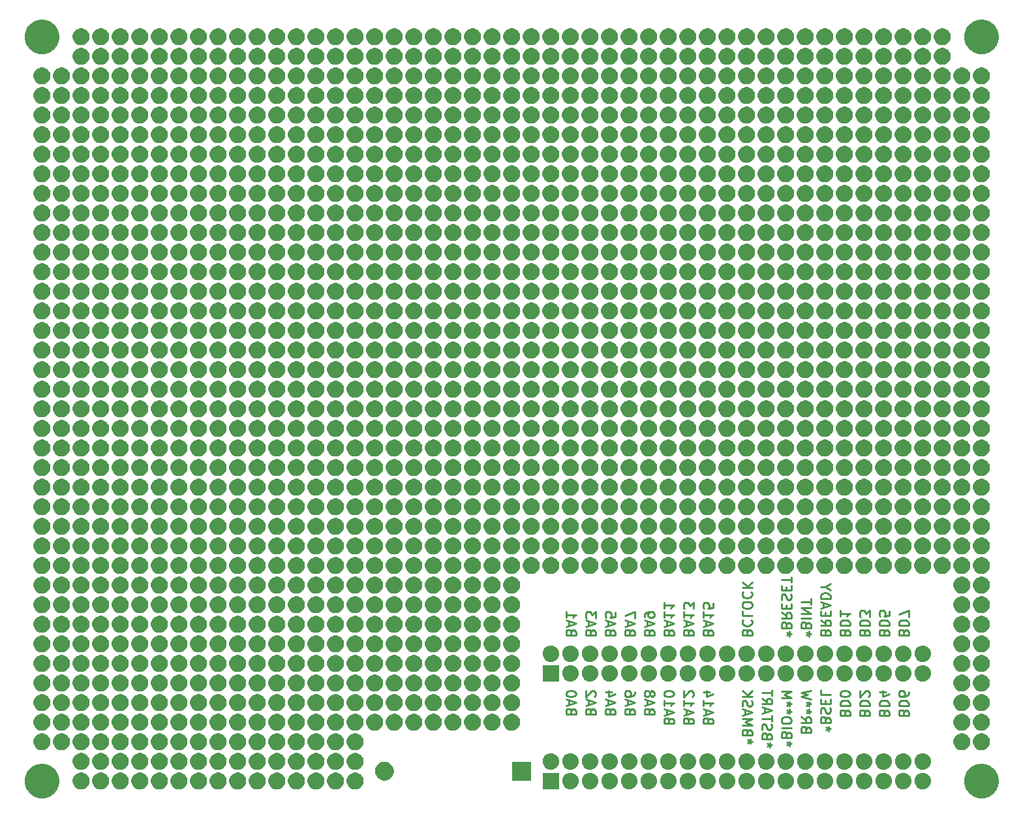
<source format=gbr>
G04 #@! TF.GenerationSoftware,KiCad,Pcbnew,(5.0.1-3-g963ef8bb5)*
G04 #@! TF.CreationDate,2024-01-24T15:10:01-05:00*
G04 #@! TF.ProjectId,gw-glitchbus-proto2,67772D676C697463686275732D70726F,rev?*
G04 #@! TF.SameCoordinates,Original*
G04 #@! TF.FileFunction,Soldermask,Bot*
G04 #@! TF.FilePolarity,Negative*
%FSLAX46Y46*%
G04 Gerber Fmt 4.6, Leading zero omitted, Abs format (unit mm)*
G04 Created by KiCad (PCBNEW (5.0.1-3-g963ef8bb5)) date Wednesday, January 24, 2024 at 03:10:01 PM*
%MOMM*%
%LPD*%
G01*
G04 APERTURE LIST*
%ADD10C,0.254000*%
%ADD11C,0.100000*%
G04 APERTURE END LIST*
D10*
X175955476Y-145640576D02*
X175653095Y-145640576D01*
X175774047Y-145942957D02*
X175653095Y-145640576D01*
X175774047Y-145338195D01*
X175411190Y-145822004D02*
X175653095Y-145640576D01*
X175411190Y-145459147D01*
X175350714Y-144431052D02*
X175290238Y-144249623D01*
X175229761Y-144189147D01*
X175108809Y-144128671D01*
X174927380Y-144128671D01*
X174806428Y-144189147D01*
X174745952Y-144249623D01*
X174685476Y-144370576D01*
X174685476Y-144854385D01*
X175955476Y-144854385D01*
X175955476Y-144431052D01*
X175895000Y-144310100D01*
X175834523Y-144249623D01*
X175713571Y-144189147D01*
X175592619Y-144189147D01*
X175471666Y-144249623D01*
X175411190Y-144310100D01*
X175350714Y-144431052D01*
X175350714Y-144854385D01*
X174745952Y-143644861D02*
X174685476Y-143463433D01*
X174685476Y-143161052D01*
X174745952Y-143040100D01*
X174806428Y-142979623D01*
X174927380Y-142919147D01*
X175048333Y-142919147D01*
X175169285Y-142979623D01*
X175229761Y-143040100D01*
X175290238Y-143161052D01*
X175350714Y-143402957D01*
X175411190Y-143523909D01*
X175471666Y-143584385D01*
X175592619Y-143644861D01*
X175713571Y-143644861D01*
X175834523Y-143584385D01*
X175895000Y-143523909D01*
X175955476Y-143402957D01*
X175955476Y-143100576D01*
X175895000Y-142919147D01*
X175350714Y-142374861D02*
X175350714Y-141951528D01*
X174685476Y-141770100D02*
X174685476Y-142374861D01*
X175955476Y-142374861D01*
X175955476Y-141770100D01*
X174685476Y-140621052D02*
X174685476Y-141225814D01*
X175955476Y-141225814D01*
X149950714Y-143342480D02*
X149890238Y-143161052D01*
X149829761Y-143100576D01*
X149708809Y-143040100D01*
X149527380Y-143040100D01*
X149406428Y-143100576D01*
X149345952Y-143161052D01*
X149285476Y-143282004D01*
X149285476Y-143765814D01*
X150555476Y-143765814D01*
X150555476Y-143342480D01*
X150495000Y-143221528D01*
X150434523Y-143161052D01*
X150313571Y-143100576D01*
X150192619Y-143100576D01*
X150071666Y-143161052D01*
X150011190Y-143221528D01*
X149950714Y-143342480D01*
X149950714Y-143765814D01*
X149648333Y-142556290D02*
X149648333Y-141951528D01*
X149285476Y-142677242D02*
X150555476Y-142253909D01*
X149285476Y-141830576D01*
X150555476Y-140862957D02*
X150555476Y-141104861D01*
X150495000Y-141225814D01*
X150434523Y-141286290D01*
X150253095Y-141407242D01*
X150011190Y-141467719D01*
X149527380Y-141467719D01*
X149406428Y-141407242D01*
X149345952Y-141346766D01*
X149285476Y-141225814D01*
X149285476Y-140983909D01*
X149345952Y-140862957D01*
X149406428Y-140802480D01*
X149527380Y-140742004D01*
X149829761Y-140742004D01*
X149950714Y-140802480D01*
X150011190Y-140862957D01*
X150071666Y-140983909D01*
X150071666Y-141225814D01*
X150011190Y-141346766D01*
X149950714Y-141407242D01*
X149829761Y-141467719D01*
X144870714Y-143342480D02*
X144810238Y-143161052D01*
X144749761Y-143100576D01*
X144628809Y-143040100D01*
X144447380Y-143040100D01*
X144326428Y-143100576D01*
X144265952Y-143161052D01*
X144205476Y-143282004D01*
X144205476Y-143765814D01*
X145475476Y-143765814D01*
X145475476Y-143342480D01*
X145415000Y-143221528D01*
X145354523Y-143161052D01*
X145233571Y-143100576D01*
X145112619Y-143100576D01*
X144991666Y-143161052D01*
X144931190Y-143221528D01*
X144870714Y-143342480D01*
X144870714Y-143765814D01*
X144568333Y-142556290D02*
X144568333Y-141951528D01*
X144205476Y-142677242D02*
X145475476Y-142253909D01*
X144205476Y-141830576D01*
X145354523Y-141467719D02*
X145415000Y-141407242D01*
X145475476Y-141286290D01*
X145475476Y-140983909D01*
X145415000Y-140862957D01*
X145354523Y-140802480D01*
X145233571Y-140742004D01*
X145112619Y-140742004D01*
X144931190Y-140802480D01*
X144205476Y-141528195D01*
X144205476Y-140742004D01*
X155030714Y-144552004D02*
X154970238Y-144370576D01*
X154909761Y-144310100D01*
X154788809Y-144249623D01*
X154607380Y-144249623D01*
X154486428Y-144310100D01*
X154425952Y-144370576D01*
X154365476Y-144491528D01*
X154365476Y-144975338D01*
X155635476Y-144975338D01*
X155635476Y-144552004D01*
X155575000Y-144431052D01*
X155514523Y-144370576D01*
X155393571Y-144310100D01*
X155272619Y-144310100D01*
X155151666Y-144370576D01*
X155091190Y-144431052D01*
X155030714Y-144552004D01*
X155030714Y-144975338D01*
X154728333Y-143765814D02*
X154728333Y-143161052D01*
X154365476Y-143886766D02*
X155635476Y-143463433D01*
X154365476Y-143040100D01*
X154365476Y-141951528D02*
X154365476Y-142677242D01*
X154365476Y-142314385D02*
X155635476Y-142314385D01*
X155454047Y-142435338D01*
X155333095Y-142556290D01*
X155272619Y-142677242D01*
X155635476Y-141165338D02*
X155635476Y-141044385D01*
X155575000Y-140923433D01*
X155514523Y-140862957D01*
X155393571Y-140802480D01*
X155151666Y-140742004D01*
X154849285Y-140742004D01*
X154607380Y-140802480D01*
X154486428Y-140862957D01*
X154425952Y-140923433D01*
X154365476Y-141044385D01*
X154365476Y-141165338D01*
X154425952Y-141286290D01*
X154486428Y-141346766D01*
X154607380Y-141407242D01*
X154849285Y-141467719D01*
X155151666Y-141467719D01*
X155393571Y-141407242D01*
X155514523Y-141346766D01*
X155575000Y-141286290D01*
X155635476Y-141165338D01*
X142330714Y-143342480D02*
X142270238Y-143161052D01*
X142209761Y-143100576D01*
X142088809Y-143040100D01*
X141907380Y-143040100D01*
X141786428Y-143100576D01*
X141725952Y-143161052D01*
X141665476Y-143282004D01*
X141665476Y-143765814D01*
X142935476Y-143765814D01*
X142935476Y-143342480D01*
X142875000Y-143221528D01*
X142814523Y-143161052D01*
X142693571Y-143100576D01*
X142572619Y-143100576D01*
X142451666Y-143161052D01*
X142391190Y-143221528D01*
X142330714Y-143342480D01*
X142330714Y-143765814D01*
X142028333Y-142556290D02*
X142028333Y-141951528D01*
X141665476Y-142677242D02*
X142935476Y-142253909D01*
X141665476Y-141830576D01*
X142935476Y-141165338D02*
X142935476Y-141044385D01*
X142875000Y-140923433D01*
X142814523Y-140862957D01*
X142693571Y-140802480D01*
X142451666Y-140742004D01*
X142149285Y-140742004D01*
X141907380Y-140802480D01*
X141786428Y-140862957D01*
X141725952Y-140923433D01*
X141665476Y-141044385D01*
X141665476Y-141165338D01*
X141725952Y-141286290D01*
X141786428Y-141346766D01*
X141907380Y-141407242D01*
X142149285Y-141467719D01*
X142451666Y-141467719D01*
X142693571Y-141407242D01*
X142814523Y-141346766D01*
X142875000Y-141286290D01*
X142935476Y-141165338D01*
X170875476Y-147575814D02*
X170573095Y-147575814D01*
X170694047Y-147878195D02*
X170573095Y-147575814D01*
X170694047Y-147273433D01*
X170331190Y-147757242D02*
X170573095Y-147575814D01*
X170331190Y-147394385D01*
X170270714Y-146366290D02*
X170210238Y-146184861D01*
X170149761Y-146124385D01*
X170028809Y-146063909D01*
X169847380Y-146063909D01*
X169726428Y-146124385D01*
X169665952Y-146184861D01*
X169605476Y-146305814D01*
X169605476Y-146789623D01*
X170875476Y-146789623D01*
X170875476Y-146366290D01*
X170815000Y-146245338D01*
X170754523Y-146184861D01*
X170633571Y-146124385D01*
X170512619Y-146124385D01*
X170391666Y-146184861D01*
X170331190Y-146245338D01*
X170270714Y-146366290D01*
X170270714Y-146789623D01*
X169605476Y-145519623D02*
X170875476Y-145519623D01*
X170875476Y-144672957D02*
X170875476Y-144431052D01*
X170815000Y-144310100D01*
X170694047Y-144189147D01*
X170452142Y-144128671D01*
X170028809Y-144128671D01*
X169786904Y-144189147D01*
X169665952Y-144310100D01*
X169605476Y-144431052D01*
X169605476Y-144672957D01*
X169665952Y-144793909D01*
X169786904Y-144914861D01*
X170028809Y-144975338D01*
X170452142Y-144975338D01*
X170694047Y-144914861D01*
X170815000Y-144793909D01*
X170875476Y-144672957D01*
X170875476Y-143402957D02*
X170573095Y-143402957D01*
X170694047Y-143705338D02*
X170573095Y-143402957D01*
X170694047Y-143100576D01*
X170331190Y-143584385D02*
X170573095Y-143402957D01*
X170331190Y-143221528D01*
X170875476Y-142435338D02*
X170573095Y-142435338D01*
X170694047Y-142737719D02*
X170573095Y-142435338D01*
X170694047Y-142132957D01*
X170331190Y-142616766D02*
X170573095Y-142435338D01*
X170331190Y-142253909D01*
X169605476Y-141649147D02*
X170875476Y-141649147D01*
X169968333Y-141225814D01*
X170875476Y-140802480D01*
X169605476Y-140802480D01*
X182970714Y-143523909D02*
X182910238Y-143342480D01*
X182849761Y-143282004D01*
X182728809Y-143221528D01*
X182547380Y-143221528D01*
X182426428Y-143282004D01*
X182365952Y-143342480D01*
X182305476Y-143463433D01*
X182305476Y-143947242D01*
X183575476Y-143947242D01*
X183575476Y-143523909D01*
X183515000Y-143402957D01*
X183454523Y-143342480D01*
X183333571Y-143282004D01*
X183212619Y-143282004D01*
X183091666Y-143342480D01*
X183031190Y-143402957D01*
X182970714Y-143523909D01*
X182970714Y-143947242D01*
X182305476Y-142677242D02*
X183575476Y-142677242D01*
X183575476Y-142374861D01*
X183515000Y-142193433D01*
X183394047Y-142072480D01*
X183273095Y-142012004D01*
X183031190Y-141951528D01*
X182849761Y-141951528D01*
X182607857Y-142012004D01*
X182486904Y-142072480D01*
X182365952Y-142193433D01*
X182305476Y-142374861D01*
X182305476Y-142677242D01*
X183152142Y-140862957D02*
X182305476Y-140862957D01*
X183635952Y-141165338D02*
X182728809Y-141467719D01*
X182728809Y-140681528D01*
X172810714Y-145701052D02*
X172750238Y-145519623D01*
X172689761Y-145459147D01*
X172568809Y-145398671D01*
X172387380Y-145398671D01*
X172266428Y-145459147D01*
X172205952Y-145519623D01*
X172145476Y-145640576D01*
X172145476Y-146124385D01*
X173415476Y-146124385D01*
X173415476Y-145701052D01*
X173355000Y-145580100D01*
X173294523Y-145519623D01*
X173173571Y-145459147D01*
X173052619Y-145459147D01*
X172931666Y-145519623D01*
X172871190Y-145580100D01*
X172810714Y-145701052D01*
X172810714Y-146124385D01*
X172145476Y-144128671D02*
X172750238Y-144552004D01*
X172145476Y-144854385D02*
X173415476Y-144854385D01*
X173415476Y-144370576D01*
X173355000Y-144249623D01*
X173294523Y-144189147D01*
X173173571Y-144128671D01*
X172992142Y-144128671D01*
X172871190Y-144189147D01*
X172810714Y-144249623D01*
X172750238Y-144370576D01*
X172750238Y-144854385D01*
X173415476Y-143402957D02*
X173113095Y-143402957D01*
X173234047Y-143705338D02*
X173113095Y-143402957D01*
X173234047Y-143100576D01*
X172871190Y-143584385D02*
X173113095Y-143402957D01*
X172871190Y-143221528D01*
X173415476Y-142435338D02*
X173113095Y-142435338D01*
X173234047Y-142737719D02*
X173113095Y-142435338D01*
X173234047Y-142132957D01*
X172871190Y-142616766D02*
X173113095Y-142435338D01*
X172871190Y-142253909D01*
X173415476Y-141770100D02*
X172145476Y-141467719D01*
X173052619Y-141225814D01*
X172145476Y-140983909D01*
X173415476Y-140681528D01*
X147410714Y-143342480D02*
X147350238Y-143161052D01*
X147289761Y-143100576D01*
X147168809Y-143040100D01*
X146987380Y-143040100D01*
X146866428Y-143100576D01*
X146805952Y-143161052D01*
X146745476Y-143282004D01*
X146745476Y-143765814D01*
X148015476Y-143765814D01*
X148015476Y-143342480D01*
X147955000Y-143221528D01*
X147894523Y-143161052D01*
X147773571Y-143100576D01*
X147652619Y-143100576D01*
X147531666Y-143161052D01*
X147471190Y-143221528D01*
X147410714Y-143342480D01*
X147410714Y-143765814D01*
X147108333Y-142556290D02*
X147108333Y-141951528D01*
X146745476Y-142677242D02*
X148015476Y-142253909D01*
X146745476Y-141830576D01*
X147592142Y-140862957D02*
X146745476Y-140862957D01*
X148075952Y-141165338D02*
X147168809Y-141467719D01*
X147168809Y-140681528D01*
X180430714Y-143523909D02*
X180370238Y-143342480D01*
X180309761Y-143282004D01*
X180188809Y-143221528D01*
X180007380Y-143221528D01*
X179886428Y-143282004D01*
X179825952Y-143342480D01*
X179765476Y-143463433D01*
X179765476Y-143947242D01*
X181035476Y-143947242D01*
X181035476Y-143523909D01*
X180975000Y-143402957D01*
X180914523Y-143342480D01*
X180793571Y-143282004D01*
X180672619Y-143282004D01*
X180551666Y-143342480D01*
X180491190Y-143402957D01*
X180430714Y-143523909D01*
X180430714Y-143947242D01*
X179765476Y-142677242D02*
X181035476Y-142677242D01*
X181035476Y-142374861D01*
X180975000Y-142193433D01*
X180854047Y-142072480D01*
X180733095Y-142012004D01*
X180491190Y-141951528D01*
X180309761Y-141951528D01*
X180067857Y-142012004D01*
X179946904Y-142072480D01*
X179825952Y-142193433D01*
X179765476Y-142374861D01*
X179765476Y-142677242D01*
X180914523Y-141467719D02*
X180975000Y-141407242D01*
X181035476Y-141286290D01*
X181035476Y-140983909D01*
X180975000Y-140862957D01*
X180914523Y-140802480D01*
X180793571Y-140742004D01*
X180672619Y-140742004D01*
X180491190Y-140802480D01*
X179765476Y-141528195D01*
X179765476Y-140742004D01*
X160110714Y-144552004D02*
X160050238Y-144370576D01*
X159989761Y-144310100D01*
X159868809Y-144249623D01*
X159687380Y-144249623D01*
X159566428Y-144310100D01*
X159505952Y-144370576D01*
X159445476Y-144491528D01*
X159445476Y-144975338D01*
X160715476Y-144975338D01*
X160715476Y-144552004D01*
X160655000Y-144431052D01*
X160594523Y-144370576D01*
X160473571Y-144310100D01*
X160352619Y-144310100D01*
X160231666Y-144370576D01*
X160171190Y-144431052D01*
X160110714Y-144552004D01*
X160110714Y-144975338D01*
X159808333Y-143765814D02*
X159808333Y-143161052D01*
X159445476Y-143886766D02*
X160715476Y-143463433D01*
X159445476Y-143040100D01*
X159445476Y-141951528D02*
X159445476Y-142677242D01*
X159445476Y-142314385D02*
X160715476Y-142314385D01*
X160534047Y-142435338D01*
X160413095Y-142556290D01*
X160352619Y-142677242D01*
X160292142Y-140862957D02*
X159445476Y-140862957D01*
X160775952Y-141165338D02*
X159868809Y-141467719D01*
X159868809Y-140681528D01*
X165795476Y-147273433D02*
X165493095Y-147273433D01*
X165614047Y-147575814D02*
X165493095Y-147273433D01*
X165614047Y-146971052D01*
X165251190Y-147454861D02*
X165493095Y-147273433D01*
X165251190Y-147092004D01*
X165190714Y-146063909D02*
X165130238Y-145882480D01*
X165069761Y-145822004D01*
X164948809Y-145761528D01*
X164767380Y-145761528D01*
X164646428Y-145822004D01*
X164585952Y-145882480D01*
X164525476Y-146003433D01*
X164525476Y-146487242D01*
X165795476Y-146487242D01*
X165795476Y-146063909D01*
X165735000Y-145942957D01*
X165674523Y-145882480D01*
X165553571Y-145822004D01*
X165432619Y-145822004D01*
X165311666Y-145882480D01*
X165251190Y-145942957D01*
X165190714Y-146063909D01*
X165190714Y-146487242D01*
X164525476Y-145217242D02*
X165795476Y-145217242D01*
X164888333Y-144793909D01*
X165795476Y-144370576D01*
X164525476Y-144370576D01*
X164888333Y-143826290D02*
X164888333Y-143221528D01*
X164525476Y-143947242D02*
X165795476Y-143523909D01*
X164525476Y-143100576D01*
X164585952Y-142737719D02*
X164525476Y-142556290D01*
X164525476Y-142253909D01*
X164585952Y-142132957D01*
X164646428Y-142072480D01*
X164767380Y-142012004D01*
X164888333Y-142012004D01*
X165009285Y-142072480D01*
X165069761Y-142132957D01*
X165130238Y-142253909D01*
X165190714Y-142495814D01*
X165251190Y-142616766D01*
X165311666Y-142677242D01*
X165432619Y-142737719D01*
X165553571Y-142737719D01*
X165674523Y-142677242D01*
X165735000Y-142616766D01*
X165795476Y-142495814D01*
X165795476Y-142193433D01*
X165735000Y-142012004D01*
X164525476Y-141467719D02*
X165795476Y-141467719D01*
X164525476Y-140742004D02*
X165251190Y-141286290D01*
X165795476Y-140742004D02*
X165069761Y-141467719D01*
X177890714Y-143523909D02*
X177830238Y-143342480D01*
X177769761Y-143282004D01*
X177648809Y-143221528D01*
X177467380Y-143221528D01*
X177346428Y-143282004D01*
X177285952Y-143342480D01*
X177225476Y-143463433D01*
X177225476Y-143947242D01*
X178495476Y-143947242D01*
X178495476Y-143523909D01*
X178435000Y-143402957D01*
X178374523Y-143342480D01*
X178253571Y-143282004D01*
X178132619Y-143282004D01*
X178011666Y-143342480D01*
X177951190Y-143402957D01*
X177890714Y-143523909D01*
X177890714Y-143947242D01*
X177225476Y-142677242D02*
X178495476Y-142677242D01*
X178495476Y-142374861D01*
X178435000Y-142193433D01*
X178314047Y-142072480D01*
X178193095Y-142012004D01*
X177951190Y-141951528D01*
X177769761Y-141951528D01*
X177527857Y-142012004D01*
X177406904Y-142072480D01*
X177285952Y-142193433D01*
X177225476Y-142374861D01*
X177225476Y-142677242D01*
X178495476Y-141165338D02*
X178495476Y-141044385D01*
X178435000Y-140923433D01*
X178374523Y-140862957D01*
X178253571Y-140802480D01*
X178011666Y-140742004D01*
X177709285Y-140742004D01*
X177467380Y-140802480D01*
X177346428Y-140862957D01*
X177285952Y-140923433D01*
X177225476Y-141044385D01*
X177225476Y-141165338D01*
X177285952Y-141286290D01*
X177346428Y-141346766D01*
X177467380Y-141407242D01*
X177709285Y-141467719D01*
X178011666Y-141467719D01*
X178253571Y-141407242D01*
X178374523Y-141346766D01*
X178435000Y-141286290D01*
X178495476Y-141165338D01*
X152490714Y-143342480D02*
X152430238Y-143161052D01*
X152369761Y-143100576D01*
X152248809Y-143040100D01*
X152067380Y-143040100D01*
X151946428Y-143100576D01*
X151885952Y-143161052D01*
X151825476Y-143282004D01*
X151825476Y-143765814D01*
X153095476Y-143765814D01*
X153095476Y-143342480D01*
X153035000Y-143221528D01*
X152974523Y-143161052D01*
X152853571Y-143100576D01*
X152732619Y-143100576D01*
X152611666Y-143161052D01*
X152551190Y-143221528D01*
X152490714Y-143342480D01*
X152490714Y-143765814D01*
X152188333Y-142556290D02*
X152188333Y-141951528D01*
X151825476Y-142677242D02*
X153095476Y-142253909D01*
X151825476Y-141830576D01*
X152551190Y-141225814D02*
X152611666Y-141346766D01*
X152672142Y-141407242D01*
X152793095Y-141467719D01*
X152853571Y-141467719D01*
X152974523Y-141407242D01*
X153035000Y-141346766D01*
X153095476Y-141225814D01*
X153095476Y-140983909D01*
X153035000Y-140862957D01*
X152974523Y-140802480D01*
X152853571Y-140742004D01*
X152793095Y-140742004D01*
X152672142Y-140802480D01*
X152611666Y-140862957D01*
X152551190Y-140983909D01*
X152551190Y-141225814D01*
X152490714Y-141346766D01*
X152430238Y-141407242D01*
X152309285Y-141467719D01*
X152067380Y-141467719D01*
X151946428Y-141407242D01*
X151885952Y-141346766D01*
X151825476Y-141225814D01*
X151825476Y-140983909D01*
X151885952Y-140862957D01*
X151946428Y-140802480D01*
X152067380Y-140742004D01*
X152309285Y-140742004D01*
X152430238Y-140802480D01*
X152490714Y-140862957D01*
X152551190Y-140983909D01*
X157570714Y-144552004D02*
X157510238Y-144370576D01*
X157449761Y-144310100D01*
X157328809Y-144249623D01*
X157147380Y-144249623D01*
X157026428Y-144310100D01*
X156965952Y-144370576D01*
X156905476Y-144491528D01*
X156905476Y-144975338D01*
X158175476Y-144975338D01*
X158175476Y-144552004D01*
X158115000Y-144431052D01*
X158054523Y-144370576D01*
X157933571Y-144310100D01*
X157812619Y-144310100D01*
X157691666Y-144370576D01*
X157631190Y-144431052D01*
X157570714Y-144552004D01*
X157570714Y-144975338D01*
X157268333Y-143765814D02*
X157268333Y-143161052D01*
X156905476Y-143886766D02*
X158175476Y-143463433D01*
X156905476Y-143040100D01*
X156905476Y-141951528D02*
X156905476Y-142677242D01*
X156905476Y-142314385D02*
X158175476Y-142314385D01*
X157994047Y-142435338D01*
X157873095Y-142556290D01*
X157812619Y-142677242D01*
X158054523Y-141467719D02*
X158115000Y-141407242D01*
X158175476Y-141286290D01*
X158175476Y-140983909D01*
X158115000Y-140862957D01*
X158054523Y-140802480D01*
X157933571Y-140742004D01*
X157812619Y-140742004D01*
X157631190Y-140802480D01*
X156905476Y-141528195D01*
X156905476Y-140742004D01*
X168335476Y-147757242D02*
X168033095Y-147757242D01*
X168154047Y-148059623D02*
X168033095Y-147757242D01*
X168154047Y-147454861D01*
X167791190Y-147938671D02*
X168033095Y-147757242D01*
X167791190Y-147575814D01*
X167730714Y-146547719D02*
X167670238Y-146366290D01*
X167609761Y-146305814D01*
X167488809Y-146245338D01*
X167307380Y-146245338D01*
X167186428Y-146305814D01*
X167125952Y-146366290D01*
X167065476Y-146487242D01*
X167065476Y-146971052D01*
X168335476Y-146971052D01*
X168335476Y-146547719D01*
X168275000Y-146426766D01*
X168214523Y-146366290D01*
X168093571Y-146305814D01*
X167972619Y-146305814D01*
X167851666Y-146366290D01*
X167791190Y-146426766D01*
X167730714Y-146547719D01*
X167730714Y-146971052D01*
X167125952Y-145761528D02*
X167065476Y-145580100D01*
X167065476Y-145277719D01*
X167125952Y-145156766D01*
X167186428Y-145096290D01*
X167307380Y-145035814D01*
X167428333Y-145035814D01*
X167549285Y-145096290D01*
X167609761Y-145156766D01*
X167670238Y-145277719D01*
X167730714Y-145519623D01*
X167791190Y-145640576D01*
X167851666Y-145701052D01*
X167972619Y-145761528D01*
X168093571Y-145761528D01*
X168214523Y-145701052D01*
X168275000Y-145640576D01*
X168335476Y-145519623D01*
X168335476Y-145217242D01*
X168275000Y-145035814D01*
X168335476Y-144672957D02*
X168335476Y-143947242D01*
X167065476Y-144310100D02*
X168335476Y-144310100D01*
X167428333Y-143584385D02*
X167428333Y-142979623D01*
X167065476Y-143705338D02*
X168335476Y-143282004D01*
X167065476Y-142858671D01*
X167065476Y-141709623D02*
X167670238Y-142132957D01*
X167065476Y-142435338D02*
X168335476Y-142435338D01*
X168335476Y-141951528D01*
X168275000Y-141830576D01*
X168214523Y-141770100D01*
X168093571Y-141709623D01*
X167912142Y-141709623D01*
X167791190Y-141770100D01*
X167730714Y-141830576D01*
X167670238Y-141951528D01*
X167670238Y-142435338D01*
X168335476Y-141346766D02*
X168335476Y-140621052D01*
X167065476Y-140983909D02*
X168335476Y-140983909D01*
X185510714Y-143523909D02*
X185450238Y-143342480D01*
X185389761Y-143282004D01*
X185268809Y-143221528D01*
X185087380Y-143221528D01*
X184966428Y-143282004D01*
X184905952Y-143342480D01*
X184845476Y-143463433D01*
X184845476Y-143947242D01*
X186115476Y-143947242D01*
X186115476Y-143523909D01*
X186055000Y-143402957D01*
X185994523Y-143342480D01*
X185873571Y-143282004D01*
X185752619Y-143282004D01*
X185631666Y-143342480D01*
X185571190Y-143402957D01*
X185510714Y-143523909D01*
X185510714Y-143947242D01*
X184845476Y-142677242D02*
X186115476Y-142677242D01*
X186115476Y-142374861D01*
X186055000Y-142193433D01*
X185934047Y-142072480D01*
X185813095Y-142012004D01*
X185571190Y-141951528D01*
X185389761Y-141951528D01*
X185147857Y-142012004D01*
X185026904Y-142072480D01*
X184905952Y-142193433D01*
X184845476Y-142374861D01*
X184845476Y-142677242D01*
X186115476Y-140862957D02*
X186115476Y-141104861D01*
X186055000Y-141225814D01*
X185994523Y-141286290D01*
X185813095Y-141407242D01*
X185571190Y-141467719D01*
X185087380Y-141467719D01*
X184966428Y-141407242D01*
X184905952Y-141346766D01*
X184845476Y-141225814D01*
X184845476Y-140983909D01*
X184905952Y-140862957D01*
X184966428Y-140802480D01*
X185087380Y-140742004D01*
X185389761Y-140742004D01*
X185510714Y-140802480D01*
X185571190Y-140862957D01*
X185631666Y-140983909D01*
X185631666Y-141225814D01*
X185571190Y-141346766D01*
X185510714Y-141407242D01*
X185389761Y-141467719D01*
X180430714Y-133094185D02*
X180370238Y-132912757D01*
X180309761Y-132852280D01*
X180188809Y-132791804D01*
X180007380Y-132791804D01*
X179886428Y-132852280D01*
X179825952Y-132912757D01*
X179765476Y-133033709D01*
X179765476Y-133517519D01*
X181035476Y-133517519D01*
X181035476Y-133094185D01*
X180975000Y-132973233D01*
X180914523Y-132912757D01*
X180793571Y-132852280D01*
X180672619Y-132852280D01*
X180551666Y-132912757D01*
X180491190Y-132973233D01*
X180430714Y-133094185D01*
X180430714Y-133517519D01*
X179765476Y-132247519D02*
X181035476Y-132247519D01*
X181035476Y-131945138D01*
X180975000Y-131763709D01*
X180854047Y-131642757D01*
X180733095Y-131582280D01*
X180491190Y-131521804D01*
X180309761Y-131521804D01*
X180067857Y-131582280D01*
X179946904Y-131642757D01*
X179825952Y-131763709D01*
X179765476Y-131945138D01*
X179765476Y-132247519D01*
X181035476Y-131098471D02*
X181035476Y-130312280D01*
X180551666Y-130735614D01*
X180551666Y-130554185D01*
X180491190Y-130433233D01*
X180430714Y-130372757D01*
X180309761Y-130312280D01*
X180007380Y-130312280D01*
X179886428Y-130372757D01*
X179825952Y-130433233D01*
X179765476Y-130554185D01*
X179765476Y-130917042D01*
X179825952Y-131037995D01*
X179886428Y-131098471D01*
X149950714Y-133094185D02*
X149890238Y-132912757D01*
X149829761Y-132852280D01*
X149708809Y-132791804D01*
X149527380Y-132791804D01*
X149406428Y-132852280D01*
X149345952Y-132912757D01*
X149285476Y-133033709D01*
X149285476Y-133517519D01*
X150555476Y-133517519D01*
X150555476Y-133094185D01*
X150495000Y-132973233D01*
X150434523Y-132912757D01*
X150313571Y-132852280D01*
X150192619Y-132852280D01*
X150071666Y-132912757D01*
X150011190Y-132973233D01*
X149950714Y-133094185D01*
X149950714Y-133517519D01*
X149648333Y-132307995D02*
X149648333Y-131703233D01*
X149285476Y-132428947D02*
X150555476Y-132005614D01*
X149285476Y-131582280D01*
X150555476Y-131279900D02*
X150555476Y-130433233D01*
X149285476Y-130977519D01*
X157570714Y-133094185D02*
X157510238Y-132912757D01*
X157449761Y-132852280D01*
X157328809Y-132791804D01*
X157147380Y-132791804D01*
X157026428Y-132852280D01*
X156965952Y-132912757D01*
X156905476Y-133033709D01*
X156905476Y-133517519D01*
X158175476Y-133517519D01*
X158175476Y-133094185D01*
X158115000Y-132973233D01*
X158054523Y-132912757D01*
X157933571Y-132852280D01*
X157812619Y-132852280D01*
X157691666Y-132912757D01*
X157631190Y-132973233D01*
X157570714Y-133094185D01*
X157570714Y-133517519D01*
X157268333Y-132307995D02*
X157268333Y-131703233D01*
X156905476Y-132428947D02*
X158175476Y-132005614D01*
X156905476Y-131582280D01*
X156905476Y-130493709D02*
X156905476Y-131219423D01*
X156905476Y-130856566D02*
X158175476Y-130856566D01*
X157994047Y-130977519D01*
X157873095Y-131098471D01*
X157812619Y-131219423D01*
X158175476Y-130070376D02*
X158175476Y-129284185D01*
X157691666Y-129707519D01*
X157691666Y-129526090D01*
X157631190Y-129405138D01*
X157570714Y-129344661D01*
X157449761Y-129284185D01*
X157147380Y-129284185D01*
X157026428Y-129344661D01*
X156965952Y-129405138D01*
X156905476Y-129526090D01*
X156905476Y-129888947D01*
X156965952Y-130009900D01*
X157026428Y-130070376D01*
X155030714Y-133094185D02*
X154970238Y-132912757D01*
X154909761Y-132852280D01*
X154788809Y-132791804D01*
X154607380Y-132791804D01*
X154486428Y-132852280D01*
X154425952Y-132912757D01*
X154365476Y-133033709D01*
X154365476Y-133517519D01*
X155635476Y-133517519D01*
X155635476Y-133094185D01*
X155575000Y-132973233D01*
X155514523Y-132912757D01*
X155393571Y-132852280D01*
X155272619Y-132852280D01*
X155151666Y-132912757D01*
X155091190Y-132973233D01*
X155030714Y-133094185D01*
X155030714Y-133517519D01*
X154728333Y-132307995D02*
X154728333Y-131703233D01*
X154365476Y-132428947D02*
X155635476Y-132005614D01*
X154365476Y-131582280D01*
X154365476Y-130493709D02*
X154365476Y-131219423D01*
X154365476Y-130856566D02*
X155635476Y-130856566D01*
X155454047Y-130977519D01*
X155333095Y-131098471D01*
X155272619Y-131219423D01*
X154365476Y-129284185D02*
X154365476Y-130009900D01*
X154365476Y-129647042D02*
X155635476Y-129647042D01*
X155454047Y-129767995D01*
X155333095Y-129888947D01*
X155272619Y-130009900D01*
X185510714Y-133094185D02*
X185450238Y-132912757D01*
X185389761Y-132852280D01*
X185268809Y-132791804D01*
X185087380Y-132791804D01*
X184966428Y-132852280D01*
X184905952Y-132912757D01*
X184845476Y-133033709D01*
X184845476Y-133517519D01*
X186115476Y-133517519D01*
X186115476Y-133094185D01*
X186055000Y-132973233D01*
X185994523Y-132912757D01*
X185873571Y-132852280D01*
X185752619Y-132852280D01*
X185631666Y-132912757D01*
X185571190Y-132973233D01*
X185510714Y-133094185D01*
X185510714Y-133517519D01*
X184845476Y-132247519D02*
X186115476Y-132247519D01*
X186115476Y-131945138D01*
X186055000Y-131763709D01*
X185934047Y-131642757D01*
X185813095Y-131582280D01*
X185571190Y-131521804D01*
X185389761Y-131521804D01*
X185147857Y-131582280D01*
X185026904Y-131642757D01*
X184905952Y-131763709D01*
X184845476Y-131945138D01*
X184845476Y-132247519D01*
X186115476Y-131098471D02*
X186115476Y-130251804D01*
X184845476Y-130796090D01*
X177890714Y-133094185D02*
X177830238Y-132912757D01*
X177769761Y-132852280D01*
X177648809Y-132791804D01*
X177467380Y-132791804D01*
X177346428Y-132852280D01*
X177285952Y-132912757D01*
X177225476Y-133033709D01*
X177225476Y-133517519D01*
X178495476Y-133517519D01*
X178495476Y-133094185D01*
X178435000Y-132973233D01*
X178374523Y-132912757D01*
X178253571Y-132852280D01*
X178132619Y-132852280D01*
X178011666Y-132912757D01*
X177951190Y-132973233D01*
X177890714Y-133094185D01*
X177890714Y-133517519D01*
X177225476Y-132247519D02*
X178495476Y-132247519D01*
X178495476Y-131945138D01*
X178435000Y-131763709D01*
X178314047Y-131642757D01*
X178193095Y-131582280D01*
X177951190Y-131521804D01*
X177769761Y-131521804D01*
X177527857Y-131582280D01*
X177406904Y-131642757D01*
X177285952Y-131763709D01*
X177225476Y-131945138D01*
X177225476Y-132247519D01*
X177225476Y-130312280D02*
X177225476Y-131037995D01*
X177225476Y-130675138D02*
X178495476Y-130675138D01*
X178314047Y-130796090D01*
X178193095Y-130917042D01*
X178132619Y-131037995D01*
X152490714Y-133094185D02*
X152430238Y-132912757D01*
X152369761Y-132852280D01*
X152248809Y-132791804D01*
X152067380Y-132791804D01*
X151946428Y-132852280D01*
X151885952Y-132912757D01*
X151825476Y-133033709D01*
X151825476Y-133517519D01*
X153095476Y-133517519D01*
X153095476Y-133094185D01*
X153035000Y-132973233D01*
X152974523Y-132912757D01*
X152853571Y-132852280D01*
X152732619Y-132852280D01*
X152611666Y-132912757D01*
X152551190Y-132973233D01*
X152490714Y-133094185D01*
X152490714Y-133517519D01*
X152188333Y-132307995D02*
X152188333Y-131703233D01*
X151825476Y-132428947D02*
X153095476Y-132005614D01*
X151825476Y-131582280D01*
X151825476Y-131098471D02*
X151825476Y-130856566D01*
X151885952Y-130735614D01*
X151946428Y-130675138D01*
X152127857Y-130554185D01*
X152369761Y-130493709D01*
X152853571Y-130493709D01*
X152974523Y-130554185D01*
X153035000Y-130614661D01*
X153095476Y-130735614D01*
X153095476Y-130977519D01*
X153035000Y-131098471D01*
X152974523Y-131158947D01*
X152853571Y-131219423D01*
X152551190Y-131219423D01*
X152430238Y-131158947D01*
X152369761Y-131098471D01*
X152309285Y-130977519D01*
X152309285Y-130735614D01*
X152369761Y-130614661D01*
X152430238Y-130554185D01*
X152551190Y-130493709D01*
X142330714Y-133094185D02*
X142270238Y-132912757D01*
X142209761Y-132852280D01*
X142088809Y-132791804D01*
X141907380Y-132791804D01*
X141786428Y-132852280D01*
X141725952Y-132912757D01*
X141665476Y-133033709D01*
X141665476Y-133517519D01*
X142935476Y-133517519D01*
X142935476Y-133094185D01*
X142875000Y-132973233D01*
X142814523Y-132912757D01*
X142693571Y-132852280D01*
X142572619Y-132852280D01*
X142451666Y-132912757D01*
X142391190Y-132973233D01*
X142330714Y-133094185D01*
X142330714Y-133517519D01*
X142028333Y-132307995D02*
X142028333Y-131703233D01*
X141665476Y-132428947D02*
X142935476Y-132005614D01*
X141665476Y-131582280D01*
X141665476Y-130493709D02*
X141665476Y-131219423D01*
X141665476Y-130856566D02*
X142935476Y-130856566D01*
X142754047Y-130977519D01*
X142633095Y-131098471D01*
X142572619Y-131219423D01*
X175350714Y-133094185D02*
X175290238Y-132912757D01*
X175229761Y-132852280D01*
X175108809Y-132791804D01*
X174927380Y-132791804D01*
X174806428Y-132852280D01*
X174745952Y-132912757D01*
X174685476Y-133033709D01*
X174685476Y-133517519D01*
X175955476Y-133517519D01*
X175955476Y-133094185D01*
X175895000Y-132973233D01*
X175834523Y-132912757D01*
X175713571Y-132852280D01*
X175592619Y-132852280D01*
X175471666Y-132912757D01*
X175411190Y-132973233D01*
X175350714Y-133094185D01*
X175350714Y-133517519D01*
X174685476Y-131521804D02*
X175290238Y-131945138D01*
X174685476Y-132247519D02*
X175955476Y-132247519D01*
X175955476Y-131763709D01*
X175895000Y-131642757D01*
X175834523Y-131582280D01*
X175713571Y-131521804D01*
X175532142Y-131521804D01*
X175411190Y-131582280D01*
X175350714Y-131642757D01*
X175290238Y-131763709D01*
X175290238Y-132247519D01*
X175350714Y-130977519D02*
X175350714Y-130554185D01*
X174685476Y-130372757D02*
X174685476Y-130977519D01*
X175955476Y-130977519D01*
X175955476Y-130372757D01*
X175048333Y-129888947D02*
X175048333Y-129284185D01*
X174685476Y-130009900D02*
X175955476Y-129586566D01*
X174685476Y-129163233D01*
X174685476Y-128739900D02*
X175955476Y-128739900D01*
X175955476Y-128437519D01*
X175895000Y-128256090D01*
X175774047Y-128135138D01*
X175653095Y-128074661D01*
X175411190Y-128014185D01*
X175229761Y-128014185D01*
X174987857Y-128074661D01*
X174866904Y-128135138D01*
X174745952Y-128256090D01*
X174685476Y-128437519D01*
X174685476Y-128739900D01*
X175290238Y-127227995D02*
X174685476Y-127227995D01*
X175955476Y-127651328D02*
X175290238Y-127227995D01*
X175955476Y-126804661D01*
X173415476Y-133336090D02*
X173113095Y-133336090D01*
X173234047Y-133638471D02*
X173113095Y-133336090D01*
X173234047Y-133033709D01*
X172871190Y-133517519D02*
X173113095Y-133336090D01*
X172871190Y-133154661D01*
X172810714Y-132126566D02*
X172750238Y-131945138D01*
X172689761Y-131884661D01*
X172568809Y-131824185D01*
X172387380Y-131824185D01*
X172266428Y-131884661D01*
X172205952Y-131945138D01*
X172145476Y-132066090D01*
X172145476Y-132549900D01*
X173415476Y-132549900D01*
X173415476Y-132126566D01*
X173355000Y-132005614D01*
X173294523Y-131945138D01*
X173173571Y-131884661D01*
X173052619Y-131884661D01*
X172931666Y-131945138D01*
X172871190Y-132005614D01*
X172810714Y-132126566D01*
X172810714Y-132549900D01*
X172145476Y-131279900D02*
X173415476Y-131279900D01*
X172145476Y-130675138D02*
X173415476Y-130675138D01*
X172145476Y-129949423D01*
X173415476Y-129949423D01*
X173415476Y-129526090D02*
X173415476Y-128800376D01*
X172145476Y-129163233D02*
X173415476Y-129163233D01*
X170875476Y-133336090D02*
X170573095Y-133336090D01*
X170694047Y-133638471D02*
X170573095Y-133336090D01*
X170694047Y-133033709D01*
X170331190Y-133517519D02*
X170573095Y-133336090D01*
X170331190Y-133154661D01*
X170270714Y-132126566D02*
X170210238Y-131945138D01*
X170149761Y-131884661D01*
X170028809Y-131824185D01*
X169847380Y-131824185D01*
X169726428Y-131884661D01*
X169665952Y-131945138D01*
X169605476Y-132066090D01*
X169605476Y-132549900D01*
X170875476Y-132549900D01*
X170875476Y-132126566D01*
X170815000Y-132005614D01*
X170754523Y-131945138D01*
X170633571Y-131884661D01*
X170512619Y-131884661D01*
X170391666Y-131945138D01*
X170331190Y-132005614D01*
X170270714Y-132126566D01*
X170270714Y-132549900D01*
X169605476Y-130554185D02*
X170210238Y-130977519D01*
X169605476Y-131279900D02*
X170875476Y-131279900D01*
X170875476Y-130796090D01*
X170815000Y-130675138D01*
X170754523Y-130614661D01*
X170633571Y-130554185D01*
X170452142Y-130554185D01*
X170331190Y-130614661D01*
X170270714Y-130675138D01*
X170210238Y-130796090D01*
X170210238Y-131279900D01*
X170270714Y-130009900D02*
X170270714Y-129586566D01*
X169605476Y-129405138D02*
X169605476Y-130009900D01*
X170875476Y-130009900D01*
X170875476Y-129405138D01*
X169665952Y-128921328D02*
X169605476Y-128739900D01*
X169605476Y-128437519D01*
X169665952Y-128316566D01*
X169726428Y-128256090D01*
X169847380Y-128195614D01*
X169968333Y-128195614D01*
X170089285Y-128256090D01*
X170149761Y-128316566D01*
X170210238Y-128437519D01*
X170270714Y-128679423D01*
X170331190Y-128800376D01*
X170391666Y-128860852D01*
X170512619Y-128921328D01*
X170633571Y-128921328D01*
X170754523Y-128860852D01*
X170815000Y-128800376D01*
X170875476Y-128679423D01*
X170875476Y-128377042D01*
X170815000Y-128195614D01*
X170270714Y-127651328D02*
X170270714Y-127227995D01*
X169605476Y-127046566D02*
X169605476Y-127651328D01*
X170875476Y-127651328D01*
X170875476Y-127046566D01*
X170875476Y-126683709D02*
X170875476Y-125957995D01*
X169605476Y-126320852D02*
X170875476Y-126320852D01*
X147410714Y-133094185D02*
X147350238Y-132912757D01*
X147289761Y-132852280D01*
X147168809Y-132791804D01*
X146987380Y-132791804D01*
X146866428Y-132852280D01*
X146805952Y-132912757D01*
X146745476Y-133033709D01*
X146745476Y-133517519D01*
X148015476Y-133517519D01*
X148015476Y-133094185D01*
X147955000Y-132973233D01*
X147894523Y-132912757D01*
X147773571Y-132852280D01*
X147652619Y-132852280D01*
X147531666Y-132912757D01*
X147471190Y-132973233D01*
X147410714Y-133094185D01*
X147410714Y-133517519D01*
X147108333Y-132307995D02*
X147108333Y-131703233D01*
X146745476Y-132428947D02*
X148015476Y-132005614D01*
X146745476Y-131582280D01*
X148015476Y-130554185D02*
X148015476Y-131158947D01*
X147410714Y-131219423D01*
X147471190Y-131158947D01*
X147531666Y-131037995D01*
X147531666Y-130735614D01*
X147471190Y-130614661D01*
X147410714Y-130554185D01*
X147289761Y-130493709D01*
X146987380Y-130493709D01*
X146866428Y-130554185D01*
X146805952Y-130614661D01*
X146745476Y-130735614D01*
X146745476Y-131037995D01*
X146805952Y-131158947D01*
X146866428Y-131219423D01*
X144870714Y-133094185D02*
X144810238Y-132912757D01*
X144749761Y-132852280D01*
X144628809Y-132791804D01*
X144447380Y-132791804D01*
X144326428Y-132852280D01*
X144265952Y-132912757D01*
X144205476Y-133033709D01*
X144205476Y-133517519D01*
X145475476Y-133517519D01*
X145475476Y-133094185D01*
X145415000Y-132973233D01*
X145354523Y-132912757D01*
X145233571Y-132852280D01*
X145112619Y-132852280D01*
X144991666Y-132912757D01*
X144931190Y-132973233D01*
X144870714Y-133094185D01*
X144870714Y-133517519D01*
X144568333Y-132307995D02*
X144568333Y-131703233D01*
X144205476Y-132428947D02*
X145475476Y-132005614D01*
X144205476Y-131582280D01*
X145475476Y-131279900D02*
X145475476Y-130493709D01*
X144991666Y-130917042D01*
X144991666Y-130735614D01*
X144931190Y-130614661D01*
X144870714Y-130554185D01*
X144749761Y-130493709D01*
X144447380Y-130493709D01*
X144326428Y-130554185D01*
X144265952Y-130614661D01*
X144205476Y-130735614D01*
X144205476Y-131098471D01*
X144265952Y-131219423D01*
X144326428Y-131279900D01*
X182970714Y-133094185D02*
X182910238Y-132912757D01*
X182849761Y-132852280D01*
X182728809Y-132791804D01*
X182547380Y-132791804D01*
X182426428Y-132852280D01*
X182365952Y-132912757D01*
X182305476Y-133033709D01*
X182305476Y-133517519D01*
X183575476Y-133517519D01*
X183575476Y-133094185D01*
X183515000Y-132973233D01*
X183454523Y-132912757D01*
X183333571Y-132852280D01*
X183212619Y-132852280D01*
X183091666Y-132912757D01*
X183031190Y-132973233D01*
X182970714Y-133094185D01*
X182970714Y-133517519D01*
X182305476Y-132247519D02*
X183575476Y-132247519D01*
X183575476Y-131945138D01*
X183515000Y-131763709D01*
X183394047Y-131642757D01*
X183273095Y-131582280D01*
X183031190Y-131521804D01*
X182849761Y-131521804D01*
X182607857Y-131582280D01*
X182486904Y-131642757D01*
X182365952Y-131763709D01*
X182305476Y-131945138D01*
X182305476Y-132247519D01*
X183575476Y-130372757D02*
X183575476Y-130977519D01*
X182970714Y-131037995D01*
X183031190Y-130977519D01*
X183091666Y-130856566D01*
X183091666Y-130554185D01*
X183031190Y-130433233D01*
X182970714Y-130372757D01*
X182849761Y-130312280D01*
X182547380Y-130312280D01*
X182426428Y-130372757D01*
X182365952Y-130433233D01*
X182305476Y-130554185D01*
X182305476Y-130856566D01*
X182365952Y-130977519D01*
X182426428Y-131037995D01*
X160110714Y-133094185D02*
X160050238Y-132912757D01*
X159989761Y-132852280D01*
X159868809Y-132791804D01*
X159687380Y-132791804D01*
X159566428Y-132852280D01*
X159505952Y-132912757D01*
X159445476Y-133033709D01*
X159445476Y-133517519D01*
X160715476Y-133517519D01*
X160715476Y-133094185D01*
X160655000Y-132973233D01*
X160594523Y-132912757D01*
X160473571Y-132852280D01*
X160352619Y-132852280D01*
X160231666Y-132912757D01*
X160171190Y-132973233D01*
X160110714Y-133094185D01*
X160110714Y-133517519D01*
X159808333Y-132307995D02*
X159808333Y-131703233D01*
X159445476Y-132428947D02*
X160715476Y-132005614D01*
X159445476Y-131582280D01*
X159445476Y-130493709D02*
X159445476Y-131219423D01*
X159445476Y-130856566D02*
X160715476Y-130856566D01*
X160534047Y-130977519D01*
X160413095Y-131098471D01*
X160352619Y-131219423D01*
X160715476Y-129344661D02*
X160715476Y-129949423D01*
X160110714Y-130009900D01*
X160171190Y-129949423D01*
X160231666Y-129828471D01*
X160231666Y-129526090D01*
X160171190Y-129405138D01*
X160110714Y-129344661D01*
X159989761Y-129284185D01*
X159687380Y-129284185D01*
X159566428Y-129344661D01*
X159505952Y-129405138D01*
X159445476Y-129526090D01*
X159445476Y-129828471D01*
X159505952Y-129949423D01*
X159566428Y-130009900D01*
X165190714Y-133094185D02*
X165130238Y-132912757D01*
X165069761Y-132852280D01*
X164948809Y-132791804D01*
X164767380Y-132791804D01*
X164646428Y-132852280D01*
X164585952Y-132912757D01*
X164525476Y-133033709D01*
X164525476Y-133517519D01*
X165795476Y-133517519D01*
X165795476Y-133094185D01*
X165735000Y-132973233D01*
X165674523Y-132912757D01*
X165553571Y-132852280D01*
X165432619Y-132852280D01*
X165311666Y-132912757D01*
X165251190Y-132973233D01*
X165190714Y-133094185D01*
X165190714Y-133517519D01*
X164646428Y-131521804D02*
X164585952Y-131582280D01*
X164525476Y-131763709D01*
X164525476Y-131884661D01*
X164585952Y-132066090D01*
X164706904Y-132187042D01*
X164827857Y-132247519D01*
X165069761Y-132307995D01*
X165251190Y-132307995D01*
X165493095Y-132247519D01*
X165614047Y-132187042D01*
X165735000Y-132066090D01*
X165795476Y-131884661D01*
X165795476Y-131763709D01*
X165735000Y-131582280D01*
X165674523Y-131521804D01*
X164525476Y-130372757D02*
X164525476Y-130977519D01*
X165795476Y-130977519D01*
X165795476Y-129707519D02*
X165795476Y-129465614D01*
X165735000Y-129344661D01*
X165614047Y-129223709D01*
X165372142Y-129163233D01*
X164948809Y-129163233D01*
X164706904Y-129223709D01*
X164585952Y-129344661D01*
X164525476Y-129465614D01*
X164525476Y-129707519D01*
X164585952Y-129828471D01*
X164706904Y-129949423D01*
X164948809Y-130009900D01*
X165372142Y-130009900D01*
X165614047Y-129949423D01*
X165735000Y-129828471D01*
X165795476Y-129707519D01*
X164646428Y-127893233D02*
X164585952Y-127953709D01*
X164525476Y-128135138D01*
X164525476Y-128256090D01*
X164585952Y-128437519D01*
X164706904Y-128558471D01*
X164827857Y-128618947D01*
X165069761Y-128679423D01*
X165251190Y-128679423D01*
X165493095Y-128618947D01*
X165614047Y-128558471D01*
X165735000Y-128437519D01*
X165795476Y-128256090D01*
X165795476Y-128135138D01*
X165735000Y-127953709D01*
X165674523Y-127893233D01*
X164525476Y-127348947D02*
X165795476Y-127348947D01*
X164525476Y-126623233D02*
X165251190Y-127167519D01*
X165795476Y-126623233D02*
X165069761Y-127348947D01*
D11*
G36*
X196231050Y-150253774D02*
X196525725Y-150375832D01*
X196637249Y-150422027D01*
X196834771Y-150554007D01*
X197002820Y-150666294D01*
X197313706Y-150977180D01*
X197313708Y-150977183D01*
X197536758Y-151311000D01*
X197557974Y-151342753D01*
X197726226Y-151748950D01*
X197812000Y-152180166D01*
X197812000Y-152619834D01*
X197726226Y-153051050D01*
X197596159Y-153365061D01*
X197557973Y-153457249D01*
X197316958Y-153817953D01*
X197313706Y-153822820D01*
X197002820Y-154133706D01*
X197002817Y-154133708D01*
X196637249Y-154377973D01*
X196637248Y-154377974D01*
X196637247Y-154377974D01*
X196231050Y-154546226D01*
X195799834Y-154632000D01*
X195360166Y-154632000D01*
X194928950Y-154546226D01*
X194522753Y-154377974D01*
X194522752Y-154377974D01*
X194522751Y-154377973D01*
X194157183Y-154133708D01*
X194157180Y-154133706D01*
X193846294Y-153822820D01*
X193843042Y-153817953D01*
X193602027Y-153457249D01*
X193563842Y-153365061D01*
X193433774Y-153051050D01*
X193348000Y-152619834D01*
X193348000Y-152180166D01*
X193433774Y-151748950D01*
X193602026Y-151342753D01*
X193623243Y-151311000D01*
X193846292Y-150977183D01*
X193846294Y-150977180D01*
X194157180Y-150666294D01*
X194325229Y-150554007D01*
X194522751Y-150422027D01*
X194634276Y-150375832D01*
X194928950Y-150253774D01*
X195360166Y-150168000D01*
X195799834Y-150168000D01*
X196231050Y-150253774D01*
X196231050Y-150253774D01*
G37*
G36*
X74311050Y-150253774D02*
X74605725Y-150375832D01*
X74717249Y-150422027D01*
X74914771Y-150554007D01*
X75082820Y-150666294D01*
X75393706Y-150977180D01*
X75393708Y-150977183D01*
X75616758Y-151311000D01*
X75637974Y-151342753D01*
X75806226Y-151748950D01*
X75892000Y-152180166D01*
X75892000Y-152619834D01*
X75806226Y-153051050D01*
X75676159Y-153365061D01*
X75637973Y-153457249D01*
X75396958Y-153817953D01*
X75393706Y-153822820D01*
X75082820Y-154133706D01*
X75082817Y-154133708D01*
X74717249Y-154377973D01*
X74717248Y-154377974D01*
X74717247Y-154377974D01*
X74311050Y-154546226D01*
X73879834Y-154632000D01*
X73440166Y-154632000D01*
X73008950Y-154546226D01*
X72602753Y-154377974D01*
X72602752Y-154377974D01*
X72602751Y-154377973D01*
X72237183Y-154133708D01*
X72237180Y-154133706D01*
X71926294Y-153822820D01*
X71923042Y-153817953D01*
X71682027Y-153457249D01*
X71643842Y-153365061D01*
X71513774Y-153051050D01*
X71428000Y-152619834D01*
X71428000Y-152180166D01*
X71513774Y-151748950D01*
X71682026Y-151342753D01*
X71703243Y-151311000D01*
X71926292Y-150977183D01*
X71926294Y-150977180D01*
X72237180Y-150666294D01*
X72405229Y-150554007D01*
X72602751Y-150422027D01*
X72714276Y-150375832D01*
X73008950Y-150253774D01*
X73440166Y-150168000D01*
X73879834Y-150168000D01*
X74311050Y-150253774D01*
X74311050Y-150253774D01*
G37*
G36*
X109537649Y-151352849D02*
X109735832Y-151434939D01*
X109735835Y-151434941D01*
X109850219Y-151511370D01*
X109914201Y-151554122D01*
X110065878Y-151705799D01*
X110185061Y-151884168D01*
X110267151Y-152082351D01*
X110309000Y-152292741D01*
X110309000Y-152507259D01*
X110267151Y-152717649D01*
X110185061Y-152915832D01*
X110065878Y-153094201D01*
X109914201Y-153245878D01*
X109914198Y-153245880D01*
X109914197Y-153245881D01*
X109850217Y-153288631D01*
X109735832Y-153365061D01*
X109537649Y-153447151D01*
X109327259Y-153489000D01*
X109112741Y-153489000D01*
X108902351Y-153447151D01*
X108704168Y-153365061D01*
X108589783Y-153288631D01*
X108525803Y-153245881D01*
X108525802Y-153245880D01*
X108525799Y-153245878D01*
X108374122Y-153094201D01*
X108254939Y-152915832D01*
X108172849Y-152717649D01*
X108131000Y-152507259D01*
X108131000Y-152292741D01*
X108172849Y-152082351D01*
X108254939Y-151884168D01*
X108374122Y-151705799D01*
X108525799Y-151554122D01*
X108589782Y-151511370D01*
X108704165Y-151434941D01*
X108704168Y-151434939D01*
X108902351Y-151352849D01*
X109112741Y-151311000D01*
X109327259Y-151311000D01*
X109537649Y-151352849D01*
X109537649Y-151352849D01*
G37*
G36*
X106997649Y-151352849D02*
X107195832Y-151434939D01*
X107195835Y-151434941D01*
X107310219Y-151511370D01*
X107374201Y-151554122D01*
X107525878Y-151705799D01*
X107645061Y-151884168D01*
X107727151Y-152082351D01*
X107769000Y-152292741D01*
X107769000Y-152507259D01*
X107727151Y-152717649D01*
X107645061Y-152915832D01*
X107525878Y-153094201D01*
X107374201Y-153245878D01*
X107374198Y-153245880D01*
X107374197Y-153245881D01*
X107310217Y-153288631D01*
X107195832Y-153365061D01*
X106997649Y-153447151D01*
X106787259Y-153489000D01*
X106572741Y-153489000D01*
X106362351Y-153447151D01*
X106164168Y-153365061D01*
X106049783Y-153288631D01*
X105985803Y-153245881D01*
X105985802Y-153245880D01*
X105985799Y-153245878D01*
X105834122Y-153094201D01*
X105714939Y-152915832D01*
X105632849Y-152717649D01*
X105591000Y-152507259D01*
X105591000Y-152292741D01*
X105632849Y-152082351D01*
X105714939Y-151884168D01*
X105834122Y-151705799D01*
X105985799Y-151554122D01*
X106049782Y-151511370D01*
X106164165Y-151434941D01*
X106164168Y-151434939D01*
X106362351Y-151352849D01*
X106572741Y-151311000D01*
X106787259Y-151311000D01*
X106997649Y-151352849D01*
X106997649Y-151352849D01*
G37*
G36*
X104457649Y-151352849D02*
X104655832Y-151434939D01*
X104655835Y-151434941D01*
X104770219Y-151511370D01*
X104834201Y-151554122D01*
X104985878Y-151705799D01*
X105105061Y-151884168D01*
X105187151Y-152082351D01*
X105229000Y-152292741D01*
X105229000Y-152507259D01*
X105187151Y-152717649D01*
X105105061Y-152915832D01*
X104985878Y-153094201D01*
X104834201Y-153245878D01*
X104834198Y-153245880D01*
X104834197Y-153245881D01*
X104770217Y-153288631D01*
X104655832Y-153365061D01*
X104457649Y-153447151D01*
X104247259Y-153489000D01*
X104032741Y-153489000D01*
X103822351Y-153447151D01*
X103624168Y-153365061D01*
X103509783Y-153288631D01*
X103445803Y-153245881D01*
X103445802Y-153245880D01*
X103445799Y-153245878D01*
X103294122Y-153094201D01*
X103174939Y-152915832D01*
X103092849Y-152717649D01*
X103051000Y-152507259D01*
X103051000Y-152292741D01*
X103092849Y-152082351D01*
X103174939Y-151884168D01*
X103294122Y-151705799D01*
X103445799Y-151554122D01*
X103509782Y-151511370D01*
X103624165Y-151434941D01*
X103624168Y-151434939D01*
X103822351Y-151352849D01*
X104032741Y-151311000D01*
X104247259Y-151311000D01*
X104457649Y-151352849D01*
X104457649Y-151352849D01*
G37*
G36*
X101917649Y-151352849D02*
X102115832Y-151434939D01*
X102115835Y-151434941D01*
X102230219Y-151511370D01*
X102294201Y-151554122D01*
X102445878Y-151705799D01*
X102565061Y-151884168D01*
X102647151Y-152082351D01*
X102689000Y-152292741D01*
X102689000Y-152507259D01*
X102647151Y-152717649D01*
X102565061Y-152915832D01*
X102445878Y-153094201D01*
X102294201Y-153245878D01*
X102294198Y-153245880D01*
X102294197Y-153245881D01*
X102230217Y-153288631D01*
X102115832Y-153365061D01*
X101917649Y-153447151D01*
X101707259Y-153489000D01*
X101492741Y-153489000D01*
X101282351Y-153447151D01*
X101084168Y-153365061D01*
X100969783Y-153288631D01*
X100905803Y-153245881D01*
X100905802Y-153245880D01*
X100905799Y-153245878D01*
X100754122Y-153094201D01*
X100634939Y-152915832D01*
X100552849Y-152717649D01*
X100511000Y-152507259D01*
X100511000Y-152292741D01*
X100552849Y-152082351D01*
X100634939Y-151884168D01*
X100754122Y-151705799D01*
X100905799Y-151554122D01*
X100969782Y-151511370D01*
X101084165Y-151434941D01*
X101084168Y-151434939D01*
X101282351Y-151352849D01*
X101492741Y-151311000D01*
X101707259Y-151311000D01*
X101917649Y-151352849D01*
X101917649Y-151352849D01*
G37*
G36*
X99377649Y-151352849D02*
X99575832Y-151434939D01*
X99575835Y-151434941D01*
X99690219Y-151511370D01*
X99754201Y-151554122D01*
X99905878Y-151705799D01*
X100025061Y-151884168D01*
X100107151Y-152082351D01*
X100149000Y-152292741D01*
X100149000Y-152507259D01*
X100107151Y-152717649D01*
X100025061Y-152915832D01*
X99905878Y-153094201D01*
X99754201Y-153245878D01*
X99754198Y-153245880D01*
X99754197Y-153245881D01*
X99690217Y-153288631D01*
X99575832Y-153365061D01*
X99377649Y-153447151D01*
X99167259Y-153489000D01*
X98952741Y-153489000D01*
X98742351Y-153447151D01*
X98544168Y-153365061D01*
X98429783Y-153288631D01*
X98365803Y-153245881D01*
X98365802Y-153245880D01*
X98365799Y-153245878D01*
X98214122Y-153094201D01*
X98094939Y-152915832D01*
X98012849Y-152717649D01*
X97971000Y-152507259D01*
X97971000Y-152292741D01*
X98012849Y-152082351D01*
X98094939Y-151884168D01*
X98214122Y-151705799D01*
X98365799Y-151554122D01*
X98429782Y-151511370D01*
X98544165Y-151434941D01*
X98544168Y-151434939D01*
X98742351Y-151352849D01*
X98952741Y-151311000D01*
X99167259Y-151311000D01*
X99377649Y-151352849D01*
X99377649Y-151352849D01*
G37*
G36*
X96837649Y-151352849D02*
X97035832Y-151434939D01*
X97035835Y-151434941D01*
X97150219Y-151511370D01*
X97214201Y-151554122D01*
X97365878Y-151705799D01*
X97485061Y-151884168D01*
X97567151Y-152082351D01*
X97609000Y-152292741D01*
X97609000Y-152507259D01*
X97567151Y-152717649D01*
X97485061Y-152915832D01*
X97365878Y-153094201D01*
X97214201Y-153245878D01*
X97214198Y-153245880D01*
X97214197Y-153245881D01*
X97150217Y-153288631D01*
X97035832Y-153365061D01*
X96837649Y-153447151D01*
X96627259Y-153489000D01*
X96412741Y-153489000D01*
X96202351Y-153447151D01*
X96004168Y-153365061D01*
X95889783Y-153288631D01*
X95825803Y-153245881D01*
X95825802Y-153245880D01*
X95825799Y-153245878D01*
X95674122Y-153094201D01*
X95554939Y-152915832D01*
X95472849Y-152717649D01*
X95431000Y-152507259D01*
X95431000Y-152292741D01*
X95472849Y-152082351D01*
X95554939Y-151884168D01*
X95674122Y-151705799D01*
X95825799Y-151554122D01*
X95889782Y-151511370D01*
X96004165Y-151434941D01*
X96004168Y-151434939D01*
X96202351Y-151352849D01*
X96412741Y-151311000D01*
X96627259Y-151311000D01*
X96837649Y-151352849D01*
X96837649Y-151352849D01*
G37*
G36*
X94297649Y-151352849D02*
X94495832Y-151434939D01*
X94495835Y-151434941D01*
X94610219Y-151511370D01*
X94674201Y-151554122D01*
X94825878Y-151705799D01*
X94945061Y-151884168D01*
X95027151Y-152082351D01*
X95069000Y-152292741D01*
X95069000Y-152507259D01*
X95027151Y-152717649D01*
X94945061Y-152915832D01*
X94825878Y-153094201D01*
X94674201Y-153245878D01*
X94674198Y-153245880D01*
X94674197Y-153245881D01*
X94610217Y-153288631D01*
X94495832Y-153365061D01*
X94297649Y-153447151D01*
X94087259Y-153489000D01*
X93872741Y-153489000D01*
X93662351Y-153447151D01*
X93464168Y-153365061D01*
X93349783Y-153288631D01*
X93285803Y-153245881D01*
X93285802Y-153245880D01*
X93285799Y-153245878D01*
X93134122Y-153094201D01*
X93014939Y-152915832D01*
X92932849Y-152717649D01*
X92891000Y-152507259D01*
X92891000Y-152292741D01*
X92932849Y-152082351D01*
X93014939Y-151884168D01*
X93134122Y-151705799D01*
X93285799Y-151554122D01*
X93349782Y-151511370D01*
X93464165Y-151434941D01*
X93464168Y-151434939D01*
X93662351Y-151352849D01*
X93872741Y-151311000D01*
X94087259Y-151311000D01*
X94297649Y-151352849D01*
X94297649Y-151352849D01*
G37*
G36*
X91757649Y-151352849D02*
X91955832Y-151434939D01*
X91955835Y-151434941D01*
X92070219Y-151511370D01*
X92134201Y-151554122D01*
X92285878Y-151705799D01*
X92405061Y-151884168D01*
X92487151Y-152082351D01*
X92529000Y-152292741D01*
X92529000Y-152507259D01*
X92487151Y-152717649D01*
X92405061Y-152915832D01*
X92285878Y-153094201D01*
X92134201Y-153245878D01*
X92134198Y-153245880D01*
X92134197Y-153245881D01*
X92070217Y-153288631D01*
X91955832Y-153365061D01*
X91757649Y-153447151D01*
X91547259Y-153489000D01*
X91332741Y-153489000D01*
X91122351Y-153447151D01*
X90924168Y-153365061D01*
X90809783Y-153288631D01*
X90745803Y-153245881D01*
X90745802Y-153245880D01*
X90745799Y-153245878D01*
X90594122Y-153094201D01*
X90474939Y-152915832D01*
X90392849Y-152717649D01*
X90351000Y-152507259D01*
X90351000Y-152292741D01*
X90392849Y-152082351D01*
X90474939Y-151884168D01*
X90594122Y-151705799D01*
X90745799Y-151554122D01*
X90809782Y-151511370D01*
X90924165Y-151434941D01*
X90924168Y-151434939D01*
X91122351Y-151352849D01*
X91332741Y-151311000D01*
X91547259Y-151311000D01*
X91757649Y-151352849D01*
X91757649Y-151352849D01*
G37*
G36*
X89217649Y-151352849D02*
X89415832Y-151434939D01*
X89415835Y-151434941D01*
X89530219Y-151511370D01*
X89594201Y-151554122D01*
X89745878Y-151705799D01*
X89865061Y-151884168D01*
X89947151Y-152082351D01*
X89989000Y-152292741D01*
X89989000Y-152507259D01*
X89947151Y-152717649D01*
X89865061Y-152915832D01*
X89745878Y-153094201D01*
X89594201Y-153245878D01*
X89594198Y-153245880D01*
X89594197Y-153245881D01*
X89530217Y-153288631D01*
X89415832Y-153365061D01*
X89217649Y-153447151D01*
X89007259Y-153489000D01*
X88792741Y-153489000D01*
X88582351Y-153447151D01*
X88384168Y-153365061D01*
X88269783Y-153288631D01*
X88205803Y-153245881D01*
X88205802Y-153245880D01*
X88205799Y-153245878D01*
X88054122Y-153094201D01*
X87934939Y-152915832D01*
X87852849Y-152717649D01*
X87811000Y-152507259D01*
X87811000Y-152292741D01*
X87852849Y-152082351D01*
X87934939Y-151884168D01*
X88054122Y-151705799D01*
X88205799Y-151554122D01*
X88269782Y-151511370D01*
X88384165Y-151434941D01*
X88384168Y-151434939D01*
X88582351Y-151352849D01*
X88792741Y-151311000D01*
X89007259Y-151311000D01*
X89217649Y-151352849D01*
X89217649Y-151352849D01*
G37*
G36*
X86677649Y-151352849D02*
X86875832Y-151434939D01*
X86875835Y-151434941D01*
X86990219Y-151511370D01*
X87054201Y-151554122D01*
X87205878Y-151705799D01*
X87325061Y-151884168D01*
X87407151Y-152082351D01*
X87449000Y-152292741D01*
X87449000Y-152507259D01*
X87407151Y-152717649D01*
X87325061Y-152915832D01*
X87205878Y-153094201D01*
X87054201Y-153245878D01*
X87054198Y-153245880D01*
X87054197Y-153245881D01*
X86990217Y-153288631D01*
X86875832Y-153365061D01*
X86677649Y-153447151D01*
X86467259Y-153489000D01*
X86252741Y-153489000D01*
X86042351Y-153447151D01*
X85844168Y-153365061D01*
X85729783Y-153288631D01*
X85665803Y-153245881D01*
X85665802Y-153245880D01*
X85665799Y-153245878D01*
X85514122Y-153094201D01*
X85394939Y-152915832D01*
X85312849Y-152717649D01*
X85271000Y-152507259D01*
X85271000Y-152292741D01*
X85312849Y-152082351D01*
X85394939Y-151884168D01*
X85514122Y-151705799D01*
X85665799Y-151554122D01*
X85729782Y-151511370D01*
X85844165Y-151434941D01*
X85844168Y-151434939D01*
X86042351Y-151352849D01*
X86252741Y-151311000D01*
X86467259Y-151311000D01*
X86677649Y-151352849D01*
X86677649Y-151352849D01*
G37*
G36*
X84137649Y-151352849D02*
X84335832Y-151434939D01*
X84335835Y-151434941D01*
X84450219Y-151511370D01*
X84514201Y-151554122D01*
X84665878Y-151705799D01*
X84785061Y-151884168D01*
X84867151Y-152082351D01*
X84909000Y-152292741D01*
X84909000Y-152507259D01*
X84867151Y-152717649D01*
X84785061Y-152915832D01*
X84665878Y-153094201D01*
X84514201Y-153245878D01*
X84514198Y-153245880D01*
X84514197Y-153245881D01*
X84450217Y-153288631D01*
X84335832Y-153365061D01*
X84137649Y-153447151D01*
X83927259Y-153489000D01*
X83712741Y-153489000D01*
X83502351Y-153447151D01*
X83304168Y-153365061D01*
X83189783Y-153288631D01*
X83125803Y-153245881D01*
X83125802Y-153245880D01*
X83125799Y-153245878D01*
X82974122Y-153094201D01*
X82854939Y-152915832D01*
X82772849Y-152717649D01*
X82731000Y-152507259D01*
X82731000Y-152292741D01*
X82772849Y-152082351D01*
X82854939Y-151884168D01*
X82974122Y-151705799D01*
X83125799Y-151554122D01*
X83189782Y-151511370D01*
X83304165Y-151434941D01*
X83304168Y-151434939D01*
X83502351Y-151352849D01*
X83712741Y-151311000D01*
X83927259Y-151311000D01*
X84137649Y-151352849D01*
X84137649Y-151352849D01*
G37*
G36*
X81597649Y-151352849D02*
X81795832Y-151434939D01*
X81795835Y-151434941D01*
X81910219Y-151511370D01*
X81974201Y-151554122D01*
X82125878Y-151705799D01*
X82245061Y-151884168D01*
X82327151Y-152082351D01*
X82369000Y-152292741D01*
X82369000Y-152507259D01*
X82327151Y-152717649D01*
X82245061Y-152915832D01*
X82125878Y-153094201D01*
X81974201Y-153245878D01*
X81974198Y-153245880D01*
X81974197Y-153245881D01*
X81910217Y-153288631D01*
X81795832Y-153365061D01*
X81597649Y-153447151D01*
X81387259Y-153489000D01*
X81172741Y-153489000D01*
X80962351Y-153447151D01*
X80764168Y-153365061D01*
X80649783Y-153288631D01*
X80585803Y-153245881D01*
X80585802Y-153245880D01*
X80585799Y-153245878D01*
X80434122Y-153094201D01*
X80314939Y-152915832D01*
X80232849Y-152717649D01*
X80191000Y-152507259D01*
X80191000Y-152292741D01*
X80232849Y-152082351D01*
X80314939Y-151884168D01*
X80434122Y-151705799D01*
X80585799Y-151554122D01*
X80649782Y-151511370D01*
X80764165Y-151434941D01*
X80764168Y-151434939D01*
X80962351Y-151352849D01*
X81172741Y-151311000D01*
X81387259Y-151311000D01*
X81597649Y-151352849D01*
X81597649Y-151352849D01*
G37*
G36*
X79057649Y-151352849D02*
X79255832Y-151434939D01*
X79255835Y-151434941D01*
X79370219Y-151511370D01*
X79434201Y-151554122D01*
X79585878Y-151705799D01*
X79705061Y-151884168D01*
X79787151Y-152082351D01*
X79829000Y-152292741D01*
X79829000Y-152507259D01*
X79787151Y-152717649D01*
X79705061Y-152915832D01*
X79585878Y-153094201D01*
X79434201Y-153245878D01*
X79434198Y-153245880D01*
X79434197Y-153245881D01*
X79370217Y-153288631D01*
X79255832Y-153365061D01*
X79057649Y-153447151D01*
X78847259Y-153489000D01*
X78632741Y-153489000D01*
X78422351Y-153447151D01*
X78224168Y-153365061D01*
X78109783Y-153288631D01*
X78045803Y-153245881D01*
X78045802Y-153245880D01*
X78045799Y-153245878D01*
X77894122Y-153094201D01*
X77774939Y-152915832D01*
X77692849Y-152717649D01*
X77651000Y-152507259D01*
X77651000Y-152292741D01*
X77692849Y-152082351D01*
X77774939Y-151884168D01*
X77894122Y-151705799D01*
X78045799Y-151554122D01*
X78109782Y-151511370D01*
X78224165Y-151434941D01*
X78224168Y-151434939D01*
X78422351Y-151352849D01*
X78632741Y-151311000D01*
X78847259Y-151311000D01*
X79057649Y-151352849D01*
X79057649Y-151352849D01*
G37*
G36*
X114617649Y-151352849D02*
X114815832Y-151434939D01*
X114815835Y-151434941D01*
X114930219Y-151511370D01*
X114994201Y-151554122D01*
X115145878Y-151705799D01*
X115265061Y-151884168D01*
X115347151Y-152082351D01*
X115389000Y-152292741D01*
X115389000Y-152507259D01*
X115347151Y-152717649D01*
X115265061Y-152915832D01*
X115145878Y-153094201D01*
X114994201Y-153245878D01*
X114994198Y-153245880D01*
X114994197Y-153245881D01*
X114930217Y-153288631D01*
X114815832Y-153365061D01*
X114617649Y-153447151D01*
X114407259Y-153489000D01*
X114192741Y-153489000D01*
X113982351Y-153447151D01*
X113784168Y-153365061D01*
X113669783Y-153288631D01*
X113605803Y-153245881D01*
X113605802Y-153245880D01*
X113605799Y-153245878D01*
X113454122Y-153094201D01*
X113334939Y-152915832D01*
X113252849Y-152717649D01*
X113211000Y-152507259D01*
X113211000Y-152292741D01*
X113252849Y-152082351D01*
X113334939Y-151884168D01*
X113454122Y-151705799D01*
X113605799Y-151554122D01*
X113669782Y-151511370D01*
X113784165Y-151434941D01*
X113784168Y-151434939D01*
X113982351Y-151352849D01*
X114192741Y-151311000D01*
X114407259Y-151311000D01*
X114617649Y-151352849D01*
X114617649Y-151352849D01*
G37*
G36*
X112077649Y-151352849D02*
X112275832Y-151434939D01*
X112275835Y-151434941D01*
X112390219Y-151511370D01*
X112454201Y-151554122D01*
X112605878Y-151705799D01*
X112725061Y-151884168D01*
X112807151Y-152082351D01*
X112849000Y-152292741D01*
X112849000Y-152507259D01*
X112807151Y-152717649D01*
X112725061Y-152915832D01*
X112605878Y-153094201D01*
X112454201Y-153245878D01*
X112454198Y-153245880D01*
X112454197Y-153245881D01*
X112390217Y-153288631D01*
X112275832Y-153365061D01*
X112077649Y-153447151D01*
X111867259Y-153489000D01*
X111652741Y-153489000D01*
X111442351Y-153447151D01*
X111244168Y-153365061D01*
X111129783Y-153288631D01*
X111065803Y-153245881D01*
X111065802Y-153245880D01*
X111065799Y-153245878D01*
X110914122Y-153094201D01*
X110794939Y-152915832D01*
X110712849Y-152717649D01*
X110671000Y-152507259D01*
X110671000Y-152292741D01*
X110712849Y-152082351D01*
X110794939Y-151884168D01*
X110914122Y-151705799D01*
X111065799Y-151554122D01*
X111129782Y-151511370D01*
X111244165Y-151434941D01*
X111244168Y-151434939D01*
X111442351Y-151352849D01*
X111652741Y-151311000D01*
X111867259Y-151311000D01*
X112077649Y-151352849D01*
X112077649Y-151352849D01*
G37*
G36*
X144988503Y-151351789D02*
X145188991Y-151412607D01*
X145373764Y-151511369D01*
X145535718Y-151644282D01*
X145668631Y-151806236D01*
X145767393Y-151991009D01*
X145828211Y-152191497D01*
X145848746Y-152400000D01*
X145828211Y-152608503D01*
X145767393Y-152808991D01*
X145668631Y-152993764D01*
X145535718Y-153155718D01*
X145373764Y-153288631D01*
X145188991Y-153387393D01*
X144988503Y-153448211D01*
X144832251Y-153463600D01*
X144727749Y-153463600D01*
X144571497Y-153448211D01*
X144371009Y-153387393D01*
X144186236Y-153288631D01*
X144024282Y-153155718D01*
X143891369Y-152993764D01*
X143792607Y-152808991D01*
X143731789Y-152608503D01*
X143711254Y-152400000D01*
X143731789Y-152191497D01*
X143792607Y-151991009D01*
X143891369Y-151806236D01*
X144024282Y-151644282D01*
X144186236Y-151511369D01*
X144371009Y-151412607D01*
X144571497Y-151351789D01*
X144727749Y-151336400D01*
X144832251Y-151336400D01*
X144988503Y-151351789D01*
X144988503Y-151351789D01*
G37*
G36*
X142448503Y-151351789D02*
X142648991Y-151412607D01*
X142833764Y-151511369D01*
X142995718Y-151644282D01*
X143128631Y-151806236D01*
X143227393Y-151991009D01*
X143288211Y-152191497D01*
X143308746Y-152400000D01*
X143288211Y-152608503D01*
X143227393Y-152808991D01*
X143128631Y-152993764D01*
X142995718Y-153155718D01*
X142833764Y-153288631D01*
X142648991Y-153387393D01*
X142448503Y-153448211D01*
X142292251Y-153463600D01*
X142187749Y-153463600D01*
X142031497Y-153448211D01*
X141831009Y-153387393D01*
X141646236Y-153288631D01*
X141484282Y-153155718D01*
X141351369Y-152993764D01*
X141252607Y-152808991D01*
X141191789Y-152608503D01*
X141171254Y-152400000D01*
X141191789Y-152191497D01*
X141252607Y-151991009D01*
X141351369Y-151806236D01*
X141484282Y-151644282D01*
X141646236Y-151511369D01*
X141831009Y-151412607D01*
X142031497Y-151351789D01*
X142187749Y-151336400D01*
X142292251Y-151336400D01*
X142448503Y-151351789D01*
X142448503Y-151351789D01*
G37*
G36*
X140763600Y-153463600D02*
X138636400Y-153463600D01*
X138636400Y-151336400D01*
X140763600Y-151336400D01*
X140763600Y-153463600D01*
X140763600Y-153463600D01*
G37*
G36*
X147528503Y-151351789D02*
X147728991Y-151412607D01*
X147913764Y-151511369D01*
X148075718Y-151644282D01*
X148208631Y-151806236D01*
X148307393Y-151991009D01*
X148368211Y-152191497D01*
X148388746Y-152400000D01*
X148368211Y-152608503D01*
X148307393Y-152808991D01*
X148208631Y-152993764D01*
X148075718Y-153155718D01*
X147913764Y-153288631D01*
X147728991Y-153387393D01*
X147528503Y-153448211D01*
X147372251Y-153463600D01*
X147267749Y-153463600D01*
X147111497Y-153448211D01*
X146911009Y-153387393D01*
X146726236Y-153288631D01*
X146564282Y-153155718D01*
X146431369Y-152993764D01*
X146332607Y-152808991D01*
X146271789Y-152608503D01*
X146251254Y-152400000D01*
X146271789Y-152191497D01*
X146332607Y-151991009D01*
X146431369Y-151806236D01*
X146564282Y-151644282D01*
X146726236Y-151511369D01*
X146911009Y-151412607D01*
X147111497Y-151351789D01*
X147267749Y-151336400D01*
X147372251Y-151336400D01*
X147528503Y-151351789D01*
X147528503Y-151351789D01*
G37*
G36*
X150068503Y-151351789D02*
X150268991Y-151412607D01*
X150453764Y-151511369D01*
X150615718Y-151644282D01*
X150748631Y-151806236D01*
X150847393Y-151991009D01*
X150908211Y-152191497D01*
X150928746Y-152400000D01*
X150908211Y-152608503D01*
X150847393Y-152808991D01*
X150748631Y-152993764D01*
X150615718Y-153155718D01*
X150453764Y-153288631D01*
X150268991Y-153387393D01*
X150068503Y-153448211D01*
X149912251Y-153463600D01*
X149807749Y-153463600D01*
X149651497Y-153448211D01*
X149451009Y-153387393D01*
X149266236Y-153288631D01*
X149104282Y-153155718D01*
X148971369Y-152993764D01*
X148872607Y-152808991D01*
X148811789Y-152608503D01*
X148791254Y-152400000D01*
X148811789Y-152191497D01*
X148872607Y-151991009D01*
X148971369Y-151806236D01*
X149104282Y-151644282D01*
X149266236Y-151511369D01*
X149451009Y-151412607D01*
X149651497Y-151351789D01*
X149807749Y-151336400D01*
X149912251Y-151336400D01*
X150068503Y-151351789D01*
X150068503Y-151351789D01*
G37*
G36*
X152608503Y-151351789D02*
X152808991Y-151412607D01*
X152993764Y-151511369D01*
X153155718Y-151644282D01*
X153288631Y-151806236D01*
X153387393Y-151991009D01*
X153448211Y-152191497D01*
X153468746Y-152400000D01*
X153448211Y-152608503D01*
X153387393Y-152808991D01*
X153288631Y-152993764D01*
X153155718Y-153155718D01*
X152993764Y-153288631D01*
X152808991Y-153387393D01*
X152608503Y-153448211D01*
X152452251Y-153463600D01*
X152347749Y-153463600D01*
X152191497Y-153448211D01*
X151991009Y-153387393D01*
X151806236Y-153288631D01*
X151644282Y-153155718D01*
X151511369Y-152993764D01*
X151412607Y-152808991D01*
X151351789Y-152608503D01*
X151331254Y-152400000D01*
X151351789Y-152191497D01*
X151412607Y-151991009D01*
X151511369Y-151806236D01*
X151644282Y-151644282D01*
X151806236Y-151511369D01*
X151991009Y-151412607D01*
X152191497Y-151351789D01*
X152347749Y-151336400D01*
X152452251Y-151336400D01*
X152608503Y-151351789D01*
X152608503Y-151351789D01*
G37*
G36*
X155148503Y-151351789D02*
X155348991Y-151412607D01*
X155533764Y-151511369D01*
X155695718Y-151644282D01*
X155828631Y-151806236D01*
X155927393Y-151991009D01*
X155988211Y-152191497D01*
X156008746Y-152400000D01*
X155988211Y-152608503D01*
X155927393Y-152808991D01*
X155828631Y-152993764D01*
X155695718Y-153155718D01*
X155533764Y-153288631D01*
X155348991Y-153387393D01*
X155148503Y-153448211D01*
X154992251Y-153463600D01*
X154887749Y-153463600D01*
X154731497Y-153448211D01*
X154531009Y-153387393D01*
X154346236Y-153288631D01*
X154184282Y-153155718D01*
X154051369Y-152993764D01*
X153952607Y-152808991D01*
X153891789Y-152608503D01*
X153871254Y-152400000D01*
X153891789Y-152191497D01*
X153952607Y-151991009D01*
X154051369Y-151806236D01*
X154184282Y-151644282D01*
X154346236Y-151511369D01*
X154531009Y-151412607D01*
X154731497Y-151351789D01*
X154887749Y-151336400D01*
X154992251Y-151336400D01*
X155148503Y-151351789D01*
X155148503Y-151351789D01*
G37*
G36*
X157688503Y-151351789D02*
X157888991Y-151412607D01*
X158073764Y-151511369D01*
X158235718Y-151644282D01*
X158368631Y-151806236D01*
X158467393Y-151991009D01*
X158528211Y-152191497D01*
X158548746Y-152400000D01*
X158528211Y-152608503D01*
X158467393Y-152808991D01*
X158368631Y-152993764D01*
X158235718Y-153155718D01*
X158073764Y-153288631D01*
X157888991Y-153387393D01*
X157688503Y-153448211D01*
X157532251Y-153463600D01*
X157427749Y-153463600D01*
X157271497Y-153448211D01*
X157071009Y-153387393D01*
X156886236Y-153288631D01*
X156724282Y-153155718D01*
X156591369Y-152993764D01*
X156492607Y-152808991D01*
X156431789Y-152608503D01*
X156411254Y-152400000D01*
X156431789Y-152191497D01*
X156492607Y-151991009D01*
X156591369Y-151806236D01*
X156724282Y-151644282D01*
X156886236Y-151511369D01*
X157071009Y-151412607D01*
X157271497Y-151351789D01*
X157427749Y-151336400D01*
X157532251Y-151336400D01*
X157688503Y-151351789D01*
X157688503Y-151351789D01*
G37*
G36*
X160228503Y-151351789D02*
X160428991Y-151412607D01*
X160613764Y-151511369D01*
X160775718Y-151644282D01*
X160908631Y-151806236D01*
X161007393Y-151991009D01*
X161068211Y-152191497D01*
X161088746Y-152400000D01*
X161068211Y-152608503D01*
X161007393Y-152808991D01*
X160908631Y-152993764D01*
X160775718Y-153155718D01*
X160613764Y-153288631D01*
X160428991Y-153387393D01*
X160228503Y-153448211D01*
X160072251Y-153463600D01*
X159967749Y-153463600D01*
X159811497Y-153448211D01*
X159611009Y-153387393D01*
X159426236Y-153288631D01*
X159264282Y-153155718D01*
X159131369Y-152993764D01*
X159032607Y-152808991D01*
X158971789Y-152608503D01*
X158951254Y-152400000D01*
X158971789Y-152191497D01*
X159032607Y-151991009D01*
X159131369Y-151806236D01*
X159264282Y-151644282D01*
X159426236Y-151511369D01*
X159611009Y-151412607D01*
X159811497Y-151351789D01*
X159967749Y-151336400D01*
X160072251Y-151336400D01*
X160228503Y-151351789D01*
X160228503Y-151351789D01*
G37*
G36*
X162768503Y-151351789D02*
X162968991Y-151412607D01*
X163153764Y-151511369D01*
X163315718Y-151644282D01*
X163448631Y-151806236D01*
X163547393Y-151991009D01*
X163608211Y-152191497D01*
X163628746Y-152400000D01*
X163608211Y-152608503D01*
X163547393Y-152808991D01*
X163448631Y-152993764D01*
X163315718Y-153155718D01*
X163153764Y-153288631D01*
X162968991Y-153387393D01*
X162768503Y-153448211D01*
X162612251Y-153463600D01*
X162507749Y-153463600D01*
X162351497Y-153448211D01*
X162151009Y-153387393D01*
X161966236Y-153288631D01*
X161804282Y-153155718D01*
X161671369Y-152993764D01*
X161572607Y-152808991D01*
X161511789Y-152608503D01*
X161491254Y-152400000D01*
X161511789Y-152191497D01*
X161572607Y-151991009D01*
X161671369Y-151806236D01*
X161804282Y-151644282D01*
X161966236Y-151511369D01*
X162151009Y-151412607D01*
X162351497Y-151351789D01*
X162507749Y-151336400D01*
X162612251Y-151336400D01*
X162768503Y-151351789D01*
X162768503Y-151351789D01*
G37*
G36*
X165308503Y-151351789D02*
X165508991Y-151412607D01*
X165693764Y-151511369D01*
X165855718Y-151644282D01*
X165988631Y-151806236D01*
X166087393Y-151991009D01*
X166148211Y-152191497D01*
X166168746Y-152400000D01*
X166148211Y-152608503D01*
X166087393Y-152808991D01*
X165988631Y-152993764D01*
X165855718Y-153155718D01*
X165693764Y-153288631D01*
X165508991Y-153387393D01*
X165308503Y-153448211D01*
X165152251Y-153463600D01*
X165047749Y-153463600D01*
X164891497Y-153448211D01*
X164691009Y-153387393D01*
X164506236Y-153288631D01*
X164344282Y-153155718D01*
X164211369Y-152993764D01*
X164112607Y-152808991D01*
X164051789Y-152608503D01*
X164031254Y-152400000D01*
X164051789Y-152191497D01*
X164112607Y-151991009D01*
X164211369Y-151806236D01*
X164344282Y-151644282D01*
X164506236Y-151511369D01*
X164691009Y-151412607D01*
X164891497Y-151351789D01*
X165047749Y-151336400D01*
X165152251Y-151336400D01*
X165308503Y-151351789D01*
X165308503Y-151351789D01*
G37*
G36*
X167848503Y-151351789D02*
X168048991Y-151412607D01*
X168233764Y-151511369D01*
X168395718Y-151644282D01*
X168528631Y-151806236D01*
X168627393Y-151991009D01*
X168688211Y-152191497D01*
X168708746Y-152400000D01*
X168688211Y-152608503D01*
X168627393Y-152808991D01*
X168528631Y-152993764D01*
X168395718Y-153155718D01*
X168233764Y-153288631D01*
X168048991Y-153387393D01*
X167848503Y-153448211D01*
X167692251Y-153463600D01*
X167587749Y-153463600D01*
X167431497Y-153448211D01*
X167231009Y-153387393D01*
X167046236Y-153288631D01*
X166884282Y-153155718D01*
X166751369Y-152993764D01*
X166652607Y-152808991D01*
X166591789Y-152608503D01*
X166571254Y-152400000D01*
X166591789Y-152191497D01*
X166652607Y-151991009D01*
X166751369Y-151806236D01*
X166884282Y-151644282D01*
X167046236Y-151511369D01*
X167231009Y-151412607D01*
X167431497Y-151351789D01*
X167587749Y-151336400D01*
X167692251Y-151336400D01*
X167848503Y-151351789D01*
X167848503Y-151351789D01*
G37*
G36*
X170388503Y-151351789D02*
X170588991Y-151412607D01*
X170773764Y-151511369D01*
X170935718Y-151644282D01*
X171068631Y-151806236D01*
X171167393Y-151991009D01*
X171228211Y-152191497D01*
X171248746Y-152400000D01*
X171228211Y-152608503D01*
X171167393Y-152808991D01*
X171068631Y-152993764D01*
X170935718Y-153155718D01*
X170773764Y-153288631D01*
X170588991Y-153387393D01*
X170388503Y-153448211D01*
X170232251Y-153463600D01*
X170127749Y-153463600D01*
X169971497Y-153448211D01*
X169771009Y-153387393D01*
X169586236Y-153288631D01*
X169424282Y-153155718D01*
X169291369Y-152993764D01*
X169192607Y-152808991D01*
X169131789Y-152608503D01*
X169111254Y-152400000D01*
X169131789Y-152191497D01*
X169192607Y-151991009D01*
X169291369Y-151806236D01*
X169424282Y-151644282D01*
X169586236Y-151511369D01*
X169771009Y-151412607D01*
X169971497Y-151351789D01*
X170127749Y-151336400D01*
X170232251Y-151336400D01*
X170388503Y-151351789D01*
X170388503Y-151351789D01*
G37*
G36*
X172928503Y-151351789D02*
X173128991Y-151412607D01*
X173313764Y-151511369D01*
X173475718Y-151644282D01*
X173608631Y-151806236D01*
X173707393Y-151991009D01*
X173768211Y-152191497D01*
X173788746Y-152400000D01*
X173768211Y-152608503D01*
X173707393Y-152808991D01*
X173608631Y-152993764D01*
X173475718Y-153155718D01*
X173313764Y-153288631D01*
X173128991Y-153387393D01*
X172928503Y-153448211D01*
X172772251Y-153463600D01*
X172667749Y-153463600D01*
X172511497Y-153448211D01*
X172311009Y-153387393D01*
X172126236Y-153288631D01*
X171964282Y-153155718D01*
X171831369Y-152993764D01*
X171732607Y-152808991D01*
X171671789Y-152608503D01*
X171651254Y-152400000D01*
X171671789Y-152191497D01*
X171732607Y-151991009D01*
X171831369Y-151806236D01*
X171964282Y-151644282D01*
X172126236Y-151511369D01*
X172311009Y-151412607D01*
X172511497Y-151351789D01*
X172667749Y-151336400D01*
X172772251Y-151336400D01*
X172928503Y-151351789D01*
X172928503Y-151351789D01*
G37*
G36*
X175468503Y-151351789D02*
X175668991Y-151412607D01*
X175853764Y-151511369D01*
X176015718Y-151644282D01*
X176148631Y-151806236D01*
X176247393Y-151991009D01*
X176308211Y-152191497D01*
X176328746Y-152400000D01*
X176308211Y-152608503D01*
X176247393Y-152808991D01*
X176148631Y-152993764D01*
X176015718Y-153155718D01*
X175853764Y-153288631D01*
X175668991Y-153387393D01*
X175468503Y-153448211D01*
X175312251Y-153463600D01*
X175207749Y-153463600D01*
X175051497Y-153448211D01*
X174851009Y-153387393D01*
X174666236Y-153288631D01*
X174504282Y-153155718D01*
X174371369Y-152993764D01*
X174272607Y-152808991D01*
X174211789Y-152608503D01*
X174191254Y-152400000D01*
X174211789Y-152191497D01*
X174272607Y-151991009D01*
X174371369Y-151806236D01*
X174504282Y-151644282D01*
X174666236Y-151511369D01*
X174851009Y-151412607D01*
X175051497Y-151351789D01*
X175207749Y-151336400D01*
X175312251Y-151336400D01*
X175468503Y-151351789D01*
X175468503Y-151351789D01*
G37*
G36*
X178008503Y-151351789D02*
X178208991Y-151412607D01*
X178393764Y-151511369D01*
X178555718Y-151644282D01*
X178688631Y-151806236D01*
X178787393Y-151991009D01*
X178848211Y-152191497D01*
X178868746Y-152400000D01*
X178848211Y-152608503D01*
X178787393Y-152808991D01*
X178688631Y-152993764D01*
X178555718Y-153155718D01*
X178393764Y-153288631D01*
X178208991Y-153387393D01*
X178008503Y-153448211D01*
X177852251Y-153463600D01*
X177747749Y-153463600D01*
X177591497Y-153448211D01*
X177391009Y-153387393D01*
X177206236Y-153288631D01*
X177044282Y-153155718D01*
X176911369Y-152993764D01*
X176812607Y-152808991D01*
X176751789Y-152608503D01*
X176731254Y-152400000D01*
X176751789Y-152191497D01*
X176812607Y-151991009D01*
X176911369Y-151806236D01*
X177044282Y-151644282D01*
X177206236Y-151511369D01*
X177391009Y-151412607D01*
X177591497Y-151351789D01*
X177747749Y-151336400D01*
X177852251Y-151336400D01*
X178008503Y-151351789D01*
X178008503Y-151351789D01*
G37*
G36*
X180548503Y-151351789D02*
X180748991Y-151412607D01*
X180933764Y-151511369D01*
X181095718Y-151644282D01*
X181228631Y-151806236D01*
X181327393Y-151991009D01*
X181388211Y-152191497D01*
X181408746Y-152400000D01*
X181388211Y-152608503D01*
X181327393Y-152808991D01*
X181228631Y-152993764D01*
X181095718Y-153155718D01*
X180933764Y-153288631D01*
X180748991Y-153387393D01*
X180548503Y-153448211D01*
X180392251Y-153463600D01*
X180287749Y-153463600D01*
X180131497Y-153448211D01*
X179931009Y-153387393D01*
X179746236Y-153288631D01*
X179584282Y-153155718D01*
X179451369Y-152993764D01*
X179352607Y-152808991D01*
X179291789Y-152608503D01*
X179271254Y-152400000D01*
X179291789Y-152191497D01*
X179352607Y-151991009D01*
X179451369Y-151806236D01*
X179584282Y-151644282D01*
X179746236Y-151511369D01*
X179931009Y-151412607D01*
X180131497Y-151351789D01*
X180287749Y-151336400D01*
X180392251Y-151336400D01*
X180548503Y-151351789D01*
X180548503Y-151351789D01*
G37*
G36*
X183088503Y-151351789D02*
X183288991Y-151412607D01*
X183473764Y-151511369D01*
X183635718Y-151644282D01*
X183768631Y-151806236D01*
X183867393Y-151991009D01*
X183928211Y-152191497D01*
X183948746Y-152400000D01*
X183928211Y-152608503D01*
X183867393Y-152808991D01*
X183768631Y-152993764D01*
X183635718Y-153155718D01*
X183473764Y-153288631D01*
X183288991Y-153387393D01*
X183088503Y-153448211D01*
X182932251Y-153463600D01*
X182827749Y-153463600D01*
X182671497Y-153448211D01*
X182471009Y-153387393D01*
X182286236Y-153288631D01*
X182124282Y-153155718D01*
X181991369Y-152993764D01*
X181892607Y-152808991D01*
X181831789Y-152608503D01*
X181811254Y-152400000D01*
X181831789Y-152191497D01*
X181892607Y-151991009D01*
X181991369Y-151806236D01*
X182124282Y-151644282D01*
X182286236Y-151511369D01*
X182471009Y-151412607D01*
X182671497Y-151351789D01*
X182827749Y-151336400D01*
X182932251Y-151336400D01*
X183088503Y-151351789D01*
X183088503Y-151351789D01*
G37*
G36*
X185628503Y-151351789D02*
X185828991Y-151412607D01*
X186013764Y-151511369D01*
X186175718Y-151644282D01*
X186308631Y-151806236D01*
X186407393Y-151991009D01*
X186468211Y-152191497D01*
X186488746Y-152400000D01*
X186468211Y-152608503D01*
X186407393Y-152808991D01*
X186308631Y-152993764D01*
X186175718Y-153155718D01*
X186013764Y-153288631D01*
X185828991Y-153387393D01*
X185628503Y-153448211D01*
X185472251Y-153463600D01*
X185367749Y-153463600D01*
X185211497Y-153448211D01*
X185011009Y-153387393D01*
X184826236Y-153288631D01*
X184664282Y-153155718D01*
X184531369Y-152993764D01*
X184432607Y-152808991D01*
X184371789Y-152608503D01*
X184351254Y-152400000D01*
X184371789Y-152191497D01*
X184432607Y-151991009D01*
X184531369Y-151806236D01*
X184664282Y-151644282D01*
X184826236Y-151511369D01*
X185011009Y-151412607D01*
X185211497Y-151351789D01*
X185367749Y-151336400D01*
X185472251Y-151336400D01*
X185628503Y-151351789D01*
X185628503Y-151351789D01*
G37*
G36*
X188168503Y-151351789D02*
X188368991Y-151412607D01*
X188553764Y-151511369D01*
X188715718Y-151644282D01*
X188848631Y-151806236D01*
X188947393Y-151991009D01*
X189008211Y-152191497D01*
X189028746Y-152400000D01*
X189008211Y-152608503D01*
X188947393Y-152808991D01*
X188848631Y-152993764D01*
X188715718Y-153155718D01*
X188553764Y-153288631D01*
X188368991Y-153387393D01*
X188168503Y-153448211D01*
X188012251Y-153463600D01*
X187907749Y-153463600D01*
X187751497Y-153448211D01*
X187551009Y-153387393D01*
X187366236Y-153288631D01*
X187204282Y-153155718D01*
X187071369Y-152993764D01*
X186972607Y-152808991D01*
X186911789Y-152608503D01*
X186891254Y-152400000D01*
X186911789Y-152191497D01*
X186972607Y-151991009D01*
X187071369Y-151806236D01*
X187204282Y-151644282D01*
X187366236Y-151511369D01*
X187551009Y-151412607D01*
X187751497Y-151351789D01*
X187907749Y-151336400D01*
X188012251Y-151336400D01*
X188168503Y-151351789D01*
X188168503Y-151351789D01*
G37*
G36*
X118464692Y-149960729D02*
X118685993Y-150052395D01*
X118885158Y-150185473D01*
X119054527Y-150354842D01*
X119187605Y-150554007D01*
X119279271Y-150775308D01*
X119326000Y-151010233D01*
X119326000Y-151249767D01*
X119279271Y-151484692D01*
X119187605Y-151705993D01*
X119054527Y-151905158D01*
X118885158Y-152074527D01*
X118685993Y-152207605D01*
X118464692Y-152299271D01*
X118229767Y-152346000D01*
X117990233Y-152346000D01*
X117755308Y-152299271D01*
X117534007Y-152207605D01*
X117334842Y-152074527D01*
X117165473Y-151905158D01*
X117032395Y-151705993D01*
X116940729Y-151484692D01*
X116894000Y-151249767D01*
X116894000Y-151010233D01*
X116940729Y-150775308D01*
X117032395Y-150554007D01*
X117165473Y-150354842D01*
X117334842Y-150185473D01*
X117534007Y-150052395D01*
X117755308Y-149960729D01*
X117990233Y-149914000D01*
X118229767Y-149914000D01*
X118464692Y-149960729D01*
X118464692Y-149960729D01*
G37*
G36*
X137106000Y-152346000D02*
X134674000Y-152346000D01*
X134674000Y-149914000D01*
X137106000Y-149914000D01*
X137106000Y-152346000D01*
X137106000Y-152346000D01*
G37*
G36*
X96837649Y-148812849D02*
X97035832Y-148894939D01*
X97035835Y-148894941D01*
X97150219Y-148971370D01*
X97214201Y-149014122D01*
X97365878Y-149165799D01*
X97485061Y-149344168D01*
X97567151Y-149542351D01*
X97609000Y-149752741D01*
X97609000Y-149967259D01*
X97567151Y-150177649D01*
X97485061Y-150375832D01*
X97365878Y-150554201D01*
X97214201Y-150705878D01*
X97214198Y-150705880D01*
X97214197Y-150705881D01*
X97150217Y-150748631D01*
X97035832Y-150825061D01*
X96837649Y-150907151D01*
X96627259Y-150949000D01*
X96412741Y-150949000D01*
X96202351Y-150907151D01*
X96004168Y-150825061D01*
X95889783Y-150748631D01*
X95825803Y-150705881D01*
X95825802Y-150705880D01*
X95825799Y-150705878D01*
X95674122Y-150554201D01*
X95554939Y-150375832D01*
X95472849Y-150177649D01*
X95431000Y-149967259D01*
X95431000Y-149752741D01*
X95472849Y-149542351D01*
X95554939Y-149344168D01*
X95674122Y-149165799D01*
X95825799Y-149014122D01*
X95889782Y-148971370D01*
X96004165Y-148894941D01*
X96004168Y-148894939D01*
X96202351Y-148812849D01*
X96412741Y-148771000D01*
X96627259Y-148771000D01*
X96837649Y-148812849D01*
X96837649Y-148812849D01*
G37*
G36*
X114617649Y-148812849D02*
X114815832Y-148894939D01*
X114815835Y-148894941D01*
X114930219Y-148971370D01*
X114994201Y-149014122D01*
X115145878Y-149165799D01*
X115265061Y-149344168D01*
X115347151Y-149542351D01*
X115389000Y-149752741D01*
X115389000Y-149967259D01*
X115347151Y-150177649D01*
X115265061Y-150375832D01*
X115145878Y-150554201D01*
X114994201Y-150705878D01*
X114994198Y-150705880D01*
X114994197Y-150705881D01*
X114930217Y-150748631D01*
X114815832Y-150825061D01*
X114617649Y-150907151D01*
X114407259Y-150949000D01*
X114192741Y-150949000D01*
X113982351Y-150907151D01*
X113784168Y-150825061D01*
X113669783Y-150748631D01*
X113605803Y-150705881D01*
X113605802Y-150705880D01*
X113605799Y-150705878D01*
X113454122Y-150554201D01*
X113334939Y-150375832D01*
X113252849Y-150177649D01*
X113211000Y-149967259D01*
X113211000Y-149752741D01*
X113252849Y-149542351D01*
X113334939Y-149344168D01*
X113454122Y-149165799D01*
X113605799Y-149014122D01*
X113669782Y-148971370D01*
X113784165Y-148894941D01*
X113784168Y-148894939D01*
X113982351Y-148812849D01*
X114192741Y-148771000D01*
X114407259Y-148771000D01*
X114617649Y-148812849D01*
X114617649Y-148812849D01*
G37*
G36*
X104457649Y-148812849D02*
X104655832Y-148894939D01*
X104655835Y-148894941D01*
X104770219Y-148971370D01*
X104834201Y-149014122D01*
X104985878Y-149165799D01*
X105105061Y-149344168D01*
X105187151Y-149542351D01*
X105229000Y-149752741D01*
X105229000Y-149967259D01*
X105187151Y-150177649D01*
X105105061Y-150375832D01*
X104985878Y-150554201D01*
X104834201Y-150705878D01*
X104834198Y-150705880D01*
X104834197Y-150705881D01*
X104770217Y-150748631D01*
X104655832Y-150825061D01*
X104457649Y-150907151D01*
X104247259Y-150949000D01*
X104032741Y-150949000D01*
X103822351Y-150907151D01*
X103624168Y-150825061D01*
X103509783Y-150748631D01*
X103445803Y-150705881D01*
X103445802Y-150705880D01*
X103445799Y-150705878D01*
X103294122Y-150554201D01*
X103174939Y-150375832D01*
X103092849Y-150177649D01*
X103051000Y-149967259D01*
X103051000Y-149752741D01*
X103092849Y-149542351D01*
X103174939Y-149344168D01*
X103294122Y-149165799D01*
X103445799Y-149014122D01*
X103509782Y-148971370D01*
X103624165Y-148894941D01*
X103624168Y-148894939D01*
X103822351Y-148812849D01*
X104032741Y-148771000D01*
X104247259Y-148771000D01*
X104457649Y-148812849D01*
X104457649Y-148812849D01*
G37*
G36*
X112077649Y-148812849D02*
X112275832Y-148894939D01*
X112275835Y-148894941D01*
X112390219Y-148971370D01*
X112454201Y-149014122D01*
X112605878Y-149165799D01*
X112725061Y-149344168D01*
X112807151Y-149542351D01*
X112849000Y-149752741D01*
X112849000Y-149967259D01*
X112807151Y-150177649D01*
X112725061Y-150375832D01*
X112605878Y-150554201D01*
X112454201Y-150705878D01*
X112454198Y-150705880D01*
X112454197Y-150705881D01*
X112390217Y-150748631D01*
X112275832Y-150825061D01*
X112077649Y-150907151D01*
X111867259Y-150949000D01*
X111652741Y-150949000D01*
X111442351Y-150907151D01*
X111244168Y-150825061D01*
X111129783Y-150748631D01*
X111065803Y-150705881D01*
X111065802Y-150705880D01*
X111065799Y-150705878D01*
X110914122Y-150554201D01*
X110794939Y-150375832D01*
X110712849Y-150177649D01*
X110671000Y-149967259D01*
X110671000Y-149752741D01*
X110712849Y-149542351D01*
X110794939Y-149344168D01*
X110914122Y-149165799D01*
X111065799Y-149014122D01*
X111129782Y-148971370D01*
X111244165Y-148894941D01*
X111244168Y-148894939D01*
X111442351Y-148812849D01*
X111652741Y-148771000D01*
X111867259Y-148771000D01*
X112077649Y-148812849D01*
X112077649Y-148812849D01*
G37*
G36*
X109537649Y-148812849D02*
X109735832Y-148894939D01*
X109735835Y-148894941D01*
X109850219Y-148971370D01*
X109914201Y-149014122D01*
X110065878Y-149165799D01*
X110185061Y-149344168D01*
X110267151Y-149542351D01*
X110309000Y-149752741D01*
X110309000Y-149967259D01*
X110267151Y-150177649D01*
X110185061Y-150375832D01*
X110065878Y-150554201D01*
X109914201Y-150705878D01*
X109914198Y-150705880D01*
X109914197Y-150705881D01*
X109850217Y-150748631D01*
X109735832Y-150825061D01*
X109537649Y-150907151D01*
X109327259Y-150949000D01*
X109112741Y-150949000D01*
X108902351Y-150907151D01*
X108704168Y-150825061D01*
X108589783Y-150748631D01*
X108525803Y-150705881D01*
X108525802Y-150705880D01*
X108525799Y-150705878D01*
X108374122Y-150554201D01*
X108254939Y-150375832D01*
X108172849Y-150177649D01*
X108131000Y-149967259D01*
X108131000Y-149752741D01*
X108172849Y-149542351D01*
X108254939Y-149344168D01*
X108374122Y-149165799D01*
X108525799Y-149014122D01*
X108589782Y-148971370D01*
X108704165Y-148894941D01*
X108704168Y-148894939D01*
X108902351Y-148812849D01*
X109112741Y-148771000D01*
X109327259Y-148771000D01*
X109537649Y-148812849D01*
X109537649Y-148812849D01*
G37*
G36*
X81597649Y-148812849D02*
X81795832Y-148894939D01*
X81795835Y-148894941D01*
X81910219Y-148971370D01*
X81974201Y-149014122D01*
X82125878Y-149165799D01*
X82245061Y-149344168D01*
X82327151Y-149542351D01*
X82369000Y-149752741D01*
X82369000Y-149967259D01*
X82327151Y-150177649D01*
X82245061Y-150375832D01*
X82125878Y-150554201D01*
X81974201Y-150705878D01*
X81974198Y-150705880D01*
X81974197Y-150705881D01*
X81910217Y-150748631D01*
X81795832Y-150825061D01*
X81597649Y-150907151D01*
X81387259Y-150949000D01*
X81172741Y-150949000D01*
X80962351Y-150907151D01*
X80764168Y-150825061D01*
X80649783Y-150748631D01*
X80585803Y-150705881D01*
X80585802Y-150705880D01*
X80585799Y-150705878D01*
X80434122Y-150554201D01*
X80314939Y-150375832D01*
X80232849Y-150177649D01*
X80191000Y-149967259D01*
X80191000Y-149752741D01*
X80232849Y-149542351D01*
X80314939Y-149344168D01*
X80434122Y-149165799D01*
X80585799Y-149014122D01*
X80649782Y-148971370D01*
X80764165Y-148894941D01*
X80764168Y-148894939D01*
X80962351Y-148812849D01*
X81172741Y-148771000D01*
X81387259Y-148771000D01*
X81597649Y-148812849D01*
X81597649Y-148812849D01*
G37*
G36*
X106997649Y-148812849D02*
X107195832Y-148894939D01*
X107195835Y-148894941D01*
X107310219Y-148971370D01*
X107374201Y-149014122D01*
X107525878Y-149165799D01*
X107645061Y-149344168D01*
X107727151Y-149542351D01*
X107769000Y-149752741D01*
X107769000Y-149967259D01*
X107727151Y-150177649D01*
X107645061Y-150375832D01*
X107525878Y-150554201D01*
X107374201Y-150705878D01*
X107374198Y-150705880D01*
X107374197Y-150705881D01*
X107310217Y-150748631D01*
X107195832Y-150825061D01*
X106997649Y-150907151D01*
X106787259Y-150949000D01*
X106572741Y-150949000D01*
X106362351Y-150907151D01*
X106164168Y-150825061D01*
X106049783Y-150748631D01*
X105985803Y-150705881D01*
X105985802Y-150705880D01*
X105985799Y-150705878D01*
X105834122Y-150554201D01*
X105714939Y-150375832D01*
X105632849Y-150177649D01*
X105591000Y-149967259D01*
X105591000Y-149752741D01*
X105632849Y-149542351D01*
X105714939Y-149344168D01*
X105834122Y-149165799D01*
X105985799Y-149014122D01*
X106049782Y-148971370D01*
X106164165Y-148894941D01*
X106164168Y-148894939D01*
X106362351Y-148812849D01*
X106572741Y-148771000D01*
X106787259Y-148771000D01*
X106997649Y-148812849D01*
X106997649Y-148812849D01*
G37*
G36*
X94297649Y-148812849D02*
X94495832Y-148894939D01*
X94495835Y-148894941D01*
X94610219Y-148971370D01*
X94674201Y-149014122D01*
X94825878Y-149165799D01*
X94945061Y-149344168D01*
X95027151Y-149542351D01*
X95069000Y-149752741D01*
X95069000Y-149967259D01*
X95027151Y-150177649D01*
X94945061Y-150375832D01*
X94825878Y-150554201D01*
X94674201Y-150705878D01*
X94674198Y-150705880D01*
X94674197Y-150705881D01*
X94610217Y-150748631D01*
X94495832Y-150825061D01*
X94297649Y-150907151D01*
X94087259Y-150949000D01*
X93872741Y-150949000D01*
X93662351Y-150907151D01*
X93464168Y-150825061D01*
X93349783Y-150748631D01*
X93285803Y-150705881D01*
X93285802Y-150705880D01*
X93285799Y-150705878D01*
X93134122Y-150554201D01*
X93014939Y-150375832D01*
X92932849Y-150177649D01*
X92891000Y-149967259D01*
X92891000Y-149752741D01*
X92932849Y-149542351D01*
X93014939Y-149344168D01*
X93134122Y-149165799D01*
X93285799Y-149014122D01*
X93349782Y-148971370D01*
X93464165Y-148894941D01*
X93464168Y-148894939D01*
X93662351Y-148812849D01*
X93872741Y-148771000D01*
X94087259Y-148771000D01*
X94297649Y-148812849D01*
X94297649Y-148812849D01*
G37*
G36*
X91757649Y-148812849D02*
X91955832Y-148894939D01*
X91955835Y-148894941D01*
X92070219Y-148971370D01*
X92134201Y-149014122D01*
X92285878Y-149165799D01*
X92405061Y-149344168D01*
X92487151Y-149542351D01*
X92529000Y-149752741D01*
X92529000Y-149967259D01*
X92487151Y-150177649D01*
X92405061Y-150375832D01*
X92285878Y-150554201D01*
X92134201Y-150705878D01*
X92134198Y-150705880D01*
X92134197Y-150705881D01*
X92070217Y-150748631D01*
X91955832Y-150825061D01*
X91757649Y-150907151D01*
X91547259Y-150949000D01*
X91332741Y-150949000D01*
X91122351Y-150907151D01*
X90924168Y-150825061D01*
X90809783Y-150748631D01*
X90745803Y-150705881D01*
X90745802Y-150705880D01*
X90745799Y-150705878D01*
X90594122Y-150554201D01*
X90474939Y-150375832D01*
X90392849Y-150177649D01*
X90351000Y-149967259D01*
X90351000Y-149752741D01*
X90392849Y-149542351D01*
X90474939Y-149344168D01*
X90594122Y-149165799D01*
X90745799Y-149014122D01*
X90809782Y-148971370D01*
X90924165Y-148894941D01*
X90924168Y-148894939D01*
X91122351Y-148812849D01*
X91332741Y-148771000D01*
X91547259Y-148771000D01*
X91757649Y-148812849D01*
X91757649Y-148812849D01*
G37*
G36*
X101917649Y-148812849D02*
X102115832Y-148894939D01*
X102115835Y-148894941D01*
X102230219Y-148971370D01*
X102294201Y-149014122D01*
X102445878Y-149165799D01*
X102565061Y-149344168D01*
X102647151Y-149542351D01*
X102689000Y-149752741D01*
X102689000Y-149967259D01*
X102647151Y-150177649D01*
X102565061Y-150375832D01*
X102445878Y-150554201D01*
X102294201Y-150705878D01*
X102294198Y-150705880D01*
X102294197Y-150705881D01*
X102230217Y-150748631D01*
X102115832Y-150825061D01*
X101917649Y-150907151D01*
X101707259Y-150949000D01*
X101492741Y-150949000D01*
X101282351Y-150907151D01*
X101084168Y-150825061D01*
X100969783Y-150748631D01*
X100905803Y-150705881D01*
X100905802Y-150705880D01*
X100905799Y-150705878D01*
X100754122Y-150554201D01*
X100634939Y-150375832D01*
X100552849Y-150177649D01*
X100511000Y-149967259D01*
X100511000Y-149752741D01*
X100552849Y-149542351D01*
X100634939Y-149344168D01*
X100754122Y-149165799D01*
X100905799Y-149014122D01*
X100969782Y-148971370D01*
X101084165Y-148894941D01*
X101084168Y-148894939D01*
X101282351Y-148812849D01*
X101492741Y-148771000D01*
X101707259Y-148771000D01*
X101917649Y-148812849D01*
X101917649Y-148812849D01*
G37*
G36*
X99377649Y-148812849D02*
X99575832Y-148894939D01*
X99575835Y-148894941D01*
X99690219Y-148971370D01*
X99754201Y-149014122D01*
X99905878Y-149165799D01*
X100025061Y-149344168D01*
X100107151Y-149542351D01*
X100149000Y-149752741D01*
X100149000Y-149967259D01*
X100107151Y-150177649D01*
X100025061Y-150375832D01*
X99905878Y-150554201D01*
X99754201Y-150705878D01*
X99754198Y-150705880D01*
X99754197Y-150705881D01*
X99690217Y-150748631D01*
X99575832Y-150825061D01*
X99377649Y-150907151D01*
X99167259Y-150949000D01*
X98952741Y-150949000D01*
X98742351Y-150907151D01*
X98544168Y-150825061D01*
X98429783Y-150748631D01*
X98365803Y-150705881D01*
X98365802Y-150705880D01*
X98365799Y-150705878D01*
X98214122Y-150554201D01*
X98094939Y-150375832D01*
X98012849Y-150177649D01*
X97971000Y-149967259D01*
X97971000Y-149752741D01*
X98012849Y-149542351D01*
X98094939Y-149344168D01*
X98214122Y-149165799D01*
X98365799Y-149014122D01*
X98429782Y-148971370D01*
X98544165Y-148894941D01*
X98544168Y-148894939D01*
X98742351Y-148812849D01*
X98952741Y-148771000D01*
X99167259Y-148771000D01*
X99377649Y-148812849D01*
X99377649Y-148812849D01*
G37*
G36*
X84137649Y-148812849D02*
X84335832Y-148894939D01*
X84335835Y-148894941D01*
X84450219Y-148971370D01*
X84514201Y-149014122D01*
X84665878Y-149165799D01*
X84785061Y-149344168D01*
X84867151Y-149542351D01*
X84909000Y-149752741D01*
X84909000Y-149967259D01*
X84867151Y-150177649D01*
X84785061Y-150375832D01*
X84665878Y-150554201D01*
X84514201Y-150705878D01*
X84514198Y-150705880D01*
X84514197Y-150705881D01*
X84450217Y-150748631D01*
X84335832Y-150825061D01*
X84137649Y-150907151D01*
X83927259Y-150949000D01*
X83712741Y-150949000D01*
X83502351Y-150907151D01*
X83304168Y-150825061D01*
X83189783Y-150748631D01*
X83125803Y-150705881D01*
X83125802Y-150705880D01*
X83125799Y-150705878D01*
X82974122Y-150554201D01*
X82854939Y-150375832D01*
X82772849Y-150177649D01*
X82731000Y-149967259D01*
X82731000Y-149752741D01*
X82772849Y-149542351D01*
X82854939Y-149344168D01*
X82974122Y-149165799D01*
X83125799Y-149014122D01*
X83189782Y-148971370D01*
X83304165Y-148894941D01*
X83304168Y-148894939D01*
X83502351Y-148812849D01*
X83712741Y-148771000D01*
X83927259Y-148771000D01*
X84137649Y-148812849D01*
X84137649Y-148812849D01*
G37*
G36*
X79057649Y-148812849D02*
X79255832Y-148894939D01*
X79255835Y-148894941D01*
X79370219Y-148971370D01*
X79434201Y-149014122D01*
X79585878Y-149165799D01*
X79705061Y-149344168D01*
X79787151Y-149542351D01*
X79829000Y-149752741D01*
X79829000Y-149967259D01*
X79787151Y-150177649D01*
X79705061Y-150375832D01*
X79585878Y-150554201D01*
X79434201Y-150705878D01*
X79434198Y-150705880D01*
X79434197Y-150705881D01*
X79370217Y-150748631D01*
X79255832Y-150825061D01*
X79057649Y-150907151D01*
X78847259Y-150949000D01*
X78632741Y-150949000D01*
X78422351Y-150907151D01*
X78224168Y-150825061D01*
X78109783Y-150748631D01*
X78045803Y-150705881D01*
X78045802Y-150705880D01*
X78045799Y-150705878D01*
X77894122Y-150554201D01*
X77774939Y-150375832D01*
X77692849Y-150177649D01*
X77651000Y-149967259D01*
X77651000Y-149752741D01*
X77692849Y-149542351D01*
X77774939Y-149344168D01*
X77894122Y-149165799D01*
X78045799Y-149014122D01*
X78109782Y-148971370D01*
X78224165Y-148894941D01*
X78224168Y-148894939D01*
X78422351Y-148812849D01*
X78632741Y-148771000D01*
X78847259Y-148771000D01*
X79057649Y-148812849D01*
X79057649Y-148812849D01*
G37*
G36*
X89217649Y-148812849D02*
X89415832Y-148894939D01*
X89415835Y-148894941D01*
X89530219Y-148971370D01*
X89594201Y-149014122D01*
X89745878Y-149165799D01*
X89865061Y-149344168D01*
X89947151Y-149542351D01*
X89989000Y-149752741D01*
X89989000Y-149967259D01*
X89947151Y-150177649D01*
X89865061Y-150375832D01*
X89745878Y-150554201D01*
X89594201Y-150705878D01*
X89594198Y-150705880D01*
X89594197Y-150705881D01*
X89530217Y-150748631D01*
X89415832Y-150825061D01*
X89217649Y-150907151D01*
X89007259Y-150949000D01*
X88792741Y-150949000D01*
X88582351Y-150907151D01*
X88384168Y-150825061D01*
X88269783Y-150748631D01*
X88205803Y-150705881D01*
X88205802Y-150705880D01*
X88205799Y-150705878D01*
X88054122Y-150554201D01*
X87934939Y-150375832D01*
X87852849Y-150177649D01*
X87811000Y-149967259D01*
X87811000Y-149752741D01*
X87852849Y-149542351D01*
X87934939Y-149344168D01*
X88054122Y-149165799D01*
X88205799Y-149014122D01*
X88269782Y-148971370D01*
X88384165Y-148894941D01*
X88384168Y-148894939D01*
X88582351Y-148812849D01*
X88792741Y-148771000D01*
X89007259Y-148771000D01*
X89217649Y-148812849D01*
X89217649Y-148812849D01*
G37*
G36*
X86677649Y-148812849D02*
X86875832Y-148894939D01*
X86875835Y-148894941D01*
X86990219Y-148971370D01*
X87054201Y-149014122D01*
X87205878Y-149165799D01*
X87325061Y-149344168D01*
X87407151Y-149542351D01*
X87449000Y-149752741D01*
X87449000Y-149967259D01*
X87407151Y-150177649D01*
X87325061Y-150375832D01*
X87205878Y-150554201D01*
X87054201Y-150705878D01*
X87054198Y-150705880D01*
X87054197Y-150705881D01*
X86990217Y-150748631D01*
X86875832Y-150825061D01*
X86677649Y-150907151D01*
X86467259Y-150949000D01*
X86252741Y-150949000D01*
X86042351Y-150907151D01*
X85844168Y-150825061D01*
X85729783Y-150748631D01*
X85665803Y-150705881D01*
X85665802Y-150705880D01*
X85665799Y-150705878D01*
X85514122Y-150554201D01*
X85394939Y-150375832D01*
X85312849Y-150177649D01*
X85271000Y-149967259D01*
X85271000Y-149752741D01*
X85312849Y-149542351D01*
X85394939Y-149344168D01*
X85514122Y-149165799D01*
X85665799Y-149014122D01*
X85729782Y-148971370D01*
X85844165Y-148894941D01*
X85844168Y-148894939D01*
X86042351Y-148812849D01*
X86252741Y-148771000D01*
X86467259Y-148771000D01*
X86677649Y-148812849D01*
X86677649Y-148812849D01*
G37*
G36*
X188168503Y-148811789D02*
X188368991Y-148872607D01*
X188553764Y-148971369D01*
X188715718Y-149104282D01*
X188848631Y-149266236D01*
X188947393Y-149451009D01*
X189008211Y-149651497D01*
X189028746Y-149860000D01*
X189008211Y-150068503D01*
X188947393Y-150268991D01*
X188848631Y-150453764D01*
X188715718Y-150615718D01*
X188553764Y-150748631D01*
X188368991Y-150847393D01*
X188168503Y-150908211D01*
X188012251Y-150923600D01*
X187907749Y-150923600D01*
X187751497Y-150908211D01*
X187551009Y-150847393D01*
X187366236Y-150748631D01*
X187204282Y-150615718D01*
X187071369Y-150453764D01*
X186972607Y-150268991D01*
X186911789Y-150068503D01*
X186891254Y-149860000D01*
X186911789Y-149651497D01*
X186972607Y-149451009D01*
X187071369Y-149266236D01*
X187204282Y-149104282D01*
X187366236Y-148971369D01*
X187551009Y-148872607D01*
X187751497Y-148811789D01*
X187907749Y-148796400D01*
X188012251Y-148796400D01*
X188168503Y-148811789D01*
X188168503Y-148811789D01*
G37*
G36*
X183088503Y-148811789D02*
X183288991Y-148872607D01*
X183473764Y-148971369D01*
X183635718Y-149104282D01*
X183768631Y-149266236D01*
X183867393Y-149451009D01*
X183928211Y-149651497D01*
X183948746Y-149860000D01*
X183928211Y-150068503D01*
X183867393Y-150268991D01*
X183768631Y-150453764D01*
X183635718Y-150615718D01*
X183473764Y-150748631D01*
X183288991Y-150847393D01*
X183088503Y-150908211D01*
X182932251Y-150923600D01*
X182827749Y-150923600D01*
X182671497Y-150908211D01*
X182471009Y-150847393D01*
X182286236Y-150748631D01*
X182124282Y-150615718D01*
X181991369Y-150453764D01*
X181892607Y-150268991D01*
X181831789Y-150068503D01*
X181811254Y-149860000D01*
X181831789Y-149651497D01*
X181892607Y-149451009D01*
X181991369Y-149266236D01*
X182124282Y-149104282D01*
X182286236Y-148971369D01*
X182471009Y-148872607D01*
X182671497Y-148811789D01*
X182827749Y-148796400D01*
X182932251Y-148796400D01*
X183088503Y-148811789D01*
X183088503Y-148811789D01*
G37*
G36*
X185628503Y-148811789D02*
X185828991Y-148872607D01*
X186013764Y-148971369D01*
X186175718Y-149104282D01*
X186308631Y-149266236D01*
X186407393Y-149451009D01*
X186468211Y-149651497D01*
X186488746Y-149860000D01*
X186468211Y-150068503D01*
X186407393Y-150268991D01*
X186308631Y-150453764D01*
X186175718Y-150615718D01*
X186013764Y-150748631D01*
X185828991Y-150847393D01*
X185628503Y-150908211D01*
X185472251Y-150923600D01*
X185367749Y-150923600D01*
X185211497Y-150908211D01*
X185011009Y-150847393D01*
X184826236Y-150748631D01*
X184664282Y-150615718D01*
X184531369Y-150453764D01*
X184432607Y-150268991D01*
X184371789Y-150068503D01*
X184351254Y-149860000D01*
X184371789Y-149651497D01*
X184432607Y-149451009D01*
X184531369Y-149266236D01*
X184664282Y-149104282D01*
X184826236Y-148971369D01*
X185011009Y-148872607D01*
X185211497Y-148811789D01*
X185367749Y-148796400D01*
X185472251Y-148796400D01*
X185628503Y-148811789D01*
X185628503Y-148811789D01*
G37*
G36*
X180548503Y-148811789D02*
X180748991Y-148872607D01*
X180933764Y-148971369D01*
X181095718Y-149104282D01*
X181228631Y-149266236D01*
X181327393Y-149451009D01*
X181388211Y-149651497D01*
X181408746Y-149860000D01*
X181388211Y-150068503D01*
X181327393Y-150268991D01*
X181228631Y-150453764D01*
X181095718Y-150615718D01*
X180933764Y-150748631D01*
X180748991Y-150847393D01*
X180548503Y-150908211D01*
X180392251Y-150923600D01*
X180287749Y-150923600D01*
X180131497Y-150908211D01*
X179931009Y-150847393D01*
X179746236Y-150748631D01*
X179584282Y-150615718D01*
X179451369Y-150453764D01*
X179352607Y-150268991D01*
X179291789Y-150068503D01*
X179271254Y-149860000D01*
X179291789Y-149651497D01*
X179352607Y-149451009D01*
X179451369Y-149266236D01*
X179584282Y-149104282D01*
X179746236Y-148971369D01*
X179931009Y-148872607D01*
X180131497Y-148811789D01*
X180287749Y-148796400D01*
X180392251Y-148796400D01*
X180548503Y-148811789D01*
X180548503Y-148811789D01*
G37*
G36*
X139908503Y-148811789D02*
X140108991Y-148872607D01*
X140293764Y-148971369D01*
X140455718Y-149104282D01*
X140588631Y-149266236D01*
X140687393Y-149451009D01*
X140748211Y-149651497D01*
X140768746Y-149860000D01*
X140748211Y-150068503D01*
X140687393Y-150268991D01*
X140588631Y-150453764D01*
X140455718Y-150615718D01*
X140293764Y-150748631D01*
X140108991Y-150847393D01*
X139908503Y-150908211D01*
X139752251Y-150923600D01*
X139647749Y-150923600D01*
X139491497Y-150908211D01*
X139291009Y-150847393D01*
X139106236Y-150748631D01*
X138944282Y-150615718D01*
X138811369Y-150453764D01*
X138712607Y-150268991D01*
X138651789Y-150068503D01*
X138631254Y-149860000D01*
X138651789Y-149651497D01*
X138712607Y-149451009D01*
X138811369Y-149266236D01*
X138944282Y-149104282D01*
X139106236Y-148971369D01*
X139291009Y-148872607D01*
X139491497Y-148811789D01*
X139647749Y-148796400D01*
X139752251Y-148796400D01*
X139908503Y-148811789D01*
X139908503Y-148811789D01*
G37*
G36*
X178008503Y-148811789D02*
X178208991Y-148872607D01*
X178393764Y-148971369D01*
X178555718Y-149104282D01*
X178688631Y-149266236D01*
X178787393Y-149451009D01*
X178848211Y-149651497D01*
X178868746Y-149860000D01*
X178848211Y-150068503D01*
X178787393Y-150268991D01*
X178688631Y-150453764D01*
X178555718Y-150615718D01*
X178393764Y-150748631D01*
X178208991Y-150847393D01*
X178008503Y-150908211D01*
X177852251Y-150923600D01*
X177747749Y-150923600D01*
X177591497Y-150908211D01*
X177391009Y-150847393D01*
X177206236Y-150748631D01*
X177044282Y-150615718D01*
X176911369Y-150453764D01*
X176812607Y-150268991D01*
X176751789Y-150068503D01*
X176731254Y-149860000D01*
X176751789Y-149651497D01*
X176812607Y-149451009D01*
X176911369Y-149266236D01*
X177044282Y-149104282D01*
X177206236Y-148971369D01*
X177391009Y-148872607D01*
X177591497Y-148811789D01*
X177747749Y-148796400D01*
X177852251Y-148796400D01*
X178008503Y-148811789D01*
X178008503Y-148811789D01*
G37*
G36*
X175468503Y-148811789D02*
X175668991Y-148872607D01*
X175853764Y-148971369D01*
X176015718Y-149104282D01*
X176148631Y-149266236D01*
X176247393Y-149451009D01*
X176308211Y-149651497D01*
X176328746Y-149860000D01*
X176308211Y-150068503D01*
X176247393Y-150268991D01*
X176148631Y-150453764D01*
X176015718Y-150615718D01*
X175853764Y-150748631D01*
X175668991Y-150847393D01*
X175468503Y-150908211D01*
X175312251Y-150923600D01*
X175207749Y-150923600D01*
X175051497Y-150908211D01*
X174851009Y-150847393D01*
X174666236Y-150748631D01*
X174504282Y-150615718D01*
X174371369Y-150453764D01*
X174272607Y-150268991D01*
X174211789Y-150068503D01*
X174191254Y-149860000D01*
X174211789Y-149651497D01*
X174272607Y-149451009D01*
X174371369Y-149266236D01*
X174504282Y-149104282D01*
X174666236Y-148971369D01*
X174851009Y-148872607D01*
X175051497Y-148811789D01*
X175207749Y-148796400D01*
X175312251Y-148796400D01*
X175468503Y-148811789D01*
X175468503Y-148811789D01*
G37*
G36*
X172928503Y-148811789D02*
X173128991Y-148872607D01*
X173313764Y-148971369D01*
X173475718Y-149104282D01*
X173608631Y-149266236D01*
X173707393Y-149451009D01*
X173768211Y-149651497D01*
X173788746Y-149860000D01*
X173768211Y-150068503D01*
X173707393Y-150268991D01*
X173608631Y-150453764D01*
X173475718Y-150615718D01*
X173313764Y-150748631D01*
X173128991Y-150847393D01*
X172928503Y-150908211D01*
X172772251Y-150923600D01*
X172667749Y-150923600D01*
X172511497Y-150908211D01*
X172311009Y-150847393D01*
X172126236Y-150748631D01*
X171964282Y-150615718D01*
X171831369Y-150453764D01*
X171732607Y-150268991D01*
X171671789Y-150068503D01*
X171651254Y-149860000D01*
X171671789Y-149651497D01*
X171732607Y-149451009D01*
X171831369Y-149266236D01*
X171964282Y-149104282D01*
X172126236Y-148971369D01*
X172311009Y-148872607D01*
X172511497Y-148811789D01*
X172667749Y-148796400D01*
X172772251Y-148796400D01*
X172928503Y-148811789D01*
X172928503Y-148811789D01*
G37*
G36*
X170388503Y-148811789D02*
X170588991Y-148872607D01*
X170773764Y-148971369D01*
X170935718Y-149104282D01*
X171068631Y-149266236D01*
X171167393Y-149451009D01*
X171228211Y-149651497D01*
X171248746Y-149860000D01*
X171228211Y-150068503D01*
X171167393Y-150268991D01*
X171068631Y-150453764D01*
X170935718Y-150615718D01*
X170773764Y-150748631D01*
X170588991Y-150847393D01*
X170388503Y-150908211D01*
X170232251Y-150923600D01*
X170127749Y-150923600D01*
X169971497Y-150908211D01*
X169771009Y-150847393D01*
X169586236Y-150748631D01*
X169424282Y-150615718D01*
X169291369Y-150453764D01*
X169192607Y-150268991D01*
X169131789Y-150068503D01*
X169111254Y-149860000D01*
X169131789Y-149651497D01*
X169192607Y-149451009D01*
X169291369Y-149266236D01*
X169424282Y-149104282D01*
X169586236Y-148971369D01*
X169771009Y-148872607D01*
X169971497Y-148811789D01*
X170127749Y-148796400D01*
X170232251Y-148796400D01*
X170388503Y-148811789D01*
X170388503Y-148811789D01*
G37*
G36*
X167848503Y-148811789D02*
X168048991Y-148872607D01*
X168233764Y-148971369D01*
X168395718Y-149104282D01*
X168528631Y-149266236D01*
X168627393Y-149451009D01*
X168688211Y-149651497D01*
X168708746Y-149860000D01*
X168688211Y-150068503D01*
X168627393Y-150268991D01*
X168528631Y-150453764D01*
X168395718Y-150615718D01*
X168233764Y-150748631D01*
X168048991Y-150847393D01*
X167848503Y-150908211D01*
X167692251Y-150923600D01*
X167587749Y-150923600D01*
X167431497Y-150908211D01*
X167231009Y-150847393D01*
X167046236Y-150748631D01*
X166884282Y-150615718D01*
X166751369Y-150453764D01*
X166652607Y-150268991D01*
X166591789Y-150068503D01*
X166571254Y-149860000D01*
X166591789Y-149651497D01*
X166652607Y-149451009D01*
X166751369Y-149266236D01*
X166884282Y-149104282D01*
X167046236Y-148971369D01*
X167231009Y-148872607D01*
X167431497Y-148811789D01*
X167587749Y-148796400D01*
X167692251Y-148796400D01*
X167848503Y-148811789D01*
X167848503Y-148811789D01*
G37*
G36*
X165308503Y-148811789D02*
X165508991Y-148872607D01*
X165693764Y-148971369D01*
X165855718Y-149104282D01*
X165988631Y-149266236D01*
X166087393Y-149451009D01*
X166148211Y-149651497D01*
X166168746Y-149860000D01*
X166148211Y-150068503D01*
X166087393Y-150268991D01*
X165988631Y-150453764D01*
X165855718Y-150615718D01*
X165693764Y-150748631D01*
X165508991Y-150847393D01*
X165308503Y-150908211D01*
X165152251Y-150923600D01*
X165047749Y-150923600D01*
X164891497Y-150908211D01*
X164691009Y-150847393D01*
X164506236Y-150748631D01*
X164344282Y-150615718D01*
X164211369Y-150453764D01*
X164112607Y-150268991D01*
X164051789Y-150068503D01*
X164031254Y-149860000D01*
X164051789Y-149651497D01*
X164112607Y-149451009D01*
X164211369Y-149266236D01*
X164344282Y-149104282D01*
X164506236Y-148971369D01*
X164691009Y-148872607D01*
X164891497Y-148811789D01*
X165047749Y-148796400D01*
X165152251Y-148796400D01*
X165308503Y-148811789D01*
X165308503Y-148811789D01*
G37*
G36*
X162768503Y-148811789D02*
X162968991Y-148872607D01*
X163153764Y-148971369D01*
X163315718Y-149104282D01*
X163448631Y-149266236D01*
X163547393Y-149451009D01*
X163608211Y-149651497D01*
X163628746Y-149860000D01*
X163608211Y-150068503D01*
X163547393Y-150268991D01*
X163448631Y-150453764D01*
X163315718Y-150615718D01*
X163153764Y-150748631D01*
X162968991Y-150847393D01*
X162768503Y-150908211D01*
X162612251Y-150923600D01*
X162507749Y-150923600D01*
X162351497Y-150908211D01*
X162151009Y-150847393D01*
X161966236Y-150748631D01*
X161804282Y-150615718D01*
X161671369Y-150453764D01*
X161572607Y-150268991D01*
X161511789Y-150068503D01*
X161491254Y-149860000D01*
X161511789Y-149651497D01*
X161572607Y-149451009D01*
X161671369Y-149266236D01*
X161804282Y-149104282D01*
X161966236Y-148971369D01*
X162151009Y-148872607D01*
X162351497Y-148811789D01*
X162507749Y-148796400D01*
X162612251Y-148796400D01*
X162768503Y-148811789D01*
X162768503Y-148811789D01*
G37*
G36*
X160228503Y-148811789D02*
X160428991Y-148872607D01*
X160613764Y-148971369D01*
X160775718Y-149104282D01*
X160908631Y-149266236D01*
X161007393Y-149451009D01*
X161068211Y-149651497D01*
X161088746Y-149860000D01*
X161068211Y-150068503D01*
X161007393Y-150268991D01*
X160908631Y-150453764D01*
X160775718Y-150615718D01*
X160613764Y-150748631D01*
X160428991Y-150847393D01*
X160228503Y-150908211D01*
X160072251Y-150923600D01*
X159967749Y-150923600D01*
X159811497Y-150908211D01*
X159611009Y-150847393D01*
X159426236Y-150748631D01*
X159264282Y-150615718D01*
X159131369Y-150453764D01*
X159032607Y-150268991D01*
X158971789Y-150068503D01*
X158951254Y-149860000D01*
X158971789Y-149651497D01*
X159032607Y-149451009D01*
X159131369Y-149266236D01*
X159264282Y-149104282D01*
X159426236Y-148971369D01*
X159611009Y-148872607D01*
X159811497Y-148811789D01*
X159967749Y-148796400D01*
X160072251Y-148796400D01*
X160228503Y-148811789D01*
X160228503Y-148811789D01*
G37*
G36*
X157688503Y-148811789D02*
X157888991Y-148872607D01*
X158073764Y-148971369D01*
X158235718Y-149104282D01*
X158368631Y-149266236D01*
X158467393Y-149451009D01*
X158528211Y-149651497D01*
X158548746Y-149860000D01*
X158528211Y-150068503D01*
X158467393Y-150268991D01*
X158368631Y-150453764D01*
X158235718Y-150615718D01*
X158073764Y-150748631D01*
X157888991Y-150847393D01*
X157688503Y-150908211D01*
X157532251Y-150923600D01*
X157427749Y-150923600D01*
X157271497Y-150908211D01*
X157071009Y-150847393D01*
X156886236Y-150748631D01*
X156724282Y-150615718D01*
X156591369Y-150453764D01*
X156492607Y-150268991D01*
X156431789Y-150068503D01*
X156411254Y-149860000D01*
X156431789Y-149651497D01*
X156492607Y-149451009D01*
X156591369Y-149266236D01*
X156724282Y-149104282D01*
X156886236Y-148971369D01*
X157071009Y-148872607D01*
X157271497Y-148811789D01*
X157427749Y-148796400D01*
X157532251Y-148796400D01*
X157688503Y-148811789D01*
X157688503Y-148811789D01*
G37*
G36*
X155148503Y-148811789D02*
X155348991Y-148872607D01*
X155533764Y-148971369D01*
X155695718Y-149104282D01*
X155828631Y-149266236D01*
X155927393Y-149451009D01*
X155988211Y-149651497D01*
X156008746Y-149860000D01*
X155988211Y-150068503D01*
X155927393Y-150268991D01*
X155828631Y-150453764D01*
X155695718Y-150615718D01*
X155533764Y-150748631D01*
X155348991Y-150847393D01*
X155148503Y-150908211D01*
X154992251Y-150923600D01*
X154887749Y-150923600D01*
X154731497Y-150908211D01*
X154531009Y-150847393D01*
X154346236Y-150748631D01*
X154184282Y-150615718D01*
X154051369Y-150453764D01*
X153952607Y-150268991D01*
X153891789Y-150068503D01*
X153871254Y-149860000D01*
X153891789Y-149651497D01*
X153952607Y-149451009D01*
X154051369Y-149266236D01*
X154184282Y-149104282D01*
X154346236Y-148971369D01*
X154531009Y-148872607D01*
X154731497Y-148811789D01*
X154887749Y-148796400D01*
X154992251Y-148796400D01*
X155148503Y-148811789D01*
X155148503Y-148811789D01*
G37*
G36*
X152608503Y-148811789D02*
X152808991Y-148872607D01*
X152993764Y-148971369D01*
X153155718Y-149104282D01*
X153288631Y-149266236D01*
X153387393Y-149451009D01*
X153448211Y-149651497D01*
X153468746Y-149860000D01*
X153448211Y-150068503D01*
X153387393Y-150268991D01*
X153288631Y-150453764D01*
X153155718Y-150615718D01*
X152993764Y-150748631D01*
X152808991Y-150847393D01*
X152608503Y-150908211D01*
X152452251Y-150923600D01*
X152347749Y-150923600D01*
X152191497Y-150908211D01*
X151991009Y-150847393D01*
X151806236Y-150748631D01*
X151644282Y-150615718D01*
X151511369Y-150453764D01*
X151412607Y-150268991D01*
X151351789Y-150068503D01*
X151331254Y-149860000D01*
X151351789Y-149651497D01*
X151412607Y-149451009D01*
X151511369Y-149266236D01*
X151644282Y-149104282D01*
X151806236Y-148971369D01*
X151991009Y-148872607D01*
X152191497Y-148811789D01*
X152347749Y-148796400D01*
X152452251Y-148796400D01*
X152608503Y-148811789D01*
X152608503Y-148811789D01*
G37*
G36*
X150068503Y-148811789D02*
X150268991Y-148872607D01*
X150453764Y-148971369D01*
X150615718Y-149104282D01*
X150748631Y-149266236D01*
X150847393Y-149451009D01*
X150908211Y-149651497D01*
X150928746Y-149860000D01*
X150908211Y-150068503D01*
X150847393Y-150268991D01*
X150748631Y-150453764D01*
X150615718Y-150615718D01*
X150453764Y-150748631D01*
X150268991Y-150847393D01*
X150068503Y-150908211D01*
X149912251Y-150923600D01*
X149807749Y-150923600D01*
X149651497Y-150908211D01*
X149451009Y-150847393D01*
X149266236Y-150748631D01*
X149104282Y-150615718D01*
X148971369Y-150453764D01*
X148872607Y-150268991D01*
X148811789Y-150068503D01*
X148791254Y-149860000D01*
X148811789Y-149651497D01*
X148872607Y-149451009D01*
X148971369Y-149266236D01*
X149104282Y-149104282D01*
X149266236Y-148971369D01*
X149451009Y-148872607D01*
X149651497Y-148811789D01*
X149807749Y-148796400D01*
X149912251Y-148796400D01*
X150068503Y-148811789D01*
X150068503Y-148811789D01*
G37*
G36*
X147528503Y-148811789D02*
X147728991Y-148872607D01*
X147913764Y-148971369D01*
X148075718Y-149104282D01*
X148208631Y-149266236D01*
X148307393Y-149451009D01*
X148368211Y-149651497D01*
X148388746Y-149860000D01*
X148368211Y-150068503D01*
X148307393Y-150268991D01*
X148208631Y-150453764D01*
X148075718Y-150615718D01*
X147913764Y-150748631D01*
X147728991Y-150847393D01*
X147528503Y-150908211D01*
X147372251Y-150923600D01*
X147267749Y-150923600D01*
X147111497Y-150908211D01*
X146911009Y-150847393D01*
X146726236Y-150748631D01*
X146564282Y-150615718D01*
X146431369Y-150453764D01*
X146332607Y-150268991D01*
X146271789Y-150068503D01*
X146251254Y-149860000D01*
X146271789Y-149651497D01*
X146332607Y-149451009D01*
X146431369Y-149266236D01*
X146564282Y-149104282D01*
X146726236Y-148971369D01*
X146911009Y-148872607D01*
X147111497Y-148811789D01*
X147267749Y-148796400D01*
X147372251Y-148796400D01*
X147528503Y-148811789D01*
X147528503Y-148811789D01*
G37*
G36*
X144988503Y-148811789D02*
X145188991Y-148872607D01*
X145373764Y-148971369D01*
X145535718Y-149104282D01*
X145668631Y-149266236D01*
X145767393Y-149451009D01*
X145828211Y-149651497D01*
X145848746Y-149860000D01*
X145828211Y-150068503D01*
X145767393Y-150268991D01*
X145668631Y-150453764D01*
X145535718Y-150615718D01*
X145373764Y-150748631D01*
X145188991Y-150847393D01*
X144988503Y-150908211D01*
X144832251Y-150923600D01*
X144727749Y-150923600D01*
X144571497Y-150908211D01*
X144371009Y-150847393D01*
X144186236Y-150748631D01*
X144024282Y-150615718D01*
X143891369Y-150453764D01*
X143792607Y-150268991D01*
X143731789Y-150068503D01*
X143711254Y-149860000D01*
X143731789Y-149651497D01*
X143792607Y-149451009D01*
X143891369Y-149266236D01*
X144024282Y-149104282D01*
X144186236Y-148971369D01*
X144371009Y-148872607D01*
X144571497Y-148811789D01*
X144727749Y-148796400D01*
X144832251Y-148796400D01*
X144988503Y-148811789D01*
X144988503Y-148811789D01*
G37*
G36*
X142448503Y-148811789D02*
X142648991Y-148872607D01*
X142833764Y-148971369D01*
X142995718Y-149104282D01*
X143128631Y-149266236D01*
X143227393Y-149451009D01*
X143288211Y-149651497D01*
X143308746Y-149860000D01*
X143288211Y-150068503D01*
X143227393Y-150268991D01*
X143128631Y-150453764D01*
X142995718Y-150615718D01*
X142833764Y-150748631D01*
X142648991Y-150847393D01*
X142448503Y-150908211D01*
X142292251Y-150923600D01*
X142187749Y-150923600D01*
X142031497Y-150908211D01*
X141831009Y-150847393D01*
X141646236Y-150748631D01*
X141484282Y-150615718D01*
X141351369Y-150453764D01*
X141252607Y-150268991D01*
X141191789Y-150068503D01*
X141171254Y-149860000D01*
X141191789Y-149651497D01*
X141252607Y-149451009D01*
X141351369Y-149266236D01*
X141484282Y-149104282D01*
X141646236Y-148971369D01*
X141831009Y-148872607D01*
X142031497Y-148811789D01*
X142187749Y-148796400D01*
X142292251Y-148796400D01*
X142448503Y-148811789D01*
X142448503Y-148811789D01*
G37*
G36*
X195897649Y-146272849D02*
X196095832Y-146354939D01*
X196274201Y-146474122D01*
X196425878Y-146625799D01*
X196545061Y-146804168D01*
X196627151Y-147002351D01*
X196669000Y-147212741D01*
X196669000Y-147427259D01*
X196627151Y-147637649D01*
X196545061Y-147835832D01*
X196425878Y-148014201D01*
X196274201Y-148165878D01*
X196095832Y-148285061D01*
X195897649Y-148367151D01*
X195687259Y-148409000D01*
X195472741Y-148409000D01*
X195262351Y-148367151D01*
X195064168Y-148285061D01*
X194885799Y-148165878D01*
X194734122Y-148014201D01*
X194614939Y-147835832D01*
X194532849Y-147637649D01*
X194491000Y-147427259D01*
X194491000Y-147212741D01*
X194532849Y-147002351D01*
X194614939Y-146804168D01*
X194734122Y-146625799D01*
X194885799Y-146474122D01*
X195064168Y-146354939D01*
X195262351Y-146272849D01*
X195472741Y-146231000D01*
X195687259Y-146231000D01*
X195897649Y-146272849D01*
X195897649Y-146272849D01*
G37*
G36*
X81597649Y-146272849D02*
X81795832Y-146354939D01*
X81974201Y-146474122D01*
X82125878Y-146625799D01*
X82245061Y-146804168D01*
X82327151Y-147002351D01*
X82369000Y-147212741D01*
X82369000Y-147427259D01*
X82327151Y-147637649D01*
X82245061Y-147835832D01*
X82125878Y-148014201D01*
X81974201Y-148165878D01*
X81795832Y-148285061D01*
X81597649Y-148367151D01*
X81387259Y-148409000D01*
X81172741Y-148409000D01*
X80962351Y-148367151D01*
X80764168Y-148285061D01*
X80585799Y-148165878D01*
X80434122Y-148014201D01*
X80314939Y-147835832D01*
X80232849Y-147637649D01*
X80191000Y-147427259D01*
X80191000Y-147212741D01*
X80232849Y-147002351D01*
X80314939Y-146804168D01*
X80434122Y-146625799D01*
X80585799Y-146474122D01*
X80764168Y-146354939D01*
X80962351Y-146272849D01*
X81172741Y-146231000D01*
X81387259Y-146231000D01*
X81597649Y-146272849D01*
X81597649Y-146272849D01*
G37*
G36*
X112077649Y-146272849D02*
X112275832Y-146354939D01*
X112454201Y-146474122D01*
X112605878Y-146625799D01*
X112725061Y-146804168D01*
X112807151Y-147002351D01*
X112849000Y-147212741D01*
X112849000Y-147427259D01*
X112807151Y-147637649D01*
X112725061Y-147835832D01*
X112605878Y-148014201D01*
X112454201Y-148165878D01*
X112275832Y-148285061D01*
X112077649Y-148367151D01*
X111867259Y-148409000D01*
X111652741Y-148409000D01*
X111442351Y-148367151D01*
X111244168Y-148285061D01*
X111065799Y-148165878D01*
X110914122Y-148014201D01*
X110794939Y-147835832D01*
X110712849Y-147637649D01*
X110671000Y-147427259D01*
X110671000Y-147212741D01*
X110712849Y-147002351D01*
X110794939Y-146804168D01*
X110914122Y-146625799D01*
X111065799Y-146474122D01*
X111244168Y-146354939D01*
X111442351Y-146272849D01*
X111652741Y-146231000D01*
X111867259Y-146231000D01*
X112077649Y-146272849D01*
X112077649Y-146272849D01*
G37*
G36*
X109537649Y-146272849D02*
X109735832Y-146354939D01*
X109914201Y-146474122D01*
X110065878Y-146625799D01*
X110185061Y-146804168D01*
X110267151Y-147002351D01*
X110309000Y-147212741D01*
X110309000Y-147427259D01*
X110267151Y-147637649D01*
X110185061Y-147835832D01*
X110065878Y-148014201D01*
X109914201Y-148165878D01*
X109735832Y-148285061D01*
X109537649Y-148367151D01*
X109327259Y-148409000D01*
X109112741Y-148409000D01*
X108902351Y-148367151D01*
X108704168Y-148285061D01*
X108525799Y-148165878D01*
X108374122Y-148014201D01*
X108254939Y-147835832D01*
X108172849Y-147637649D01*
X108131000Y-147427259D01*
X108131000Y-147212741D01*
X108172849Y-147002351D01*
X108254939Y-146804168D01*
X108374122Y-146625799D01*
X108525799Y-146474122D01*
X108704168Y-146354939D01*
X108902351Y-146272849D01*
X109112741Y-146231000D01*
X109327259Y-146231000D01*
X109537649Y-146272849D01*
X109537649Y-146272849D01*
G37*
G36*
X106997649Y-146272849D02*
X107195832Y-146354939D01*
X107374201Y-146474122D01*
X107525878Y-146625799D01*
X107645061Y-146804168D01*
X107727151Y-147002351D01*
X107769000Y-147212741D01*
X107769000Y-147427259D01*
X107727151Y-147637649D01*
X107645061Y-147835832D01*
X107525878Y-148014201D01*
X107374201Y-148165878D01*
X107195832Y-148285061D01*
X106997649Y-148367151D01*
X106787259Y-148409000D01*
X106572741Y-148409000D01*
X106362351Y-148367151D01*
X106164168Y-148285061D01*
X105985799Y-148165878D01*
X105834122Y-148014201D01*
X105714939Y-147835832D01*
X105632849Y-147637649D01*
X105591000Y-147427259D01*
X105591000Y-147212741D01*
X105632849Y-147002351D01*
X105714939Y-146804168D01*
X105834122Y-146625799D01*
X105985799Y-146474122D01*
X106164168Y-146354939D01*
X106362351Y-146272849D01*
X106572741Y-146231000D01*
X106787259Y-146231000D01*
X106997649Y-146272849D01*
X106997649Y-146272849D01*
G37*
G36*
X104457649Y-146272849D02*
X104655832Y-146354939D01*
X104834201Y-146474122D01*
X104985878Y-146625799D01*
X105105061Y-146804168D01*
X105187151Y-147002351D01*
X105229000Y-147212741D01*
X105229000Y-147427259D01*
X105187151Y-147637649D01*
X105105061Y-147835832D01*
X104985878Y-148014201D01*
X104834201Y-148165878D01*
X104655832Y-148285061D01*
X104457649Y-148367151D01*
X104247259Y-148409000D01*
X104032741Y-148409000D01*
X103822351Y-148367151D01*
X103624168Y-148285061D01*
X103445799Y-148165878D01*
X103294122Y-148014201D01*
X103174939Y-147835832D01*
X103092849Y-147637649D01*
X103051000Y-147427259D01*
X103051000Y-147212741D01*
X103092849Y-147002351D01*
X103174939Y-146804168D01*
X103294122Y-146625799D01*
X103445799Y-146474122D01*
X103624168Y-146354939D01*
X103822351Y-146272849D01*
X104032741Y-146231000D01*
X104247259Y-146231000D01*
X104457649Y-146272849D01*
X104457649Y-146272849D01*
G37*
G36*
X101917649Y-146272849D02*
X102115832Y-146354939D01*
X102294201Y-146474122D01*
X102445878Y-146625799D01*
X102565061Y-146804168D01*
X102647151Y-147002351D01*
X102689000Y-147212741D01*
X102689000Y-147427259D01*
X102647151Y-147637649D01*
X102565061Y-147835832D01*
X102445878Y-148014201D01*
X102294201Y-148165878D01*
X102115832Y-148285061D01*
X101917649Y-148367151D01*
X101707259Y-148409000D01*
X101492741Y-148409000D01*
X101282351Y-148367151D01*
X101084168Y-148285061D01*
X100905799Y-148165878D01*
X100754122Y-148014201D01*
X100634939Y-147835832D01*
X100552849Y-147637649D01*
X100511000Y-147427259D01*
X100511000Y-147212741D01*
X100552849Y-147002351D01*
X100634939Y-146804168D01*
X100754122Y-146625799D01*
X100905799Y-146474122D01*
X101084168Y-146354939D01*
X101282351Y-146272849D01*
X101492741Y-146231000D01*
X101707259Y-146231000D01*
X101917649Y-146272849D01*
X101917649Y-146272849D01*
G37*
G36*
X99377649Y-146272849D02*
X99575832Y-146354939D01*
X99754201Y-146474122D01*
X99905878Y-146625799D01*
X100025061Y-146804168D01*
X100107151Y-147002351D01*
X100149000Y-147212741D01*
X100149000Y-147427259D01*
X100107151Y-147637649D01*
X100025061Y-147835832D01*
X99905878Y-148014201D01*
X99754201Y-148165878D01*
X99575832Y-148285061D01*
X99377649Y-148367151D01*
X99167259Y-148409000D01*
X98952741Y-148409000D01*
X98742351Y-148367151D01*
X98544168Y-148285061D01*
X98365799Y-148165878D01*
X98214122Y-148014201D01*
X98094939Y-147835832D01*
X98012849Y-147637649D01*
X97971000Y-147427259D01*
X97971000Y-147212741D01*
X98012849Y-147002351D01*
X98094939Y-146804168D01*
X98214122Y-146625799D01*
X98365799Y-146474122D01*
X98544168Y-146354939D01*
X98742351Y-146272849D01*
X98952741Y-146231000D01*
X99167259Y-146231000D01*
X99377649Y-146272849D01*
X99377649Y-146272849D01*
G37*
G36*
X96837649Y-146272849D02*
X97035832Y-146354939D01*
X97214201Y-146474122D01*
X97365878Y-146625799D01*
X97485061Y-146804168D01*
X97567151Y-147002351D01*
X97609000Y-147212741D01*
X97609000Y-147427259D01*
X97567151Y-147637649D01*
X97485061Y-147835832D01*
X97365878Y-148014201D01*
X97214201Y-148165878D01*
X97035832Y-148285061D01*
X96837649Y-148367151D01*
X96627259Y-148409000D01*
X96412741Y-148409000D01*
X96202351Y-148367151D01*
X96004168Y-148285061D01*
X95825799Y-148165878D01*
X95674122Y-148014201D01*
X95554939Y-147835832D01*
X95472849Y-147637649D01*
X95431000Y-147427259D01*
X95431000Y-147212741D01*
X95472849Y-147002351D01*
X95554939Y-146804168D01*
X95674122Y-146625799D01*
X95825799Y-146474122D01*
X96004168Y-146354939D01*
X96202351Y-146272849D01*
X96412741Y-146231000D01*
X96627259Y-146231000D01*
X96837649Y-146272849D01*
X96837649Y-146272849D01*
G37*
G36*
X94297649Y-146272849D02*
X94495832Y-146354939D01*
X94674201Y-146474122D01*
X94825878Y-146625799D01*
X94945061Y-146804168D01*
X95027151Y-147002351D01*
X95069000Y-147212741D01*
X95069000Y-147427259D01*
X95027151Y-147637649D01*
X94945061Y-147835832D01*
X94825878Y-148014201D01*
X94674201Y-148165878D01*
X94495832Y-148285061D01*
X94297649Y-148367151D01*
X94087259Y-148409000D01*
X93872741Y-148409000D01*
X93662351Y-148367151D01*
X93464168Y-148285061D01*
X93285799Y-148165878D01*
X93134122Y-148014201D01*
X93014939Y-147835832D01*
X92932849Y-147637649D01*
X92891000Y-147427259D01*
X92891000Y-147212741D01*
X92932849Y-147002351D01*
X93014939Y-146804168D01*
X93134122Y-146625799D01*
X93285799Y-146474122D01*
X93464168Y-146354939D01*
X93662351Y-146272849D01*
X93872741Y-146231000D01*
X94087259Y-146231000D01*
X94297649Y-146272849D01*
X94297649Y-146272849D01*
G37*
G36*
X91757649Y-146272849D02*
X91955832Y-146354939D01*
X92134201Y-146474122D01*
X92285878Y-146625799D01*
X92405061Y-146804168D01*
X92487151Y-147002351D01*
X92529000Y-147212741D01*
X92529000Y-147427259D01*
X92487151Y-147637649D01*
X92405061Y-147835832D01*
X92285878Y-148014201D01*
X92134201Y-148165878D01*
X91955832Y-148285061D01*
X91757649Y-148367151D01*
X91547259Y-148409000D01*
X91332741Y-148409000D01*
X91122351Y-148367151D01*
X90924168Y-148285061D01*
X90745799Y-148165878D01*
X90594122Y-148014201D01*
X90474939Y-147835832D01*
X90392849Y-147637649D01*
X90351000Y-147427259D01*
X90351000Y-147212741D01*
X90392849Y-147002351D01*
X90474939Y-146804168D01*
X90594122Y-146625799D01*
X90745799Y-146474122D01*
X90924168Y-146354939D01*
X91122351Y-146272849D01*
X91332741Y-146231000D01*
X91547259Y-146231000D01*
X91757649Y-146272849D01*
X91757649Y-146272849D01*
G37*
G36*
X89217649Y-146272849D02*
X89415832Y-146354939D01*
X89594201Y-146474122D01*
X89745878Y-146625799D01*
X89865061Y-146804168D01*
X89947151Y-147002351D01*
X89989000Y-147212741D01*
X89989000Y-147427259D01*
X89947151Y-147637649D01*
X89865061Y-147835832D01*
X89745878Y-148014201D01*
X89594201Y-148165878D01*
X89415832Y-148285061D01*
X89217649Y-148367151D01*
X89007259Y-148409000D01*
X88792741Y-148409000D01*
X88582351Y-148367151D01*
X88384168Y-148285061D01*
X88205799Y-148165878D01*
X88054122Y-148014201D01*
X87934939Y-147835832D01*
X87852849Y-147637649D01*
X87811000Y-147427259D01*
X87811000Y-147212741D01*
X87852849Y-147002351D01*
X87934939Y-146804168D01*
X88054122Y-146625799D01*
X88205799Y-146474122D01*
X88384168Y-146354939D01*
X88582351Y-146272849D01*
X88792741Y-146231000D01*
X89007259Y-146231000D01*
X89217649Y-146272849D01*
X89217649Y-146272849D01*
G37*
G36*
X86677649Y-146272849D02*
X86875832Y-146354939D01*
X87054201Y-146474122D01*
X87205878Y-146625799D01*
X87325061Y-146804168D01*
X87407151Y-147002351D01*
X87449000Y-147212741D01*
X87449000Y-147427259D01*
X87407151Y-147637649D01*
X87325061Y-147835832D01*
X87205878Y-148014201D01*
X87054201Y-148165878D01*
X86875832Y-148285061D01*
X86677649Y-148367151D01*
X86467259Y-148409000D01*
X86252741Y-148409000D01*
X86042351Y-148367151D01*
X85844168Y-148285061D01*
X85665799Y-148165878D01*
X85514122Y-148014201D01*
X85394939Y-147835832D01*
X85312849Y-147637649D01*
X85271000Y-147427259D01*
X85271000Y-147212741D01*
X85312849Y-147002351D01*
X85394939Y-146804168D01*
X85514122Y-146625799D01*
X85665799Y-146474122D01*
X85844168Y-146354939D01*
X86042351Y-146272849D01*
X86252741Y-146231000D01*
X86467259Y-146231000D01*
X86677649Y-146272849D01*
X86677649Y-146272849D01*
G37*
G36*
X84137649Y-146272849D02*
X84335832Y-146354939D01*
X84514201Y-146474122D01*
X84665878Y-146625799D01*
X84785061Y-146804168D01*
X84867151Y-147002351D01*
X84909000Y-147212741D01*
X84909000Y-147427259D01*
X84867151Y-147637649D01*
X84785061Y-147835832D01*
X84665878Y-148014201D01*
X84514201Y-148165878D01*
X84335832Y-148285061D01*
X84137649Y-148367151D01*
X83927259Y-148409000D01*
X83712741Y-148409000D01*
X83502351Y-148367151D01*
X83304168Y-148285061D01*
X83125799Y-148165878D01*
X82974122Y-148014201D01*
X82854939Y-147835832D01*
X82772849Y-147637649D01*
X82731000Y-147427259D01*
X82731000Y-147212741D01*
X82772849Y-147002351D01*
X82854939Y-146804168D01*
X82974122Y-146625799D01*
X83125799Y-146474122D01*
X83304168Y-146354939D01*
X83502351Y-146272849D01*
X83712741Y-146231000D01*
X83927259Y-146231000D01*
X84137649Y-146272849D01*
X84137649Y-146272849D01*
G37*
G36*
X79057649Y-146272849D02*
X79255832Y-146354939D01*
X79434201Y-146474122D01*
X79585878Y-146625799D01*
X79705061Y-146804168D01*
X79787151Y-147002351D01*
X79829000Y-147212741D01*
X79829000Y-147427259D01*
X79787151Y-147637649D01*
X79705061Y-147835832D01*
X79585878Y-148014201D01*
X79434201Y-148165878D01*
X79255832Y-148285061D01*
X79057649Y-148367151D01*
X78847259Y-148409000D01*
X78632741Y-148409000D01*
X78422351Y-148367151D01*
X78224168Y-148285061D01*
X78045799Y-148165878D01*
X77894122Y-148014201D01*
X77774939Y-147835832D01*
X77692849Y-147637649D01*
X77651000Y-147427259D01*
X77651000Y-147212741D01*
X77692849Y-147002351D01*
X77774939Y-146804168D01*
X77894122Y-146625799D01*
X78045799Y-146474122D01*
X78224168Y-146354939D01*
X78422351Y-146272849D01*
X78632741Y-146231000D01*
X78847259Y-146231000D01*
X79057649Y-146272849D01*
X79057649Y-146272849D01*
G37*
G36*
X76517649Y-146272849D02*
X76715832Y-146354939D01*
X76894201Y-146474122D01*
X77045878Y-146625799D01*
X77165061Y-146804168D01*
X77247151Y-147002351D01*
X77289000Y-147212741D01*
X77289000Y-147427259D01*
X77247151Y-147637649D01*
X77165061Y-147835832D01*
X77045878Y-148014201D01*
X76894201Y-148165878D01*
X76715832Y-148285061D01*
X76517649Y-148367151D01*
X76307259Y-148409000D01*
X76092741Y-148409000D01*
X75882351Y-148367151D01*
X75684168Y-148285061D01*
X75505799Y-148165878D01*
X75354122Y-148014201D01*
X75234939Y-147835832D01*
X75152849Y-147637649D01*
X75111000Y-147427259D01*
X75111000Y-147212741D01*
X75152849Y-147002351D01*
X75234939Y-146804168D01*
X75354122Y-146625799D01*
X75505799Y-146474122D01*
X75684168Y-146354939D01*
X75882351Y-146272849D01*
X76092741Y-146231000D01*
X76307259Y-146231000D01*
X76517649Y-146272849D01*
X76517649Y-146272849D01*
G37*
G36*
X73977649Y-146272849D02*
X74175832Y-146354939D01*
X74354201Y-146474122D01*
X74505878Y-146625799D01*
X74625061Y-146804168D01*
X74707151Y-147002351D01*
X74749000Y-147212741D01*
X74749000Y-147427259D01*
X74707151Y-147637649D01*
X74625061Y-147835832D01*
X74505878Y-148014201D01*
X74354201Y-148165878D01*
X74175832Y-148285061D01*
X73977649Y-148367151D01*
X73767259Y-148409000D01*
X73552741Y-148409000D01*
X73342351Y-148367151D01*
X73144168Y-148285061D01*
X72965799Y-148165878D01*
X72814122Y-148014201D01*
X72694939Y-147835832D01*
X72612849Y-147637649D01*
X72571000Y-147427259D01*
X72571000Y-147212741D01*
X72612849Y-147002351D01*
X72694939Y-146804168D01*
X72814122Y-146625799D01*
X72965799Y-146474122D01*
X73144168Y-146354939D01*
X73342351Y-146272849D01*
X73552741Y-146231000D01*
X73767259Y-146231000D01*
X73977649Y-146272849D01*
X73977649Y-146272849D01*
G37*
G36*
X193357649Y-146272849D02*
X193555832Y-146354939D01*
X193734201Y-146474122D01*
X193885878Y-146625799D01*
X194005061Y-146804168D01*
X194087151Y-147002351D01*
X194129000Y-147212741D01*
X194129000Y-147427259D01*
X194087151Y-147637649D01*
X194005061Y-147835832D01*
X193885878Y-148014201D01*
X193734201Y-148165878D01*
X193555832Y-148285061D01*
X193357649Y-148367151D01*
X193147259Y-148409000D01*
X192932741Y-148409000D01*
X192722351Y-148367151D01*
X192524168Y-148285061D01*
X192345799Y-148165878D01*
X192194122Y-148014201D01*
X192074939Y-147835832D01*
X191992849Y-147637649D01*
X191951000Y-147427259D01*
X191951000Y-147212741D01*
X191992849Y-147002351D01*
X192074939Y-146804168D01*
X192194122Y-146625799D01*
X192345799Y-146474122D01*
X192524168Y-146354939D01*
X192722351Y-146272849D01*
X192932741Y-146231000D01*
X193147259Y-146231000D01*
X193357649Y-146272849D01*
X193357649Y-146272849D01*
G37*
G36*
X114617649Y-146272849D02*
X114815832Y-146354939D01*
X114994201Y-146474122D01*
X115145878Y-146625799D01*
X115265061Y-146804168D01*
X115347151Y-147002351D01*
X115389000Y-147212741D01*
X115389000Y-147427259D01*
X115347151Y-147637649D01*
X115265061Y-147835832D01*
X115145878Y-148014201D01*
X114994201Y-148165878D01*
X114815832Y-148285061D01*
X114617649Y-148367151D01*
X114407259Y-148409000D01*
X114192741Y-148409000D01*
X113982351Y-148367151D01*
X113784168Y-148285061D01*
X113605799Y-148165878D01*
X113454122Y-148014201D01*
X113334939Y-147835832D01*
X113252849Y-147637649D01*
X113211000Y-147427259D01*
X113211000Y-147212741D01*
X113252849Y-147002351D01*
X113334939Y-146804168D01*
X113454122Y-146625799D01*
X113605799Y-146474122D01*
X113784168Y-146354939D01*
X113982351Y-146272849D01*
X114192741Y-146231000D01*
X114407259Y-146231000D01*
X114617649Y-146272849D01*
X114617649Y-146272849D01*
G37*
G36*
X96837649Y-143732849D02*
X97035832Y-143814939D01*
X97214201Y-143934122D01*
X97365878Y-144085799D01*
X97485061Y-144264168D01*
X97567151Y-144462351D01*
X97609000Y-144672741D01*
X97609000Y-144887259D01*
X97567151Y-145097649D01*
X97485061Y-145295832D01*
X97365878Y-145474201D01*
X97214201Y-145625878D01*
X97035832Y-145745061D01*
X96837649Y-145827151D01*
X96627259Y-145869000D01*
X96412741Y-145869000D01*
X96202351Y-145827151D01*
X96004168Y-145745061D01*
X95825799Y-145625878D01*
X95674122Y-145474201D01*
X95554939Y-145295832D01*
X95472849Y-145097649D01*
X95431000Y-144887259D01*
X95431000Y-144672741D01*
X95472849Y-144462351D01*
X95554939Y-144264168D01*
X95674122Y-144085799D01*
X95825799Y-143934122D01*
X96004168Y-143814939D01*
X96202351Y-143732849D01*
X96412741Y-143691000D01*
X96627259Y-143691000D01*
X96837649Y-143732849D01*
X96837649Y-143732849D01*
G37*
G36*
X99377649Y-143732849D02*
X99575832Y-143814939D01*
X99754201Y-143934122D01*
X99905878Y-144085799D01*
X100025061Y-144264168D01*
X100107151Y-144462351D01*
X100149000Y-144672741D01*
X100149000Y-144887259D01*
X100107151Y-145097649D01*
X100025061Y-145295832D01*
X99905878Y-145474201D01*
X99754201Y-145625878D01*
X99575832Y-145745061D01*
X99377649Y-145827151D01*
X99167259Y-145869000D01*
X98952741Y-145869000D01*
X98742351Y-145827151D01*
X98544168Y-145745061D01*
X98365799Y-145625878D01*
X98214122Y-145474201D01*
X98094939Y-145295832D01*
X98012849Y-145097649D01*
X97971000Y-144887259D01*
X97971000Y-144672741D01*
X98012849Y-144462351D01*
X98094939Y-144264168D01*
X98214122Y-144085799D01*
X98365799Y-143934122D01*
X98544168Y-143814939D01*
X98742351Y-143732849D01*
X98952741Y-143691000D01*
X99167259Y-143691000D01*
X99377649Y-143732849D01*
X99377649Y-143732849D01*
G37*
G36*
X101917649Y-143732849D02*
X102115832Y-143814939D01*
X102294201Y-143934122D01*
X102445878Y-144085799D01*
X102565061Y-144264168D01*
X102647151Y-144462351D01*
X102689000Y-144672741D01*
X102689000Y-144887259D01*
X102647151Y-145097649D01*
X102565061Y-145295832D01*
X102445878Y-145474201D01*
X102294201Y-145625878D01*
X102115832Y-145745061D01*
X101917649Y-145827151D01*
X101707259Y-145869000D01*
X101492741Y-145869000D01*
X101282351Y-145827151D01*
X101084168Y-145745061D01*
X100905799Y-145625878D01*
X100754122Y-145474201D01*
X100634939Y-145295832D01*
X100552849Y-145097649D01*
X100511000Y-144887259D01*
X100511000Y-144672741D01*
X100552849Y-144462351D01*
X100634939Y-144264168D01*
X100754122Y-144085799D01*
X100905799Y-143934122D01*
X101084168Y-143814939D01*
X101282351Y-143732849D01*
X101492741Y-143691000D01*
X101707259Y-143691000D01*
X101917649Y-143732849D01*
X101917649Y-143732849D01*
G37*
G36*
X104457649Y-143732849D02*
X104655832Y-143814939D01*
X104834201Y-143934122D01*
X104985878Y-144085799D01*
X105105061Y-144264168D01*
X105187151Y-144462351D01*
X105229000Y-144672741D01*
X105229000Y-144887259D01*
X105187151Y-145097649D01*
X105105061Y-145295832D01*
X104985878Y-145474201D01*
X104834201Y-145625878D01*
X104655832Y-145745061D01*
X104457649Y-145827151D01*
X104247259Y-145869000D01*
X104032741Y-145869000D01*
X103822351Y-145827151D01*
X103624168Y-145745061D01*
X103445799Y-145625878D01*
X103294122Y-145474201D01*
X103174939Y-145295832D01*
X103092849Y-145097649D01*
X103051000Y-144887259D01*
X103051000Y-144672741D01*
X103092849Y-144462351D01*
X103174939Y-144264168D01*
X103294122Y-144085799D01*
X103445799Y-143934122D01*
X103624168Y-143814939D01*
X103822351Y-143732849D01*
X104032741Y-143691000D01*
X104247259Y-143691000D01*
X104457649Y-143732849D01*
X104457649Y-143732849D01*
G37*
G36*
X94297649Y-143732849D02*
X94495832Y-143814939D01*
X94674201Y-143934122D01*
X94825878Y-144085799D01*
X94945061Y-144264168D01*
X95027151Y-144462351D01*
X95069000Y-144672741D01*
X95069000Y-144887259D01*
X95027151Y-145097649D01*
X94945061Y-145295832D01*
X94825878Y-145474201D01*
X94674201Y-145625878D01*
X94495832Y-145745061D01*
X94297649Y-145827151D01*
X94087259Y-145869000D01*
X93872741Y-145869000D01*
X93662351Y-145827151D01*
X93464168Y-145745061D01*
X93285799Y-145625878D01*
X93134122Y-145474201D01*
X93014939Y-145295832D01*
X92932849Y-145097649D01*
X92891000Y-144887259D01*
X92891000Y-144672741D01*
X92932849Y-144462351D01*
X93014939Y-144264168D01*
X93134122Y-144085799D01*
X93285799Y-143934122D01*
X93464168Y-143814939D01*
X93662351Y-143732849D01*
X93872741Y-143691000D01*
X94087259Y-143691000D01*
X94297649Y-143732849D01*
X94297649Y-143732849D01*
G37*
G36*
X124777649Y-143732849D02*
X124975832Y-143814939D01*
X125154201Y-143934122D01*
X125305878Y-144085799D01*
X125425061Y-144264168D01*
X125507151Y-144462351D01*
X125549000Y-144672741D01*
X125549000Y-144887259D01*
X125507151Y-145097649D01*
X125425061Y-145295832D01*
X125305878Y-145474201D01*
X125154201Y-145625878D01*
X124975832Y-145745061D01*
X124777649Y-145827151D01*
X124567259Y-145869000D01*
X124352741Y-145869000D01*
X124142351Y-145827151D01*
X123944168Y-145745061D01*
X123765799Y-145625878D01*
X123614122Y-145474201D01*
X123494939Y-145295832D01*
X123412849Y-145097649D01*
X123371000Y-144887259D01*
X123371000Y-144672741D01*
X123412849Y-144462351D01*
X123494939Y-144264168D01*
X123614122Y-144085799D01*
X123765799Y-143934122D01*
X123944168Y-143814939D01*
X124142351Y-143732849D01*
X124352741Y-143691000D01*
X124567259Y-143691000D01*
X124777649Y-143732849D01*
X124777649Y-143732849D01*
G37*
G36*
X91757649Y-143732849D02*
X91955832Y-143814939D01*
X92134201Y-143934122D01*
X92285878Y-144085799D01*
X92405061Y-144264168D01*
X92487151Y-144462351D01*
X92529000Y-144672741D01*
X92529000Y-144887259D01*
X92487151Y-145097649D01*
X92405061Y-145295832D01*
X92285878Y-145474201D01*
X92134201Y-145625878D01*
X91955832Y-145745061D01*
X91757649Y-145827151D01*
X91547259Y-145869000D01*
X91332741Y-145869000D01*
X91122351Y-145827151D01*
X90924168Y-145745061D01*
X90745799Y-145625878D01*
X90594122Y-145474201D01*
X90474939Y-145295832D01*
X90392849Y-145097649D01*
X90351000Y-144887259D01*
X90351000Y-144672741D01*
X90392849Y-144462351D01*
X90474939Y-144264168D01*
X90594122Y-144085799D01*
X90745799Y-143934122D01*
X90924168Y-143814939D01*
X91122351Y-143732849D01*
X91332741Y-143691000D01*
X91547259Y-143691000D01*
X91757649Y-143732849D01*
X91757649Y-143732849D01*
G37*
G36*
X195897649Y-143732849D02*
X196095832Y-143814939D01*
X196274201Y-143934122D01*
X196425878Y-144085799D01*
X196545061Y-144264168D01*
X196627151Y-144462351D01*
X196669000Y-144672741D01*
X196669000Y-144887259D01*
X196627151Y-145097649D01*
X196545061Y-145295832D01*
X196425878Y-145474201D01*
X196274201Y-145625878D01*
X196095832Y-145745061D01*
X195897649Y-145827151D01*
X195687259Y-145869000D01*
X195472741Y-145869000D01*
X195262351Y-145827151D01*
X195064168Y-145745061D01*
X194885799Y-145625878D01*
X194734122Y-145474201D01*
X194614939Y-145295832D01*
X194532849Y-145097649D01*
X194491000Y-144887259D01*
X194491000Y-144672741D01*
X194532849Y-144462351D01*
X194614939Y-144264168D01*
X194734122Y-144085799D01*
X194885799Y-143934122D01*
X195064168Y-143814939D01*
X195262351Y-143732849D01*
X195472741Y-143691000D01*
X195687259Y-143691000D01*
X195897649Y-143732849D01*
X195897649Y-143732849D01*
G37*
G36*
X193357649Y-143732849D02*
X193555832Y-143814939D01*
X193734201Y-143934122D01*
X193885878Y-144085799D01*
X194005061Y-144264168D01*
X194087151Y-144462351D01*
X194129000Y-144672741D01*
X194129000Y-144887259D01*
X194087151Y-145097649D01*
X194005061Y-145295832D01*
X193885878Y-145474201D01*
X193734201Y-145625878D01*
X193555832Y-145745061D01*
X193357649Y-145827151D01*
X193147259Y-145869000D01*
X192932741Y-145869000D01*
X192722351Y-145827151D01*
X192524168Y-145745061D01*
X192345799Y-145625878D01*
X192194122Y-145474201D01*
X192074939Y-145295832D01*
X191992849Y-145097649D01*
X191951000Y-144887259D01*
X191951000Y-144672741D01*
X191992849Y-144462351D01*
X192074939Y-144264168D01*
X192194122Y-144085799D01*
X192345799Y-143934122D01*
X192524168Y-143814939D01*
X192722351Y-143732849D01*
X192932741Y-143691000D01*
X193147259Y-143691000D01*
X193357649Y-143732849D01*
X193357649Y-143732849D01*
G37*
G36*
X134937649Y-143732849D02*
X135135832Y-143814939D01*
X135314201Y-143934122D01*
X135465878Y-144085799D01*
X135585061Y-144264168D01*
X135667151Y-144462351D01*
X135709000Y-144672741D01*
X135709000Y-144887259D01*
X135667151Y-145097649D01*
X135585061Y-145295832D01*
X135465878Y-145474201D01*
X135314201Y-145625878D01*
X135135832Y-145745061D01*
X134937649Y-145827151D01*
X134727259Y-145869000D01*
X134512741Y-145869000D01*
X134302351Y-145827151D01*
X134104168Y-145745061D01*
X133925799Y-145625878D01*
X133774122Y-145474201D01*
X133654939Y-145295832D01*
X133572849Y-145097649D01*
X133531000Y-144887259D01*
X133531000Y-144672741D01*
X133572849Y-144462351D01*
X133654939Y-144264168D01*
X133774122Y-144085799D01*
X133925799Y-143934122D01*
X134104168Y-143814939D01*
X134302351Y-143732849D01*
X134512741Y-143691000D01*
X134727259Y-143691000D01*
X134937649Y-143732849D01*
X134937649Y-143732849D01*
G37*
G36*
X112077649Y-143732849D02*
X112275832Y-143814939D01*
X112454201Y-143934122D01*
X112605878Y-144085799D01*
X112725061Y-144264168D01*
X112807151Y-144462351D01*
X112849000Y-144672741D01*
X112849000Y-144887259D01*
X112807151Y-145097649D01*
X112725061Y-145295832D01*
X112605878Y-145474201D01*
X112454201Y-145625878D01*
X112275832Y-145745061D01*
X112077649Y-145827151D01*
X111867259Y-145869000D01*
X111652741Y-145869000D01*
X111442351Y-145827151D01*
X111244168Y-145745061D01*
X111065799Y-145625878D01*
X110914122Y-145474201D01*
X110794939Y-145295832D01*
X110712849Y-145097649D01*
X110671000Y-144887259D01*
X110671000Y-144672741D01*
X110712849Y-144462351D01*
X110794939Y-144264168D01*
X110914122Y-144085799D01*
X111065799Y-143934122D01*
X111244168Y-143814939D01*
X111442351Y-143732849D01*
X111652741Y-143691000D01*
X111867259Y-143691000D01*
X112077649Y-143732849D01*
X112077649Y-143732849D01*
G37*
G36*
X132397649Y-143732849D02*
X132595832Y-143814939D01*
X132774201Y-143934122D01*
X132925878Y-144085799D01*
X133045061Y-144264168D01*
X133127151Y-144462351D01*
X133169000Y-144672741D01*
X133169000Y-144887259D01*
X133127151Y-145097649D01*
X133045061Y-145295832D01*
X132925878Y-145474201D01*
X132774201Y-145625878D01*
X132595832Y-145745061D01*
X132397649Y-145827151D01*
X132187259Y-145869000D01*
X131972741Y-145869000D01*
X131762351Y-145827151D01*
X131564168Y-145745061D01*
X131385799Y-145625878D01*
X131234122Y-145474201D01*
X131114939Y-145295832D01*
X131032849Y-145097649D01*
X130991000Y-144887259D01*
X130991000Y-144672741D01*
X131032849Y-144462351D01*
X131114939Y-144264168D01*
X131234122Y-144085799D01*
X131385799Y-143934122D01*
X131564168Y-143814939D01*
X131762351Y-143732849D01*
X131972741Y-143691000D01*
X132187259Y-143691000D01*
X132397649Y-143732849D01*
X132397649Y-143732849D01*
G37*
G36*
X129857649Y-143732849D02*
X130055832Y-143814939D01*
X130234201Y-143934122D01*
X130385878Y-144085799D01*
X130505061Y-144264168D01*
X130587151Y-144462351D01*
X130629000Y-144672741D01*
X130629000Y-144887259D01*
X130587151Y-145097649D01*
X130505061Y-145295832D01*
X130385878Y-145474201D01*
X130234201Y-145625878D01*
X130055832Y-145745061D01*
X129857649Y-145827151D01*
X129647259Y-145869000D01*
X129432741Y-145869000D01*
X129222351Y-145827151D01*
X129024168Y-145745061D01*
X128845799Y-145625878D01*
X128694122Y-145474201D01*
X128574939Y-145295832D01*
X128492849Y-145097649D01*
X128451000Y-144887259D01*
X128451000Y-144672741D01*
X128492849Y-144462351D01*
X128574939Y-144264168D01*
X128694122Y-144085799D01*
X128845799Y-143934122D01*
X129024168Y-143814939D01*
X129222351Y-143732849D01*
X129432741Y-143691000D01*
X129647259Y-143691000D01*
X129857649Y-143732849D01*
X129857649Y-143732849D01*
G37*
G36*
X117157649Y-143732849D02*
X117355832Y-143814939D01*
X117534201Y-143934122D01*
X117685878Y-144085799D01*
X117805061Y-144264168D01*
X117887151Y-144462351D01*
X117929000Y-144672741D01*
X117929000Y-144887259D01*
X117887151Y-145097649D01*
X117805061Y-145295832D01*
X117685878Y-145474201D01*
X117534201Y-145625878D01*
X117355832Y-145745061D01*
X117157649Y-145827151D01*
X116947259Y-145869000D01*
X116732741Y-145869000D01*
X116522351Y-145827151D01*
X116324168Y-145745061D01*
X116145799Y-145625878D01*
X115994122Y-145474201D01*
X115874939Y-145295832D01*
X115792849Y-145097649D01*
X115751000Y-144887259D01*
X115751000Y-144672741D01*
X115792849Y-144462351D01*
X115874939Y-144264168D01*
X115994122Y-144085799D01*
X116145799Y-143934122D01*
X116324168Y-143814939D01*
X116522351Y-143732849D01*
X116732741Y-143691000D01*
X116947259Y-143691000D01*
X117157649Y-143732849D01*
X117157649Y-143732849D01*
G37*
G36*
X127317649Y-143732849D02*
X127515832Y-143814939D01*
X127694201Y-143934122D01*
X127845878Y-144085799D01*
X127965061Y-144264168D01*
X128047151Y-144462351D01*
X128089000Y-144672741D01*
X128089000Y-144887259D01*
X128047151Y-145097649D01*
X127965061Y-145295832D01*
X127845878Y-145474201D01*
X127694201Y-145625878D01*
X127515832Y-145745061D01*
X127317649Y-145827151D01*
X127107259Y-145869000D01*
X126892741Y-145869000D01*
X126682351Y-145827151D01*
X126484168Y-145745061D01*
X126305799Y-145625878D01*
X126154122Y-145474201D01*
X126034939Y-145295832D01*
X125952849Y-145097649D01*
X125911000Y-144887259D01*
X125911000Y-144672741D01*
X125952849Y-144462351D01*
X126034939Y-144264168D01*
X126154122Y-144085799D01*
X126305799Y-143934122D01*
X126484168Y-143814939D01*
X126682351Y-143732849D01*
X126892741Y-143691000D01*
X127107259Y-143691000D01*
X127317649Y-143732849D01*
X127317649Y-143732849D01*
G37*
G36*
X122237649Y-143732849D02*
X122435832Y-143814939D01*
X122614201Y-143934122D01*
X122765878Y-144085799D01*
X122885061Y-144264168D01*
X122967151Y-144462351D01*
X123009000Y-144672741D01*
X123009000Y-144887259D01*
X122967151Y-145097649D01*
X122885061Y-145295832D01*
X122765878Y-145474201D01*
X122614201Y-145625878D01*
X122435832Y-145745061D01*
X122237649Y-145827151D01*
X122027259Y-145869000D01*
X121812741Y-145869000D01*
X121602351Y-145827151D01*
X121404168Y-145745061D01*
X121225799Y-145625878D01*
X121074122Y-145474201D01*
X120954939Y-145295832D01*
X120872849Y-145097649D01*
X120831000Y-144887259D01*
X120831000Y-144672741D01*
X120872849Y-144462351D01*
X120954939Y-144264168D01*
X121074122Y-144085799D01*
X121225799Y-143934122D01*
X121404168Y-143814939D01*
X121602351Y-143732849D01*
X121812741Y-143691000D01*
X122027259Y-143691000D01*
X122237649Y-143732849D01*
X122237649Y-143732849D01*
G37*
G36*
X119697649Y-143732849D02*
X119895832Y-143814939D01*
X120074201Y-143934122D01*
X120225878Y-144085799D01*
X120345061Y-144264168D01*
X120427151Y-144462351D01*
X120469000Y-144672741D01*
X120469000Y-144887259D01*
X120427151Y-145097649D01*
X120345061Y-145295832D01*
X120225878Y-145474201D01*
X120074201Y-145625878D01*
X119895832Y-145745061D01*
X119697649Y-145827151D01*
X119487259Y-145869000D01*
X119272741Y-145869000D01*
X119062351Y-145827151D01*
X118864168Y-145745061D01*
X118685799Y-145625878D01*
X118534122Y-145474201D01*
X118414939Y-145295832D01*
X118332849Y-145097649D01*
X118291000Y-144887259D01*
X118291000Y-144672741D01*
X118332849Y-144462351D01*
X118414939Y-144264168D01*
X118534122Y-144085799D01*
X118685799Y-143934122D01*
X118864168Y-143814939D01*
X119062351Y-143732849D01*
X119272741Y-143691000D01*
X119487259Y-143691000D01*
X119697649Y-143732849D01*
X119697649Y-143732849D01*
G37*
G36*
X89217649Y-143732849D02*
X89415832Y-143814939D01*
X89594201Y-143934122D01*
X89745878Y-144085799D01*
X89865061Y-144264168D01*
X89947151Y-144462351D01*
X89989000Y-144672741D01*
X89989000Y-144887259D01*
X89947151Y-145097649D01*
X89865061Y-145295832D01*
X89745878Y-145474201D01*
X89594201Y-145625878D01*
X89415832Y-145745061D01*
X89217649Y-145827151D01*
X89007259Y-145869000D01*
X88792741Y-145869000D01*
X88582351Y-145827151D01*
X88384168Y-145745061D01*
X88205799Y-145625878D01*
X88054122Y-145474201D01*
X87934939Y-145295832D01*
X87852849Y-145097649D01*
X87811000Y-144887259D01*
X87811000Y-144672741D01*
X87852849Y-144462351D01*
X87934939Y-144264168D01*
X88054122Y-144085799D01*
X88205799Y-143934122D01*
X88384168Y-143814939D01*
X88582351Y-143732849D01*
X88792741Y-143691000D01*
X89007259Y-143691000D01*
X89217649Y-143732849D01*
X89217649Y-143732849D01*
G37*
G36*
X73977649Y-143732849D02*
X74175832Y-143814939D01*
X74354201Y-143934122D01*
X74505878Y-144085799D01*
X74625061Y-144264168D01*
X74707151Y-144462351D01*
X74749000Y-144672741D01*
X74749000Y-144887259D01*
X74707151Y-145097649D01*
X74625061Y-145295832D01*
X74505878Y-145474201D01*
X74354201Y-145625878D01*
X74175832Y-145745061D01*
X73977649Y-145827151D01*
X73767259Y-145869000D01*
X73552741Y-145869000D01*
X73342351Y-145827151D01*
X73144168Y-145745061D01*
X72965799Y-145625878D01*
X72814122Y-145474201D01*
X72694939Y-145295832D01*
X72612849Y-145097649D01*
X72571000Y-144887259D01*
X72571000Y-144672741D01*
X72612849Y-144462351D01*
X72694939Y-144264168D01*
X72814122Y-144085799D01*
X72965799Y-143934122D01*
X73144168Y-143814939D01*
X73342351Y-143732849D01*
X73552741Y-143691000D01*
X73767259Y-143691000D01*
X73977649Y-143732849D01*
X73977649Y-143732849D01*
G37*
G36*
X114617649Y-143732849D02*
X114815832Y-143814939D01*
X114994201Y-143934122D01*
X115145878Y-144085799D01*
X115265061Y-144264168D01*
X115347151Y-144462351D01*
X115389000Y-144672741D01*
X115389000Y-144887259D01*
X115347151Y-145097649D01*
X115265061Y-145295832D01*
X115145878Y-145474201D01*
X114994201Y-145625878D01*
X114815832Y-145745061D01*
X114617649Y-145827151D01*
X114407259Y-145869000D01*
X114192741Y-145869000D01*
X113982351Y-145827151D01*
X113784168Y-145745061D01*
X113605799Y-145625878D01*
X113454122Y-145474201D01*
X113334939Y-145295832D01*
X113252849Y-145097649D01*
X113211000Y-144887259D01*
X113211000Y-144672741D01*
X113252849Y-144462351D01*
X113334939Y-144264168D01*
X113454122Y-144085799D01*
X113605799Y-143934122D01*
X113784168Y-143814939D01*
X113982351Y-143732849D01*
X114192741Y-143691000D01*
X114407259Y-143691000D01*
X114617649Y-143732849D01*
X114617649Y-143732849D01*
G37*
G36*
X86677649Y-143732849D02*
X86875832Y-143814939D01*
X87054201Y-143934122D01*
X87205878Y-144085799D01*
X87325061Y-144264168D01*
X87407151Y-144462351D01*
X87449000Y-144672741D01*
X87449000Y-144887259D01*
X87407151Y-145097649D01*
X87325061Y-145295832D01*
X87205878Y-145474201D01*
X87054201Y-145625878D01*
X86875832Y-145745061D01*
X86677649Y-145827151D01*
X86467259Y-145869000D01*
X86252741Y-145869000D01*
X86042351Y-145827151D01*
X85844168Y-145745061D01*
X85665799Y-145625878D01*
X85514122Y-145474201D01*
X85394939Y-145295832D01*
X85312849Y-145097649D01*
X85271000Y-144887259D01*
X85271000Y-144672741D01*
X85312849Y-144462351D01*
X85394939Y-144264168D01*
X85514122Y-144085799D01*
X85665799Y-143934122D01*
X85844168Y-143814939D01*
X86042351Y-143732849D01*
X86252741Y-143691000D01*
X86467259Y-143691000D01*
X86677649Y-143732849D01*
X86677649Y-143732849D01*
G37*
G36*
X84137649Y-143732849D02*
X84335832Y-143814939D01*
X84514201Y-143934122D01*
X84665878Y-144085799D01*
X84785061Y-144264168D01*
X84867151Y-144462351D01*
X84909000Y-144672741D01*
X84909000Y-144887259D01*
X84867151Y-145097649D01*
X84785061Y-145295832D01*
X84665878Y-145474201D01*
X84514201Y-145625878D01*
X84335832Y-145745061D01*
X84137649Y-145827151D01*
X83927259Y-145869000D01*
X83712741Y-145869000D01*
X83502351Y-145827151D01*
X83304168Y-145745061D01*
X83125799Y-145625878D01*
X82974122Y-145474201D01*
X82854939Y-145295832D01*
X82772849Y-145097649D01*
X82731000Y-144887259D01*
X82731000Y-144672741D01*
X82772849Y-144462351D01*
X82854939Y-144264168D01*
X82974122Y-144085799D01*
X83125799Y-143934122D01*
X83304168Y-143814939D01*
X83502351Y-143732849D01*
X83712741Y-143691000D01*
X83927259Y-143691000D01*
X84137649Y-143732849D01*
X84137649Y-143732849D01*
G37*
G36*
X79057649Y-143732849D02*
X79255832Y-143814939D01*
X79434201Y-143934122D01*
X79585878Y-144085799D01*
X79705061Y-144264168D01*
X79787151Y-144462351D01*
X79829000Y-144672741D01*
X79829000Y-144887259D01*
X79787151Y-145097649D01*
X79705061Y-145295832D01*
X79585878Y-145474201D01*
X79434201Y-145625878D01*
X79255832Y-145745061D01*
X79057649Y-145827151D01*
X78847259Y-145869000D01*
X78632741Y-145869000D01*
X78422351Y-145827151D01*
X78224168Y-145745061D01*
X78045799Y-145625878D01*
X77894122Y-145474201D01*
X77774939Y-145295832D01*
X77692849Y-145097649D01*
X77651000Y-144887259D01*
X77651000Y-144672741D01*
X77692849Y-144462351D01*
X77774939Y-144264168D01*
X77894122Y-144085799D01*
X78045799Y-143934122D01*
X78224168Y-143814939D01*
X78422351Y-143732849D01*
X78632741Y-143691000D01*
X78847259Y-143691000D01*
X79057649Y-143732849D01*
X79057649Y-143732849D01*
G37*
G36*
X109537649Y-143732849D02*
X109735832Y-143814939D01*
X109914201Y-143934122D01*
X110065878Y-144085799D01*
X110185061Y-144264168D01*
X110267151Y-144462351D01*
X110309000Y-144672741D01*
X110309000Y-144887259D01*
X110267151Y-145097649D01*
X110185061Y-145295832D01*
X110065878Y-145474201D01*
X109914201Y-145625878D01*
X109735832Y-145745061D01*
X109537649Y-145827151D01*
X109327259Y-145869000D01*
X109112741Y-145869000D01*
X108902351Y-145827151D01*
X108704168Y-145745061D01*
X108525799Y-145625878D01*
X108374122Y-145474201D01*
X108254939Y-145295832D01*
X108172849Y-145097649D01*
X108131000Y-144887259D01*
X108131000Y-144672741D01*
X108172849Y-144462351D01*
X108254939Y-144264168D01*
X108374122Y-144085799D01*
X108525799Y-143934122D01*
X108704168Y-143814939D01*
X108902351Y-143732849D01*
X109112741Y-143691000D01*
X109327259Y-143691000D01*
X109537649Y-143732849D01*
X109537649Y-143732849D01*
G37*
G36*
X81597649Y-143732849D02*
X81795832Y-143814939D01*
X81974201Y-143934122D01*
X82125878Y-144085799D01*
X82245061Y-144264168D01*
X82327151Y-144462351D01*
X82369000Y-144672741D01*
X82369000Y-144887259D01*
X82327151Y-145097649D01*
X82245061Y-145295832D01*
X82125878Y-145474201D01*
X81974201Y-145625878D01*
X81795832Y-145745061D01*
X81597649Y-145827151D01*
X81387259Y-145869000D01*
X81172741Y-145869000D01*
X80962351Y-145827151D01*
X80764168Y-145745061D01*
X80585799Y-145625878D01*
X80434122Y-145474201D01*
X80314939Y-145295832D01*
X80232849Y-145097649D01*
X80191000Y-144887259D01*
X80191000Y-144672741D01*
X80232849Y-144462351D01*
X80314939Y-144264168D01*
X80434122Y-144085799D01*
X80585799Y-143934122D01*
X80764168Y-143814939D01*
X80962351Y-143732849D01*
X81172741Y-143691000D01*
X81387259Y-143691000D01*
X81597649Y-143732849D01*
X81597649Y-143732849D01*
G37*
G36*
X106997649Y-143732849D02*
X107195832Y-143814939D01*
X107374201Y-143934122D01*
X107525878Y-144085799D01*
X107645061Y-144264168D01*
X107727151Y-144462351D01*
X107769000Y-144672741D01*
X107769000Y-144887259D01*
X107727151Y-145097649D01*
X107645061Y-145295832D01*
X107525878Y-145474201D01*
X107374201Y-145625878D01*
X107195832Y-145745061D01*
X106997649Y-145827151D01*
X106787259Y-145869000D01*
X106572741Y-145869000D01*
X106362351Y-145827151D01*
X106164168Y-145745061D01*
X105985799Y-145625878D01*
X105834122Y-145474201D01*
X105714939Y-145295832D01*
X105632849Y-145097649D01*
X105591000Y-144887259D01*
X105591000Y-144672741D01*
X105632849Y-144462351D01*
X105714939Y-144264168D01*
X105834122Y-144085799D01*
X105985799Y-143934122D01*
X106164168Y-143814939D01*
X106362351Y-143732849D01*
X106572741Y-143691000D01*
X106787259Y-143691000D01*
X106997649Y-143732849D01*
X106997649Y-143732849D01*
G37*
G36*
X76517649Y-143732849D02*
X76715832Y-143814939D01*
X76894201Y-143934122D01*
X77045878Y-144085799D01*
X77165061Y-144264168D01*
X77247151Y-144462351D01*
X77289000Y-144672741D01*
X77289000Y-144887259D01*
X77247151Y-145097649D01*
X77165061Y-145295832D01*
X77045878Y-145474201D01*
X76894201Y-145625878D01*
X76715832Y-145745061D01*
X76517649Y-145827151D01*
X76307259Y-145869000D01*
X76092741Y-145869000D01*
X75882351Y-145827151D01*
X75684168Y-145745061D01*
X75505799Y-145625878D01*
X75354122Y-145474201D01*
X75234939Y-145295832D01*
X75152849Y-145097649D01*
X75111000Y-144887259D01*
X75111000Y-144672741D01*
X75152849Y-144462351D01*
X75234939Y-144264168D01*
X75354122Y-144085799D01*
X75505799Y-143934122D01*
X75684168Y-143814939D01*
X75882351Y-143732849D01*
X76092741Y-143691000D01*
X76307259Y-143691000D01*
X76517649Y-143732849D01*
X76517649Y-143732849D01*
G37*
G36*
X127317649Y-141192849D02*
X127515832Y-141274939D01*
X127694201Y-141394122D01*
X127845878Y-141545799D01*
X127965061Y-141724168D01*
X128047151Y-141922351D01*
X128089000Y-142132741D01*
X128089000Y-142347259D01*
X128047151Y-142557649D01*
X127965061Y-142755832D01*
X127845878Y-142934201D01*
X127694201Y-143085878D01*
X127515832Y-143205061D01*
X127317649Y-143287151D01*
X127107259Y-143329000D01*
X126892741Y-143329000D01*
X126682351Y-143287151D01*
X126484168Y-143205061D01*
X126305799Y-143085878D01*
X126154122Y-142934201D01*
X126034939Y-142755832D01*
X125952849Y-142557649D01*
X125911000Y-142347259D01*
X125911000Y-142132741D01*
X125952849Y-141922351D01*
X126034939Y-141724168D01*
X126154122Y-141545799D01*
X126305799Y-141394122D01*
X126484168Y-141274939D01*
X126682351Y-141192849D01*
X126892741Y-141151000D01*
X127107259Y-141151000D01*
X127317649Y-141192849D01*
X127317649Y-141192849D01*
G37*
G36*
X129857649Y-141192849D02*
X130055832Y-141274939D01*
X130234201Y-141394122D01*
X130385878Y-141545799D01*
X130505061Y-141724168D01*
X130587151Y-141922351D01*
X130629000Y-142132741D01*
X130629000Y-142347259D01*
X130587151Y-142557649D01*
X130505061Y-142755832D01*
X130385878Y-142934201D01*
X130234201Y-143085878D01*
X130055832Y-143205061D01*
X129857649Y-143287151D01*
X129647259Y-143329000D01*
X129432741Y-143329000D01*
X129222351Y-143287151D01*
X129024168Y-143205061D01*
X128845799Y-143085878D01*
X128694122Y-142934201D01*
X128574939Y-142755832D01*
X128492849Y-142557649D01*
X128451000Y-142347259D01*
X128451000Y-142132741D01*
X128492849Y-141922351D01*
X128574939Y-141724168D01*
X128694122Y-141545799D01*
X128845799Y-141394122D01*
X129024168Y-141274939D01*
X129222351Y-141192849D01*
X129432741Y-141151000D01*
X129647259Y-141151000D01*
X129857649Y-141192849D01*
X129857649Y-141192849D01*
G37*
G36*
X134937649Y-141192849D02*
X135135832Y-141274939D01*
X135314201Y-141394122D01*
X135465878Y-141545799D01*
X135585061Y-141724168D01*
X135667151Y-141922351D01*
X135709000Y-142132741D01*
X135709000Y-142347259D01*
X135667151Y-142557649D01*
X135585061Y-142755832D01*
X135465878Y-142934201D01*
X135314201Y-143085878D01*
X135135832Y-143205061D01*
X134937649Y-143287151D01*
X134727259Y-143329000D01*
X134512741Y-143329000D01*
X134302351Y-143287151D01*
X134104168Y-143205061D01*
X133925799Y-143085878D01*
X133774122Y-142934201D01*
X133654939Y-142755832D01*
X133572849Y-142557649D01*
X133531000Y-142347259D01*
X133531000Y-142132741D01*
X133572849Y-141922351D01*
X133654939Y-141724168D01*
X133774122Y-141545799D01*
X133925799Y-141394122D01*
X134104168Y-141274939D01*
X134302351Y-141192849D01*
X134512741Y-141151000D01*
X134727259Y-141151000D01*
X134937649Y-141192849D01*
X134937649Y-141192849D01*
G37*
G36*
X81597649Y-141192849D02*
X81795832Y-141274939D01*
X81974201Y-141394122D01*
X82125878Y-141545799D01*
X82245061Y-141724168D01*
X82327151Y-141922351D01*
X82369000Y-142132741D01*
X82369000Y-142347259D01*
X82327151Y-142557649D01*
X82245061Y-142755832D01*
X82125878Y-142934201D01*
X81974201Y-143085878D01*
X81795832Y-143205061D01*
X81597649Y-143287151D01*
X81387259Y-143329000D01*
X81172741Y-143329000D01*
X80962351Y-143287151D01*
X80764168Y-143205061D01*
X80585799Y-143085878D01*
X80434122Y-142934201D01*
X80314939Y-142755832D01*
X80232849Y-142557649D01*
X80191000Y-142347259D01*
X80191000Y-142132741D01*
X80232849Y-141922351D01*
X80314939Y-141724168D01*
X80434122Y-141545799D01*
X80585799Y-141394122D01*
X80764168Y-141274939D01*
X80962351Y-141192849D01*
X81172741Y-141151000D01*
X81387259Y-141151000D01*
X81597649Y-141192849D01*
X81597649Y-141192849D01*
G37*
G36*
X132397649Y-141192849D02*
X132595832Y-141274939D01*
X132774201Y-141394122D01*
X132925878Y-141545799D01*
X133045061Y-141724168D01*
X133127151Y-141922351D01*
X133169000Y-142132741D01*
X133169000Y-142347259D01*
X133127151Y-142557649D01*
X133045061Y-142755832D01*
X132925878Y-142934201D01*
X132774201Y-143085878D01*
X132595832Y-143205061D01*
X132397649Y-143287151D01*
X132187259Y-143329000D01*
X131972741Y-143329000D01*
X131762351Y-143287151D01*
X131564168Y-143205061D01*
X131385799Y-143085878D01*
X131234122Y-142934201D01*
X131114939Y-142755832D01*
X131032849Y-142557649D01*
X130991000Y-142347259D01*
X130991000Y-142132741D01*
X131032849Y-141922351D01*
X131114939Y-141724168D01*
X131234122Y-141545799D01*
X131385799Y-141394122D01*
X131564168Y-141274939D01*
X131762351Y-141192849D01*
X131972741Y-141151000D01*
X132187259Y-141151000D01*
X132397649Y-141192849D01*
X132397649Y-141192849D01*
G37*
G36*
X99377649Y-141192849D02*
X99575832Y-141274939D01*
X99754201Y-141394122D01*
X99905878Y-141545799D01*
X100025061Y-141724168D01*
X100107151Y-141922351D01*
X100149000Y-142132741D01*
X100149000Y-142347259D01*
X100107151Y-142557649D01*
X100025061Y-142755832D01*
X99905878Y-142934201D01*
X99754201Y-143085878D01*
X99575832Y-143205061D01*
X99377649Y-143287151D01*
X99167259Y-143329000D01*
X98952741Y-143329000D01*
X98742351Y-143287151D01*
X98544168Y-143205061D01*
X98365799Y-143085878D01*
X98214122Y-142934201D01*
X98094939Y-142755832D01*
X98012849Y-142557649D01*
X97971000Y-142347259D01*
X97971000Y-142132741D01*
X98012849Y-141922351D01*
X98094939Y-141724168D01*
X98214122Y-141545799D01*
X98365799Y-141394122D01*
X98544168Y-141274939D01*
X98742351Y-141192849D01*
X98952741Y-141151000D01*
X99167259Y-141151000D01*
X99377649Y-141192849D01*
X99377649Y-141192849D01*
G37*
G36*
X124777649Y-141192849D02*
X124975832Y-141274939D01*
X125154201Y-141394122D01*
X125305878Y-141545799D01*
X125425061Y-141724168D01*
X125507151Y-141922351D01*
X125549000Y-142132741D01*
X125549000Y-142347259D01*
X125507151Y-142557649D01*
X125425061Y-142755832D01*
X125305878Y-142934201D01*
X125154201Y-143085878D01*
X124975832Y-143205061D01*
X124777649Y-143287151D01*
X124567259Y-143329000D01*
X124352741Y-143329000D01*
X124142351Y-143287151D01*
X123944168Y-143205061D01*
X123765799Y-143085878D01*
X123614122Y-142934201D01*
X123494939Y-142755832D01*
X123412849Y-142557649D01*
X123371000Y-142347259D01*
X123371000Y-142132741D01*
X123412849Y-141922351D01*
X123494939Y-141724168D01*
X123614122Y-141545799D01*
X123765799Y-141394122D01*
X123944168Y-141274939D01*
X124142351Y-141192849D01*
X124352741Y-141151000D01*
X124567259Y-141151000D01*
X124777649Y-141192849D01*
X124777649Y-141192849D01*
G37*
G36*
X79057649Y-141192849D02*
X79255832Y-141274939D01*
X79434201Y-141394122D01*
X79585878Y-141545799D01*
X79705061Y-141724168D01*
X79787151Y-141922351D01*
X79829000Y-142132741D01*
X79829000Y-142347259D01*
X79787151Y-142557649D01*
X79705061Y-142755832D01*
X79585878Y-142934201D01*
X79434201Y-143085878D01*
X79255832Y-143205061D01*
X79057649Y-143287151D01*
X78847259Y-143329000D01*
X78632741Y-143329000D01*
X78422351Y-143287151D01*
X78224168Y-143205061D01*
X78045799Y-143085878D01*
X77894122Y-142934201D01*
X77774939Y-142755832D01*
X77692849Y-142557649D01*
X77651000Y-142347259D01*
X77651000Y-142132741D01*
X77692849Y-141922351D01*
X77774939Y-141724168D01*
X77894122Y-141545799D01*
X78045799Y-141394122D01*
X78224168Y-141274939D01*
X78422351Y-141192849D01*
X78632741Y-141151000D01*
X78847259Y-141151000D01*
X79057649Y-141192849D01*
X79057649Y-141192849D01*
G37*
G36*
X114617649Y-141192849D02*
X114815832Y-141274939D01*
X114994201Y-141394122D01*
X115145878Y-141545799D01*
X115265061Y-141724168D01*
X115347151Y-141922351D01*
X115389000Y-142132741D01*
X115389000Y-142347259D01*
X115347151Y-142557649D01*
X115265061Y-142755832D01*
X115145878Y-142934201D01*
X114994201Y-143085878D01*
X114815832Y-143205061D01*
X114617649Y-143287151D01*
X114407259Y-143329000D01*
X114192741Y-143329000D01*
X113982351Y-143287151D01*
X113784168Y-143205061D01*
X113605799Y-143085878D01*
X113454122Y-142934201D01*
X113334939Y-142755832D01*
X113252849Y-142557649D01*
X113211000Y-142347259D01*
X113211000Y-142132741D01*
X113252849Y-141922351D01*
X113334939Y-141724168D01*
X113454122Y-141545799D01*
X113605799Y-141394122D01*
X113784168Y-141274939D01*
X113982351Y-141192849D01*
X114192741Y-141151000D01*
X114407259Y-141151000D01*
X114617649Y-141192849D01*
X114617649Y-141192849D01*
G37*
G36*
X122237649Y-141192849D02*
X122435832Y-141274939D01*
X122614201Y-141394122D01*
X122765878Y-141545799D01*
X122885061Y-141724168D01*
X122967151Y-141922351D01*
X123009000Y-142132741D01*
X123009000Y-142347259D01*
X122967151Y-142557649D01*
X122885061Y-142755832D01*
X122765878Y-142934201D01*
X122614201Y-143085878D01*
X122435832Y-143205061D01*
X122237649Y-143287151D01*
X122027259Y-143329000D01*
X121812741Y-143329000D01*
X121602351Y-143287151D01*
X121404168Y-143205061D01*
X121225799Y-143085878D01*
X121074122Y-142934201D01*
X120954939Y-142755832D01*
X120872849Y-142557649D01*
X120831000Y-142347259D01*
X120831000Y-142132741D01*
X120872849Y-141922351D01*
X120954939Y-141724168D01*
X121074122Y-141545799D01*
X121225799Y-141394122D01*
X121404168Y-141274939D01*
X121602351Y-141192849D01*
X121812741Y-141151000D01*
X122027259Y-141151000D01*
X122237649Y-141192849D01*
X122237649Y-141192849D01*
G37*
G36*
X193357649Y-141192849D02*
X193555832Y-141274939D01*
X193734201Y-141394122D01*
X193885878Y-141545799D01*
X194005061Y-141724168D01*
X194087151Y-141922351D01*
X194129000Y-142132741D01*
X194129000Y-142347259D01*
X194087151Y-142557649D01*
X194005061Y-142755832D01*
X193885878Y-142934201D01*
X193734201Y-143085878D01*
X193555832Y-143205061D01*
X193357649Y-143287151D01*
X193147259Y-143329000D01*
X192932741Y-143329000D01*
X192722351Y-143287151D01*
X192524168Y-143205061D01*
X192345799Y-143085878D01*
X192194122Y-142934201D01*
X192074939Y-142755832D01*
X191992849Y-142557649D01*
X191951000Y-142347259D01*
X191951000Y-142132741D01*
X191992849Y-141922351D01*
X192074939Y-141724168D01*
X192194122Y-141545799D01*
X192345799Y-141394122D01*
X192524168Y-141274939D01*
X192722351Y-141192849D01*
X192932741Y-141151000D01*
X193147259Y-141151000D01*
X193357649Y-141192849D01*
X193357649Y-141192849D01*
G37*
G36*
X119697649Y-141192849D02*
X119895832Y-141274939D01*
X120074201Y-141394122D01*
X120225878Y-141545799D01*
X120345061Y-141724168D01*
X120427151Y-141922351D01*
X120469000Y-142132741D01*
X120469000Y-142347259D01*
X120427151Y-142557649D01*
X120345061Y-142755832D01*
X120225878Y-142934201D01*
X120074201Y-143085878D01*
X119895832Y-143205061D01*
X119697649Y-143287151D01*
X119487259Y-143329000D01*
X119272741Y-143329000D01*
X119062351Y-143287151D01*
X118864168Y-143205061D01*
X118685799Y-143085878D01*
X118534122Y-142934201D01*
X118414939Y-142755832D01*
X118332849Y-142557649D01*
X118291000Y-142347259D01*
X118291000Y-142132741D01*
X118332849Y-141922351D01*
X118414939Y-141724168D01*
X118534122Y-141545799D01*
X118685799Y-141394122D01*
X118864168Y-141274939D01*
X119062351Y-141192849D01*
X119272741Y-141151000D01*
X119487259Y-141151000D01*
X119697649Y-141192849D01*
X119697649Y-141192849D01*
G37*
G36*
X195897649Y-141192849D02*
X196095832Y-141274939D01*
X196274201Y-141394122D01*
X196425878Y-141545799D01*
X196545061Y-141724168D01*
X196627151Y-141922351D01*
X196669000Y-142132741D01*
X196669000Y-142347259D01*
X196627151Y-142557649D01*
X196545061Y-142755832D01*
X196425878Y-142934201D01*
X196274201Y-143085878D01*
X196095832Y-143205061D01*
X195897649Y-143287151D01*
X195687259Y-143329000D01*
X195472741Y-143329000D01*
X195262351Y-143287151D01*
X195064168Y-143205061D01*
X194885799Y-143085878D01*
X194734122Y-142934201D01*
X194614939Y-142755832D01*
X194532849Y-142557649D01*
X194491000Y-142347259D01*
X194491000Y-142132741D01*
X194532849Y-141922351D01*
X194614939Y-141724168D01*
X194734122Y-141545799D01*
X194885799Y-141394122D01*
X195064168Y-141274939D01*
X195262351Y-141192849D01*
X195472741Y-141151000D01*
X195687259Y-141151000D01*
X195897649Y-141192849D01*
X195897649Y-141192849D01*
G37*
G36*
X117157649Y-141192849D02*
X117355832Y-141274939D01*
X117534201Y-141394122D01*
X117685878Y-141545799D01*
X117805061Y-141724168D01*
X117887151Y-141922351D01*
X117929000Y-142132741D01*
X117929000Y-142347259D01*
X117887151Y-142557649D01*
X117805061Y-142755832D01*
X117685878Y-142934201D01*
X117534201Y-143085878D01*
X117355832Y-143205061D01*
X117157649Y-143287151D01*
X116947259Y-143329000D01*
X116732741Y-143329000D01*
X116522351Y-143287151D01*
X116324168Y-143205061D01*
X116145799Y-143085878D01*
X115994122Y-142934201D01*
X115874939Y-142755832D01*
X115792849Y-142557649D01*
X115751000Y-142347259D01*
X115751000Y-142132741D01*
X115792849Y-141922351D01*
X115874939Y-141724168D01*
X115994122Y-141545799D01*
X116145799Y-141394122D01*
X116324168Y-141274939D01*
X116522351Y-141192849D01*
X116732741Y-141151000D01*
X116947259Y-141151000D01*
X117157649Y-141192849D01*
X117157649Y-141192849D01*
G37*
G36*
X89217649Y-141192849D02*
X89415832Y-141274939D01*
X89594201Y-141394122D01*
X89745878Y-141545799D01*
X89865061Y-141724168D01*
X89947151Y-141922351D01*
X89989000Y-142132741D01*
X89989000Y-142347259D01*
X89947151Y-142557649D01*
X89865061Y-142755832D01*
X89745878Y-142934201D01*
X89594201Y-143085878D01*
X89415832Y-143205061D01*
X89217649Y-143287151D01*
X89007259Y-143329000D01*
X88792741Y-143329000D01*
X88582351Y-143287151D01*
X88384168Y-143205061D01*
X88205799Y-143085878D01*
X88054122Y-142934201D01*
X87934939Y-142755832D01*
X87852849Y-142557649D01*
X87811000Y-142347259D01*
X87811000Y-142132741D01*
X87852849Y-141922351D01*
X87934939Y-141724168D01*
X88054122Y-141545799D01*
X88205799Y-141394122D01*
X88384168Y-141274939D01*
X88582351Y-141192849D01*
X88792741Y-141151000D01*
X89007259Y-141151000D01*
X89217649Y-141192849D01*
X89217649Y-141192849D01*
G37*
G36*
X112077649Y-141192849D02*
X112275832Y-141274939D01*
X112454201Y-141394122D01*
X112605878Y-141545799D01*
X112725061Y-141724168D01*
X112807151Y-141922351D01*
X112849000Y-142132741D01*
X112849000Y-142347259D01*
X112807151Y-142557649D01*
X112725061Y-142755832D01*
X112605878Y-142934201D01*
X112454201Y-143085878D01*
X112275832Y-143205061D01*
X112077649Y-143287151D01*
X111867259Y-143329000D01*
X111652741Y-143329000D01*
X111442351Y-143287151D01*
X111244168Y-143205061D01*
X111065799Y-143085878D01*
X110914122Y-142934201D01*
X110794939Y-142755832D01*
X110712849Y-142557649D01*
X110671000Y-142347259D01*
X110671000Y-142132741D01*
X110712849Y-141922351D01*
X110794939Y-141724168D01*
X110914122Y-141545799D01*
X111065799Y-141394122D01*
X111244168Y-141274939D01*
X111442351Y-141192849D01*
X111652741Y-141151000D01*
X111867259Y-141151000D01*
X112077649Y-141192849D01*
X112077649Y-141192849D01*
G37*
G36*
X104457649Y-141192849D02*
X104655832Y-141274939D01*
X104834201Y-141394122D01*
X104985878Y-141545799D01*
X105105061Y-141724168D01*
X105187151Y-141922351D01*
X105229000Y-142132741D01*
X105229000Y-142347259D01*
X105187151Y-142557649D01*
X105105061Y-142755832D01*
X104985878Y-142934201D01*
X104834201Y-143085878D01*
X104655832Y-143205061D01*
X104457649Y-143287151D01*
X104247259Y-143329000D01*
X104032741Y-143329000D01*
X103822351Y-143287151D01*
X103624168Y-143205061D01*
X103445799Y-143085878D01*
X103294122Y-142934201D01*
X103174939Y-142755832D01*
X103092849Y-142557649D01*
X103051000Y-142347259D01*
X103051000Y-142132741D01*
X103092849Y-141922351D01*
X103174939Y-141724168D01*
X103294122Y-141545799D01*
X103445799Y-141394122D01*
X103624168Y-141274939D01*
X103822351Y-141192849D01*
X104032741Y-141151000D01*
X104247259Y-141151000D01*
X104457649Y-141192849D01*
X104457649Y-141192849D01*
G37*
G36*
X86677649Y-141192849D02*
X86875832Y-141274939D01*
X87054201Y-141394122D01*
X87205878Y-141545799D01*
X87325061Y-141724168D01*
X87407151Y-141922351D01*
X87449000Y-142132741D01*
X87449000Y-142347259D01*
X87407151Y-142557649D01*
X87325061Y-142755832D01*
X87205878Y-142934201D01*
X87054201Y-143085878D01*
X86875832Y-143205061D01*
X86677649Y-143287151D01*
X86467259Y-143329000D01*
X86252741Y-143329000D01*
X86042351Y-143287151D01*
X85844168Y-143205061D01*
X85665799Y-143085878D01*
X85514122Y-142934201D01*
X85394939Y-142755832D01*
X85312849Y-142557649D01*
X85271000Y-142347259D01*
X85271000Y-142132741D01*
X85312849Y-141922351D01*
X85394939Y-141724168D01*
X85514122Y-141545799D01*
X85665799Y-141394122D01*
X85844168Y-141274939D01*
X86042351Y-141192849D01*
X86252741Y-141151000D01*
X86467259Y-141151000D01*
X86677649Y-141192849D01*
X86677649Y-141192849D01*
G37*
G36*
X106997649Y-141192849D02*
X107195832Y-141274939D01*
X107374201Y-141394122D01*
X107525878Y-141545799D01*
X107645061Y-141724168D01*
X107727151Y-141922351D01*
X107769000Y-142132741D01*
X107769000Y-142347259D01*
X107727151Y-142557649D01*
X107645061Y-142755832D01*
X107525878Y-142934201D01*
X107374201Y-143085878D01*
X107195832Y-143205061D01*
X106997649Y-143287151D01*
X106787259Y-143329000D01*
X106572741Y-143329000D01*
X106362351Y-143287151D01*
X106164168Y-143205061D01*
X105985799Y-143085878D01*
X105834122Y-142934201D01*
X105714939Y-142755832D01*
X105632849Y-142557649D01*
X105591000Y-142347259D01*
X105591000Y-142132741D01*
X105632849Y-141922351D01*
X105714939Y-141724168D01*
X105834122Y-141545799D01*
X105985799Y-141394122D01*
X106164168Y-141274939D01*
X106362351Y-141192849D01*
X106572741Y-141151000D01*
X106787259Y-141151000D01*
X106997649Y-141192849D01*
X106997649Y-141192849D01*
G37*
G36*
X109537649Y-141192849D02*
X109735832Y-141274939D01*
X109914201Y-141394122D01*
X110065878Y-141545799D01*
X110185061Y-141724168D01*
X110267151Y-141922351D01*
X110309000Y-142132741D01*
X110309000Y-142347259D01*
X110267151Y-142557649D01*
X110185061Y-142755832D01*
X110065878Y-142934201D01*
X109914201Y-143085878D01*
X109735832Y-143205061D01*
X109537649Y-143287151D01*
X109327259Y-143329000D01*
X109112741Y-143329000D01*
X108902351Y-143287151D01*
X108704168Y-143205061D01*
X108525799Y-143085878D01*
X108374122Y-142934201D01*
X108254939Y-142755832D01*
X108172849Y-142557649D01*
X108131000Y-142347259D01*
X108131000Y-142132741D01*
X108172849Y-141922351D01*
X108254939Y-141724168D01*
X108374122Y-141545799D01*
X108525799Y-141394122D01*
X108704168Y-141274939D01*
X108902351Y-141192849D01*
X109112741Y-141151000D01*
X109327259Y-141151000D01*
X109537649Y-141192849D01*
X109537649Y-141192849D01*
G37*
G36*
X73977649Y-141192849D02*
X74175832Y-141274939D01*
X74354201Y-141394122D01*
X74505878Y-141545799D01*
X74625061Y-141724168D01*
X74707151Y-141922351D01*
X74749000Y-142132741D01*
X74749000Y-142347259D01*
X74707151Y-142557649D01*
X74625061Y-142755832D01*
X74505878Y-142934201D01*
X74354201Y-143085878D01*
X74175832Y-143205061D01*
X73977649Y-143287151D01*
X73767259Y-143329000D01*
X73552741Y-143329000D01*
X73342351Y-143287151D01*
X73144168Y-143205061D01*
X72965799Y-143085878D01*
X72814122Y-142934201D01*
X72694939Y-142755832D01*
X72612849Y-142557649D01*
X72571000Y-142347259D01*
X72571000Y-142132741D01*
X72612849Y-141922351D01*
X72694939Y-141724168D01*
X72814122Y-141545799D01*
X72965799Y-141394122D01*
X73144168Y-141274939D01*
X73342351Y-141192849D01*
X73552741Y-141151000D01*
X73767259Y-141151000D01*
X73977649Y-141192849D01*
X73977649Y-141192849D01*
G37*
G36*
X91757649Y-141192849D02*
X91955832Y-141274939D01*
X92134201Y-141394122D01*
X92285878Y-141545799D01*
X92405061Y-141724168D01*
X92487151Y-141922351D01*
X92529000Y-142132741D01*
X92529000Y-142347259D01*
X92487151Y-142557649D01*
X92405061Y-142755832D01*
X92285878Y-142934201D01*
X92134201Y-143085878D01*
X91955832Y-143205061D01*
X91757649Y-143287151D01*
X91547259Y-143329000D01*
X91332741Y-143329000D01*
X91122351Y-143287151D01*
X90924168Y-143205061D01*
X90745799Y-143085878D01*
X90594122Y-142934201D01*
X90474939Y-142755832D01*
X90392849Y-142557649D01*
X90351000Y-142347259D01*
X90351000Y-142132741D01*
X90392849Y-141922351D01*
X90474939Y-141724168D01*
X90594122Y-141545799D01*
X90745799Y-141394122D01*
X90924168Y-141274939D01*
X91122351Y-141192849D01*
X91332741Y-141151000D01*
X91547259Y-141151000D01*
X91757649Y-141192849D01*
X91757649Y-141192849D01*
G37*
G36*
X84137649Y-141192849D02*
X84335832Y-141274939D01*
X84514201Y-141394122D01*
X84665878Y-141545799D01*
X84785061Y-141724168D01*
X84867151Y-141922351D01*
X84909000Y-142132741D01*
X84909000Y-142347259D01*
X84867151Y-142557649D01*
X84785061Y-142755832D01*
X84665878Y-142934201D01*
X84514201Y-143085878D01*
X84335832Y-143205061D01*
X84137649Y-143287151D01*
X83927259Y-143329000D01*
X83712741Y-143329000D01*
X83502351Y-143287151D01*
X83304168Y-143205061D01*
X83125799Y-143085878D01*
X82974122Y-142934201D01*
X82854939Y-142755832D01*
X82772849Y-142557649D01*
X82731000Y-142347259D01*
X82731000Y-142132741D01*
X82772849Y-141922351D01*
X82854939Y-141724168D01*
X82974122Y-141545799D01*
X83125799Y-141394122D01*
X83304168Y-141274939D01*
X83502351Y-141192849D01*
X83712741Y-141151000D01*
X83927259Y-141151000D01*
X84137649Y-141192849D01*
X84137649Y-141192849D01*
G37*
G36*
X101917649Y-141192849D02*
X102115832Y-141274939D01*
X102294201Y-141394122D01*
X102445878Y-141545799D01*
X102565061Y-141724168D01*
X102647151Y-141922351D01*
X102689000Y-142132741D01*
X102689000Y-142347259D01*
X102647151Y-142557649D01*
X102565061Y-142755832D01*
X102445878Y-142934201D01*
X102294201Y-143085878D01*
X102115832Y-143205061D01*
X101917649Y-143287151D01*
X101707259Y-143329000D01*
X101492741Y-143329000D01*
X101282351Y-143287151D01*
X101084168Y-143205061D01*
X100905799Y-143085878D01*
X100754122Y-142934201D01*
X100634939Y-142755832D01*
X100552849Y-142557649D01*
X100511000Y-142347259D01*
X100511000Y-142132741D01*
X100552849Y-141922351D01*
X100634939Y-141724168D01*
X100754122Y-141545799D01*
X100905799Y-141394122D01*
X101084168Y-141274939D01*
X101282351Y-141192849D01*
X101492741Y-141151000D01*
X101707259Y-141151000D01*
X101917649Y-141192849D01*
X101917649Y-141192849D01*
G37*
G36*
X94297649Y-141192849D02*
X94495832Y-141274939D01*
X94674201Y-141394122D01*
X94825878Y-141545799D01*
X94945061Y-141724168D01*
X95027151Y-141922351D01*
X95069000Y-142132741D01*
X95069000Y-142347259D01*
X95027151Y-142557649D01*
X94945061Y-142755832D01*
X94825878Y-142934201D01*
X94674201Y-143085878D01*
X94495832Y-143205061D01*
X94297649Y-143287151D01*
X94087259Y-143329000D01*
X93872741Y-143329000D01*
X93662351Y-143287151D01*
X93464168Y-143205061D01*
X93285799Y-143085878D01*
X93134122Y-142934201D01*
X93014939Y-142755832D01*
X92932849Y-142557649D01*
X92891000Y-142347259D01*
X92891000Y-142132741D01*
X92932849Y-141922351D01*
X93014939Y-141724168D01*
X93134122Y-141545799D01*
X93285799Y-141394122D01*
X93464168Y-141274939D01*
X93662351Y-141192849D01*
X93872741Y-141151000D01*
X94087259Y-141151000D01*
X94297649Y-141192849D01*
X94297649Y-141192849D01*
G37*
G36*
X76517649Y-141192849D02*
X76715832Y-141274939D01*
X76894201Y-141394122D01*
X77045878Y-141545799D01*
X77165061Y-141724168D01*
X77247151Y-141922351D01*
X77289000Y-142132741D01*
X77289000Y-142347259D01*
X77247151Y-142557649D01*
X77165061Y-142755832D01*
X77045878Y-142934201D01*
X76894201Y-143085878D01*
X76715832Y-143205061D01*
X76517649Y-143287151D01*
X76307259Y-143329000D01*
X76092741Y-143329000D01*
X75882351Y-143287151D01*
X75684168Y-143205061D01*
X75505799Y-143085878D01*
X75354122Y-142934201D01*
X75234939Y-142755832D01*
X75152849Y-142557649D01*
X75111000Y-142347259D01*
X75111000Y-142132741D01*
X75152849Y-141922351D01*
X75234939Y-141724168D01*
X75354122Y-141545799D01*
X75505799Y-141394122D01*
X75684168Y-141274939D01*
X75882351Y-141192849D01*
X76092741Y-141151000D01*
X76307259Y-141151000D01*
X76517649Y-141192849D01*
X76517649Y-141192849D01*
G37*
G36*
X96837649Y-141192849D02*
X97035832Y-141274939D01*
X97214201Y-141394122D01*
X97365878Y-141545799D01*
X97485061Y-141724168D01*
X97567151Y-141922351D01*
X97609000Y-142132741D01*
X97609000Y-142347259D01*
X97567151Y-142557649D01*
X97485061Y-142755832D01*
X97365878Y-142934201D01*
X97214201Y-143085878D01*
X97035832Y-143205061D01*
X96837649Y-143287151D01*
X96627259Y-143329000D01*
X96412741Y-143329000D01*
X96202351Y-143287151D01*
X96004168Y-143205061D01*
X95825799Y-143085878D01*
X95674122Y-142934201D01*
X95554939Y-142755832D01*
X95472849Y-142557649D01*
X95431000Y-142347259D01*
X95431000Y-142132741D01*
X95472849Y-141922351D01*
X95554939Y-141724168D01*
X95674122Y-141545799D01*
X95825799Y-141394122D01*
X96004168Y-141274939D01*
X96202351Y-141192849D01*
X96412741Y-141151000D01*
X96627259Y-141151000D01*
X96837649Y-141192849D01*
X96837649Y-141192849D01*
G37*
G36*
X134937649Y-138652849D02*
X135135832Y-138734939D01*
X135314201Y-138854122D01*
X135465878Y-139005799D01*
X135465880Y-139005802D01*
X135465881Y-139005803D01*
X135477882Y-139023764D01*
X135585061Y-139184168D01*
X135667151Y-139382351D01*
X135709000Y-139592741D01*
X135709000Y-139807259D01*
X135667151Y-140017649D01*
X135585061Y-140215832D01*
X135465878Y-140394201D01*
X135314201Y-140545878D01*
X135135832Y-140665061D01*
X134937649Y-140747151D01*
X134727259Y-140789000D01*
X134512741Y-140789000D01*
X134302351Y-140747151D01*
X134104168Y-140665061D01*
X133925799Y-140545878D01*
X133774122Y-140394201D01*
X133654939Y-140215832D01*
X133572849Y-140017649D01*
X133531000Y-139807259D01*
X133531000Y-139592741D01*
X133572849Y-139382351D01*
X133654939Y-139184168D01*
X133762118Y-139023764D01*
X133774119Y-139005803D01*
X133774120Y-139005802D01*
X133774122Y-139005799D01*
X133925799Y-138854122D01*
X134104168Y-138734939D01*
X134302351Y-138652849D01*
X134512741Y-138611000D01*
X134727259Y-138611000D01*
X134937649Y-138652849D01*
X134937649Y-138652849D01*
G37*
G36*
X195897649Y-138652849D02*
X196095832Y-138734939D01*
X196274201Y-138854122D01*
X196425878Y-139005799D01*
X196425880Y-139005802D01*
X196425881Y-139005803D01*
X196437882Y-139023764D01*
X196545061Y-139184168D01*
X196627151Y-139382351D01*
X196669000Y-139592741D01*
X196669000Y-139807259D01*
X196627151Y-140017649D01*
X196545061Y-140215832D01*
X196425878Y-140394201D01*
X196274201Y-140545878D01*
X196095832Y-140665061D01*
X195897649Y-140747151D01*
X195687259Y-140789000D01*
X195472741Y-140789000D01*
X195262351Y-140747151D01*
X195064168Y-140665061D01*
X194885799Y-140545878D01*
X194734122Y-140394201D01*
X194614939Y-140215832D01*
X194532849Y-140017649D01*
X194491000Y-139807259D01*
X194491000Y-139592741D01*
X194532849Y-139382351D01*
X194614939Y-139184168D01*
X194722118Y-139023764D01*
X194734119Y-139005803D01*
X194734120Y-139005802D01*
X194734122Y-139005799D01*
X194885799Y-138854122D01*
X195064168Y-138734939D01*
X195262351Y-138652849D01*
X195472741Y-138611000D01*
X195687259Y-138611000D01*
X195897649Y-138652849D01*
X195897649Y-138652849D01*
G37*
G36*
X132397649Y-138652849D02*
X132595832Y-138734939D01*
X132774201Y-138854122D01*
X132925878Y-139005799D01*
X132925880Y-139005802D01*
X132925881Y-139005803D01*
X132937882Y-139023764D01*
X133045061Y-139184168D01*
X133127151Y-139382351D01*
X133169000Y-139592741D01*
X133169000Y-139807259D01*
X133127151Y-140017649D01*
X133045061Y-140215832D01*
X132925878Y-140394201D01*
X132774201Y-140545878D01*
X132595832Y-140665061D01*
X132397649Y-140747151D01*
X132187259Y-140789000D01*
X131972741Y-140789000D01*
X131762351Y-140747151D01*
X131564168Y-140665061D01*
X131385799Y-140545878D01*
X131234122Y-140394201D01*
X131114939Y-140215832D01*
X131032849Y-140017649D01*
X130991000Y-139807259D01*
X130991000Y-139592741D01*
X131032849Y-139382351D01*
X131114939Y-139184168D01*
X131222118Y-139023764D01*
X131234119Y-139005803D01*
X131234120Y-139005802D01*
X131234122Y-139005799D01*
X131385799Y-138854122D01*
X131564168Y-138734939D01*
X131762351Y-138652849D01*
X131972741Y-138611000D01*
X132187259Y-138611000D01*
X132397649Y-138652849D01*
X132397649Y-138652849D01*
G37*
G36*
X129857649Y-138652849D02*
X130055832Y-138734939D01*
X130234201Y-138854122D01*
X130385878Y-139005799D01*
X130385880Y-139005802D01*
X130385881Y-139005803D01*
X130397882Y-139023764D01*
X130505061Y-139184168D01*
X130587151Y-139382351D01*
X130629000Y-139592741D01*
X130629000Y-139807259D01*
X130587151Y-140017649D01*
X130505061Y-140215832D01*
X130385878Y-140394201D01*
X130234201Y-140545878D01*
X130055832Y-140665061D01*
X129857649Y-140747151D01*
X129647259Y-140789000D01*
X129432741Y-140789000D01*
X129222351Y-140747151D01*
X129024168Y-140665061D01*
X128845799Y-140545878D01*
X128694122Y-140394201D01*
X128574939Y-140215832D01*
X128492849Y-140017649D01*
X128451000Y-139807259D01*
X128451000Y-139592741D01*
X128492849Y-139382351D01*
X128574939Y-139184168D01*
X128682118Y-139023764D01*
X128694119Y-139005803D01*
X128694120Y-139005802D01*
X128694122Y-139005799D01*
X128845799Y-138854122D01*
X129024168Y-138734939D01*
X129222351Y-138652849D01*
X129432741Y-138611000D01*
X129647259Y-138611000D01*
X129857649Y-138652849D01*
X129857649Y-138652849D01*
G37*
G36*
X127317649Y-138652849D02*
X127515832Y-138734939D01*
X127694201Y-138854122D01*
X127845878Y-139005799D01*
X127845880Y-139005802D01*
X127845881Y-139005803D01*
X127857882Y-139023764D01*
X127965061Y-139184168D01*
X128047151Y-139382351D01*
X128089000Y-139592741D01*
X128089000Y-139807259D01*
X128047151Y-140017649D01*
X127965061Y-140215832D01*
X127845878Y-140394201D01*
X127694201Y-140545878D01*
X127515832Y-140665061D01*
X127317649Y-140747151D01*
X127107259Y-140789000D01*
X126892741Y-140789000D01*
X126682351Y-140747151D01*
X126484168Y-140665061D01*
X126305799Y-140545878D01*
X126154122Y-140394201D01*
X126034939Y-140215832D01*
X125952849Y-140017649D01*
X125911000Y-139807259D01*
X125911000Y-139592741D01*
X125952849Y-139382351D01*
X126034939Y-139184168D01*
X126142118Y-139023764D01*
X126154119Y-139005803D01*
X126154120Y-139005802D01*
X126154122Y-139005799D01*
X126305799Y-138854122D01*
X126484168Y-138734939D01*
X126682351Y-138652849D01*
X126892741Y-138611000D01*
X127107259Y-138611000D01*
X127317649Y-138652849D01*
X127317649Y-138652849D01*
G37*
G36*
X124777649Y-138652849D02*
X124975832Y-138734939D01*
X125154201Y-138854122D01*
X125305878Y-139005799D01*
X125305880Y-139005802D01*
X125305881Y-139005803D01*
X125317882Y-139023764D01*
X125425061Y-139184168D01*
X125507151Y-139382351D01*
X125549000Y-139592741D01*
X125549000Y-139807259D01*
X125507151Y-140017649D01*
X125425061Y-140215832D01*
X125305878Y-140394201D01*
X125154201Y-140545878D01*
X124975832Y-140665061D01*
X124777649Y-140747151D01*
X124567259Y-140789000D01*
X124352741Y-140789000D01*
X124142351Y-140747151D01*
X123944168Y-140665061D01*
X123765799Y-140545878D01*
X123614122Y-140394201D01*
X123494939Y-140215832D01*
X123412849Y-140017649D01*
X123371000Y-139807259D01*
X123371000Y-139592741D01*
X123412849Y-139382351D01*
X123494939Y-139184168D01*
X123602118Y-139023764D01*
X123614119Y-139005803D01*
X123614120Y-139005802D01*
X123614122Y-139005799D01*
X123765799Y-138854122D01*
X123944168Y-138734939D01*
X124142351Y-138652849D01*
X124352741Y-138611000D01*
X124567259Y-138611000D01*
X124777649Y-138652849D01*
X124777649Y-138652849D01*
G37*
G36*
X122237649Y-138652849D02*
X122435832Y-138734939D01*
X122614201Y-138854122D01*
X122765878Y-139005799D01*
X122765880Y-139005802D01*
X122765881Y-139005803D01*
X122777882Y-139023764D01*
X122885061Y-139184168D01*
X122967151Y-139382351D01*
X123009000Y-139592741D01*
X123009000Y-139807259D01*
X122967151Y-140017649D01*
X122885061Y-140215832D01*
X122765878Y-140394201D01*
X122614201Y-140545878D01*
X122435832Y-140665061D01*
X122237649Y-140747151D01*
X122027259Y-140789000D01*
X121812741Y-140789000D01*
X121602351Y-140747151D01*
X121404168Y-140665061D01*
X121225799Y-140545878D01*
X121074122Y-140394201D01*
X120954939Y-140215832D01*
X120872849Y-140017649D01*
X120831000Y-139807259D01*
X120831000Y-139592741D01*
X120872849Y-139382351D01*
X120954939Y-139184168D01*
X121062118Y-139023764D01*
X121074119Y-139005803D01*
X121074120Y-139005802D01*
X121074122Y-139005799D01*
X121225799Y-138854122D01*
X121404168Y-138734939D01*
X121602351Y-138652849D01*
X121812741Y-138611000D01*
X122027259Y-138611000D01*
X122237649Y-138652849D01*
X122237649Y-138652849D01*
G37*
G36*
X119697649Y-138652849D02*
X119895832Y-138734939D01*
X120074201Y-138854122D01*
X120225878Y-139005799D01*
X120225880Y-139005802D01*
X120225881Y-139005803D01*
X120237882Y-139023764D01*
X120345061Y-139184168D01*
X120427151Y-139382351D01*
X120469000Y-139592741D01*
X120469000Y-139807259D01*
X120427151Y-140017649D01*
X120345061Y-140215832D01*
X120225878Y-140394201D01*
X120074201Y-140545878D01*
X119895832Y-140665061D01*
X119697649Y-140747151D01*
X119487259Y-140789000D01*
X119272741Y-140789000D01*
X119062351Y-140747151D01*
X118864168Y-140665061D01*
X118685799Y-140545878D01*
X118534122Y-140394201D01*
X118414939Y-140215832D01*
X118332849Y-140017649D01*
X118291000Y-139807259D01*
X118291000Y-139592741D01*
X118332849Y-139382351D01*
X118414939Y-139184168D01*
X118522118Y-139023764D01*
X118534119Y-139005803D01*
X118534120Y-139005802D01*
X118534122Y-139005799D01*
X118685799Y-138854122D01*
X118864168Y-138734939D01*
X119062351Y-138652849D01*
X119272741Y-138611000D01*
X119487259Y-138611000D01*
X119697649Y-138652849D01*
X119697649Y-138652849D01*
G37*
G36*
X117157649Y-138652849D02*
X117355832Y-138734939D01*
X117534201Y-138854122D01*
X117685878Y-139005799D01*
X117685880Y-139005802D01*
X117685881Y-139005803D01*
X117697882Y-139023764D01*
X117805061Y-139184168D01*
X117887151Y-139382351D01*
X117929000Y-139592741D01*
X117929000Y-139807259D01*
X117887151Y-140017649D01*
X117805061Y-140215832D01*
X117685878Y-140394201D01*
X117534201Y-140545878D01*
X117355832Y-140665061D01*
X117157649Y-140747151D01*
X116947259Y-140789000D01*
X116732741Y-140789000D01*
X116522351Y-140747151D01*
X116324168Y-140665061D01*
X116145799Y-140545878D01*
X115994122Y-140394201D01*
X115874939Y-140215832D01*
X115792849Y-140017649D01*
X115751000Y-139807259D01*
X115751000Y-139592741D01*
X115792849Y-139382351D01*
X115874939Y-139184168D01*
X115982118Y-139023764D01*
X115994119Y-139005803D01*
X115994120Y-139005802D01*
X115994122Y-139005799D01*
X116145799Y-138854122D01*
X116324168Y-138734939D01*
X116522351Y-138652849D01*
X116732741Y-138611000D01*
X116947259Y-138611000D01*
X117157649Y-138652849D01*
X117157649Y-138652849D01*
G37*
G36*
X114617649Y-138652849D02*
X114815832Y-138734939D01*
X114994201Y-138854122D01*
X115145878Y-139005799D01*
X115145880Y-139005802D01*
X115145881Y-139005803D01*
X115157882Y-139023764D01*
X115265061Y-139184168D01*
X115347151Y-139382351D01*
X115389000Y-139592741D01*
X115389000Y-139807259D01*
X115347151Y-140017649D01*
X115265061Y-140215832D01*
X115145878Y-140394201D01*
X114994201Y-140545878D01*
X114815832Y-140665061D01*
X114617649Y-140747151D01*
X114407259Y-140789000D01*
X114192741Y-140789000D01*
X113982351Y-140747151D01*
X113784168Y-140665061D01*
X113605799Y-140545878D01*
X113454122Y-140394201D01*
X113334939Y-140215832D01*
X113252849Y-140017649D01*
X113211000Y-139807259D01*
X113211000Y-139592741D01*
X113252849Y-139382351D01*
X113334939Y-139184168D01*
X113442118Y-139023764D01*
X113454119Y-139005803D01*
X113454120Y-139005802D01*
X113454122Y-139005799D01*
X113605799Y-138854122D01*
X113784168Y-138734939D01*
X113982351Y-138652849D01*
X114192741Y-138611000D01*
X114407259Y-138611000D01*
X114617649Y-138652849D01*
X114617649Y-138652849D01*
G37*
G36*
X112077649Y-138652849D02*
X112275832Y-138734939D01*
X112454201Y-138854122D01*
X112605878Y-139005799D01*
X112605880Y-139005802D01*
X112605881Y-139005803D01*
X112617882Y-139023764D01*
X112725061Y-139184168D01*
X112807151Y-139382351D01*
X112849000Y-139592741D01*
X112849000Y-139807259D01*
X112807151Y-140017649D01*
X112725061Y-140215832D01*
X112605878Y-140394201D01*
X112454201Y-140545878D01*
X112275832Y-140665061D01*
X112077649Y-140747151D01*
X111867259Y-140789000D01*
X111652741Y-140789000D01*
X111442351Y-140747151D01*
X111244168Y-140665061D01*
X111065799Y-140545878D01*
X110914122Y-140394201D01*
X110794939Y-140215832D01*
X110712849Y-140017649D01*
X110671000Y-139807259D01*
X110671000Y-139592741D01*
X110712849Y-139382351D01*
X110794939Y-139184168D01*
X110902118Y-139023764D01*
X110914119Y-139005803D01*
X110914120Y-139005802D01*
X110914122Y-139005799D01*
X111065799Y-138854122D01*
X111244168Y-138734939D01*
X111442351Y-138652849D01*
X111652741Y-138611000D01*
X111867259Y-138611000D01*
X112077649Y-138652849D01*
X112077649Y-138652849D01*
G37*
G36*
X109537649Y-138652849D02*
X109735832Y-138734939D01*
X109914201Y-138854122D01*
X110065878Y-139005799D01*
X110065880Y-139005802D01*
X110065881Y-139005803D01*
X110077882Y-139023764D01*
X110185061Y-139184168D01*
X110267151Y-139382351D01*
X110309000Y-139592741D01*
X110309000Y-139807259D01*
X110267151Y-140017649D01*
X110185061Y-140215832D01*
X110065878Y-140394201D01*
X109914201Y-140545878D01*
X109735832Y-140665061D01*
X109537649Y-140747151D01*
X109327259Y-140789000D01*
X109112741Y-140789000D01*
X108902351Y-140747151D01*
X108704168Y-140665061D01*
X108525799Y-140545878D01*
X108374122Y-140394201D01*
X108254939Y-140215832D01*
X108172849Y-140017649D01*
X108131000Y-139807259D01*
X108131000Y-139592741D01*
X108172849Y-139382351D01*
X108254939Y-139184168D01*
X108362118Y-139023764D01*
X108374119Y-139005803D01*
X108374120Y-139005802D01*
X108374122Y-139005799D01*
X108525799Y-138854122D01*
X108704168Y-138734939D01*
X108902351Y-138652849D01*
X109112741Y-138611000D01*
X109327259Y-138611000D01*
X109537649Y-138652849D01*
X109537649Y-138652849D01*
G37*
G36*
X106997649Y-138652849D02*
X107195832Y-138734939D01*
X107374201Y-138854122D01*
X107525878Y-139005799D01*
X107525880Y-139005802D01*
X107525881Y-139005803D01*
X107537882Y-139023764D01*
X107645061Y-139184168D01*
X107727151Y-139382351D01*
X107769000Y-139592741D01*
X107769000Y-139807259D01*
X107727151Y-140017649D01*
X107645061Y-140215832D01*
X107525878Y-140394201D01*
X107374201Y-140545878D01*
X107195832Y-140665061D01*
X106997649Y-140747151D01*
X106787259Y-140789000D01*
X106572741Y-140789000D01*
X106362351Y-140747151D01*
X106164168Y-140665061D01*
X105985799Y-140545878D01*
X105834122Y-140394201D01*
X105714939Y-140215832D01*
X105632849Y-140017649D01*
X105591000Y-139807259D01*
X105591000Y-139592741D01*
X105632849Y-139382351D01*
X105714939Y-139184168D01*
X105822118Y-139023764D01*
X105834119Y-139005803D01*
X105834120Y-139005802D01*
X105834122Y-139005799D01*
X105985799Y-138854122D01*
X106164168Y-138734939D01*
X106362351Y-138652849D01*
X106572741Y-138611000D01*
X106787259Y-138611000D01*
X106997649Y-138652849D01*
X106997649Y-138652849D01*
G37*
G36*
X104457649Y-138652849D02*
X104655832Y-138734939D01*
X104834201Y-138854122D01*
X104985878Y-139005799D01*
X104985880Y-139005802D01*
X104985881Y-139005803D01*
X104997882Y-139023764D01*
X105105061Y-139184168D01*
X105187151Y-139382351D01*
X105229000Y-139592741D01*
X105229000Y-139807259D01*
X105187151Y-140017649D01*
X105105061Y-140215832D01*
X104985878Y-140394201D01*
X104834201Y-140545878D01*
X104655832Y-140665061D01*
X104457649Y-140747151D01*
X104247259Y-140789000D01*
X104032741Y-140789000D01*
X103822351Y-140747151D01*
X103624168Y-140665061D01*
X103445799Y-140545878D01*
X103294122Y-140394201D01*
X103174939Y-140215832D01*
X103092849Y-140017649D01*
X103051000Y-139807259D01*
X103051000Y-139592741D01*
X103092849Y-139382351D01*
X103174939Y-139184168D01*
X103282118Y-139023764D01*
X103294119Y-139005803D01*
X103294120Y-139005802D01*
X103294122Y-139005799D01*
X103445799Y-138854122D01*
X103624168Y-138734939D01*
X103822351Y-138652849D01*
X104032741Y-138611000D01*
X104247259Y-138611000D01*
X104457649Y-138652849D01*
X104457649Y-138652849D01*
G37*
G36*
X101917649Y-138652849D02*
X102115832Y-138734939D01*
X102294201Y-138854122D01*
X102445878Y-139005799D01*
X102445880Y-139005802D01*
X102445881Y-139005803D01*
X102457882Y-139023764D01*
X102565061Y-139184168D01*
X102647151Y-139382351D01*
X102689000Y-139592741D01*
X102689000Y-139807259D01*
X102647151Y-140017649D01*
X102565061Y-140215832D01*
X102445878Y-140394201D01*
X102294201Y-140545878D01*
X102115832Y-140665061D01*
X101917649Y-140747151D01*
X101707259Y-140789000D01*
X101492741Y-140789000D01*
X101282351Y-140747151D01*
X101084168Y-140665061D01*
X100905799Y-140545878D01*
X100754122Y-140394201D01*
X100634939Y-140215832D01*
X100552849Y-140017649D01*
X100511000Y-139807259D01*
X100511000Y-139592741D01*
X100552849Y-139382351D01*
X100634939Y-139184168D01*
X100742118Y-139023764D01*
X100754119Y-139005803D01*
X100754120Y-139005802D01*
X100754122Y-139005799D01*
X100905799Y-138854122D01*
X101084168Y-138734939D01*
X101282351Y-138652849D01*
X101492741Y-138611000D01*
X101707259Y-138611000D01*
X101917649Y-138652849D01*
X101917649Y-138652849D01*
G37*
G36*
X99377649Y-138652849D02*
X99575832Y-138734939D01*
X99754201Y-138854122D01*
X99905878Y-139005799D01*
X99905880Y-139005802D01*
X99905881Y-139005803D01*
X99917882Y-139023764D01*
X100025061Y-139184168D01*
X100107151Y-139382351D01*
X100149000Y-139592741D01*
X100149000Y-139807259D01*
X100107151Y-140017649D01*
X100025061Y-140215832D01*
X99905878Y-140394201D01*
X99754201Y-140545878D01*
X99575832Y-140665061D01*
X99377649Y-140747151D01*
X99167259Y-140789000D01*
X98952741Y-140789000D01*
X98742351Y-140747151D01*
X98544168Y-140665061D01*
X98365799Y-140545878D01*
X98214122Y-140394201D01*
X98094939Y-140215832D01*
X98012849Y-140017649D01*
X97971000Y-139807259D01*
X97971000Y-139592741D01*
X98012849Y-139382351D01*
X98094939Y-139184168D01*
X98202118Y-139023764D01*
X98214119Y-139005803D01*
X98214120Y-139005802D01*
X98214122Y-139005799D01*
X98365799Y-138854122D01*
X98544168Y-138734939D01*
X98742351Y-138652849D01*
X98952741Y-138611000D01*
X99167259Y-138611000D01*
X99377649Y-138652849D01*
X99377649Y-138652849D01*
G37*
G36*
X96837649Y-138652849D02*
X97035832Y-138734939D01*
X97214201Y-138854122D01*
X97365878Y-139005799D01*
X97365880Y-139005802D01*
X97365881Y-139005803D01*
X97377882Y-139023764D01*
X97485061Y-139184168D01*
X97567151Y-139382351D01*
X97609000Y-139592741D01*
X97609000Y-139807259D01*
X97567151Y-140017649D01*
X97485061Y-140215832D01*
X97365878Y-140394201D01*
X97214201Y-140545878D01*
X97035832Y-140665061D01*
X96837649Y-140747151D01*
X96627259Y-140789000D01*
X96412741Y-140789000D01*
X96202351Y-140747151D01*
X96004168Y-140665061D01*
X95825799Y-140545878D01*
X95674122Y-140394201D01*
X95554939Y-140215832D01*
X95472849Y-140017649D01*
X95431000Y-139807259D01*
X95431000Y-139592741D01*
X95472849Y-139382351D01*
X95554939Y-139184168D01*
X95662118Y-139023764D01*
X95674119Y-139005803D01*
X95674120Y-139005802D01*
X95674122Y-139005799D01*
X95825799Y-138854122D01*
X96004168Y-138734939D01*
X96202351Y-138652849D01*
X96412741Y-138611000D01*
X96627259Y-138611000D01*
X96837649Y-138652849D01*
X96837649Y-138652849D01*
G37*
G36*
X94297649Y-138652849D02*
X94495832Y-138734939D01*
X94674201Y-138854122D01*
X94825878Y-139005799D01*
X94825880Y-139005802D01*
X94825881Y-139005803D01*
X94837882Y-139023764D01*
X94945061Y-139184168D01*
X95027151Y-139382351D01*
X95069000Y-139592741D01*
X95069000Y-139807259D01*
X95027151Y-140017649D01*
X94945061Y-140215832D01*
X94825878Y-140394201D01*
X94674201Y-140545878D01*
X94495832Y-140665061D01*
X94297649Y-140747151D01*
X94087259Y-140789000D01*
X93872741Y-140789000D01*
X93662351Y-140747151D01*
X93464168Y-140665061D01*
X93285799Y-140545878D01*
X93134122Y-140394201D01*
X93014939Y-140215832D01*
X92932849Y-140017649D01*
X92891000Y-139807259D01*
X92891000Y-139592741D01*
X92932849Y-139382351D01*
X93014939Y-139184168D01*
X93122118Y-139023764D01*
X93134119Y-139005803D01*
X93134120Y-139005802D01*
X93134122Y-139005799D01*
X93285799Y-138854122D01*
X93464168Y-138734939D01*
X93662351Y-138652849D01*
X93872741Y-138611000D01*
X94087259Y-138611000D01*
X94297649Y-138652849D01*
X94297649Y-138652849D01*
G37*
G36*
X91757649Y-138652849D02*
X91955832Y-138734939D01*
X92134201Y-138854122D01*
X92285878Y-139005799D01*
X92285880Y-139005802D01*
X92285881Y-139005803D01*
X92297882Y-139023764D01*
X92405061Y-139184168D01*
X92487151Y-139382351D01*
X92529000Y-139592741D01*
X92529000Y-139807259D01*
X92487151Y-140017649D01*
X92405061Y-140215832D01*
X92285878Y-140394201D01*
X92134201Y-140545878D01*
X91955832Y-140665061D01*
X91757649Y-140747151D01*
X91547259Y-140789000D01*
X91332741Y-140789000D01*
X91122351Y-140747151D01*
X90924168Y-140665061D01*
X90745799Y-140545878D01*
X90594122Y-140394201D01*
X90474939Y-140215832D01*
X90392849Y-140017649D01*
X90351000Y-139807259D01*
X90351000Y-139592741D01*
X90392849Y-139382351D01*
X90474939Y-139184168D01*
X90582118Y-139023764D01*
X90594119Y-139005803D01*
X90594120Y-139005802D01*
X90594122Y-139005799D01*
X90745799Y-138854122D01*
X90924168Y-138734939D01*
X91122351Y-138652849D01*
X91332741Y-138611000D01*
X91547259Y-138611000D01*
X91757649Y-138652849D01*
X91
... [1356034 chars truncated]
</source>
